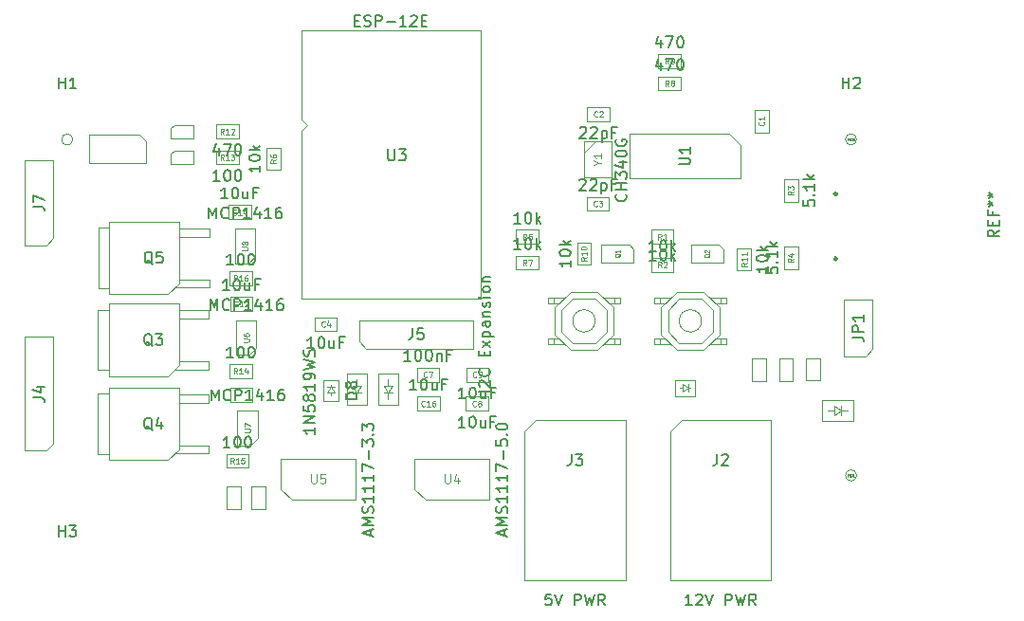
<source format=gbr>
%TF.GenerationSoftware,KiCad,Pcbnew,7.0.6-1.fc37*%
%TF.CreationDate,2023-08-13T21:26:52-07:00*%
%TF.ProjectId,iot_led_strip_pcb,696f745f-6c65-4645-9f73-747269705f70,rev?*%
%TF.SameCoordinates,Original*%
%TF.FileFunction,AssemblyDrawing,Top*%
%FSLAX46Y46*%
G04 Gerber Fmt 4.6, Leading zero omitted, Abs format (unit mm)*
G04 Created by KiCad (PCBNEW 7.0.6-1.fc37) date 2023-08-13 21:26:52*
%MOMM*%
%LPD*%
G01*
G04 APERTURE LIST*
%ADD10C,0.150000*%
%ADD11C,0.075000*%
%ADD12C,0.080000*%
%ADD13C,0.060000*%
%ADD14C,0.105000*%
%ADD15C,0.120000*%
%ADD16C,0.040000*%
%ADD17C,0.100000*%
%ADD18C,0.250012*%
G04 APERTURE END LIST*
D10*
X52661905Y-77054819D02*
X52661905Y-76054819D01*
X52661905Y-76054819D02*
X52995238Y-76769104D01*
X52995238Y-76769104D02*
X53328571Y-76054819D01*
X53328571Y-76054819D02*
X53328571Y-77054819D01*
X54376190Y-76959580D02*
X54328571Y-77007200D01*
X54328571Y-77007200D02*
X54185714Y-77054819D01*
X54185714Y-77054819D02*
X54090476Y-77054819D01*
X54090476Y-77054819D02*
X53947619Y-77007200D01*
X53947619Y-77007200D02*
X53852381Y-76911961D01*
X53852381Y-76911961D02*
X53804762Y-76816723D01*
X53804762Y-76816723D02*
X53757143Y-76626247D01*
X53757143Y-76626247D02*
X53757143Y-76483390D01*
X53757143Y-76483390D02*
X53804762Y-76292914D01*
X53804762Y-76292914D02*
X53852381Y-76197676D01*
X53852381Y-76197676D02*
X53947619Y-76102438D01*
X53947619Y-76102438D02*
X54090476Y-76054819D01*
X54090476Y-76054819D02*
X54185714Y-76054819D01*
X54185714Y-76054819D02*
X54328571Y-76102438D01*
X54328571Y-76102438D02*
X54376190Y-76150057D01*
X54804762Y-77054819D02*
X54804762Y-76054819D01*
X54804762Y-76054819D02*
X55185714Y-76054819D01*
X55185714Y-76054819D02*
X55280952Y-76102438D01*
X55280952Y-76102438D02*
X55328571Y-76150057D01*
X55328571Y-76150057D02*
X55376190Y-76245295D01*
X55376190Y-76245295D02*
X55376190Y-76388152D01*
X55376190Y-76388152D02*
X55328571Y-76483390D01*
X55328571Y-76483390D02*
X55280952Y-76531009D01*
X55280952Y-76531009D02*
X55185714Y-76578628D01*
X55185714Y-76578628D02*
X54804762Y-76578628D01*
X56328571Y-77054819D02*
X55757143Y-77054819D01*
X56042857Y-77054819D02*
X56042857Y-76054819D01*
X56042857Y-76054819D02*
X55947619Y-76197676D01*
X55947619Y-76197676D02*
X55852381Y-76292914D01*
X55852381Y-76292914D02*
X55757143Y-76340533D01*
X57185714Y-76388152D02*
X57185714Y-77054819D01*
X56947619Y-76007200D02*
X56709524Y-76721485D01*
X56709524Y-76721485D02*
X57328571Y-76721485D01*
X58233333Y-77054819D02*
X57661905Y-77054819D01*
X57947619Y-77054819D02*
X57947619Y-76054819D01*
X57947619Y-76054819D02*
X57852381Y-76197676D01*
X57852381Y-76197676D02*
X57757143Y-76292914D01*
X57757143Y-76292914D02*
X57661905Y-76340533D01*
X59090476Y-76054819D02*
X58900000Y-76054819D01*
X58900000Y-76054819D02*
X58804762Y-76102438D01*
X58804762Y-76102438D02*
X58757143Y-76150057D01*
X58757143Y-76150057D02*
X58661905Y-76292914D01*
X58661905Y-76292914D02*
X58614286Y-76483390D01*
X58614286Y-76483390D02*
X58614286Y-76864342D01*
X58614286Y-76864342D02*
X58661905Y-76959580D01*
X58661905Y-76959580D02*
X58709524Y-77007200D01*
X58709524Y-77007200D02*
X58804762Y-77054819D01*
X58804762Y-77054819D02*
X58995238Y-77054819D01*
X58995238Y-77054819D02*
X59090476Y-77007200D01*
X59090476Y-77007200D02*
X59138095Y-76959580D01*
X59138095Y-76959580D02*
X59185714Y-76864342D01*
X59185714Y-76864342D02*
X59185714Y-76626247D01*
X59185714Y-76626247D02*
X59138095Y-76531009D01*
X59138095Y-76531009D02*
X59090476Y-76483390D01*
X59090476Y-76483390D02*
X58995238Y-76435771D01*
X58995238Y-76435771D02*
X58804762Y-76435771D01*
X58804762Y-76435771D02*
X58709524Y-76483390D01*
X58709524Y-76483390D02*
X58661905Y-76531009D01*
X58661905Y-76531009D02*
X58614286Y-76626247D01*
D11*
X55627409Y-79880952D02*
X56032171Y-79880952D01*
X56032171Y-79880952D02*
X56079790Y-79857142D01*
X56079790Y-79857142D02*
X56103600Y-79833333D01*
X56103600Y-79833333D02*
X56127409Y-79785714D01*
X56127409Y-79785714D02*
X56127409Y-79690476D01*
X56127409Y-79690476D02*
X56103600Y-79642857D01*
X56103600Y-79642857D02*
X56079790Y-79619047D01*
X56079790Y-79619047D02*
X56032171Y-79595238D01*
X56032171Y-79595238D02*
X55627409Y-79595238D01*
X55841695Y-79285713D02*
X55817885Y-79333332D01*
X55817885Y-79333332D02*
X55794076Y-79357142D01*
X55794076Y-79357142D02*
X55746457Y-79380951D01*
X55746457Y-79380951D02*
X55722647Y-79380951D01*
X55722647Y-79380951D02*
X55675028Y-79357142D01*
X55675028Y-79357142D02*
X55651219Y-79333332D01*
X55651219Y-79333332D02*
X55627409Y-79285713D01*
X55627409Y-79285713D02*
X55627409Y-79190475D01*
X55627409Y-79190475D02*
X55651219Y-79142856D01*
X55651219Y-79142856D02*
X55675028Y-79119047D01*
X55675028Y-79119047D02*
X55722647Y-79095237D01*
X55722647Y-79095237D02*
X55746457Y-79095237D01*
X55746457Y-79095237D02*
X55794076Y-79119047D01*
X55794076Y-79119047D02*
X55817885Y-79142856D01*
X55817885Y-79142856D02*
X55841695Y-79190475D01*
X55841695Y-79190475D02*
X55841695Y-79285713D01*
X55841695Y-79285713D02*
X55865504Y-79333332D01*
X55865504Y-79333332D02*
X55889314Y-79357142D01*
X55889314Y-79357142D02*
X55936933Y-79380951D01*
X55936933Y-79380951D02*
X56032171Y-79380951D01*
X56032171Y-79380951D02*
X56079790Y-79357142D01*
X56079790Y-79357142D02*
X56103600Y-79333332D01*
X56103600Y-79333332D02*
X56127409Y-79285713D01*
X56127409Y-79285713D02*
X56127409Y-79190475D01*
X56127409Y-79190475D02*
X56103600Y-79142856D01*
X56103600Y-79142856D02*
X56079790Y-79119047D01*
X56079790Y-79119047D02*
X56032171Y-79095237D01*
X56032171Y-79095237D02*
X55936933Y-79095237D01*
X55936933Y-79095237D02*
X55889314Y-79119047D01*
X55889314Y-79119047D02*
X55865504Y-79142856D01*
X55865504Y-79142856D02*
X55841695Y-79190475D01*
D10*
X36954819Y-93023333D02*
X37669104Y-93023333D01*
X37669104Y-93023333D02*
X37811961Y-93070952D01*
X37811961Y-93070952D02*
X37907200Y-93166190D01*
X37907200Y-93166190D02*
X37954819Y-93309047D01*
X37954819Y-93309047D02*
X37954819Y-93404285D01*
X37288152Y-92118571D02*
X37954819Y-92118571D01*
X36907200Y-92356666D02*
X37621485Y-92594761D01*
X37621485Y-92594761D02*
X37621485Y-91975714D01*
X93038095Y-61138152D02*
X93038095Y-61804819D01*
X92800000Y-60757200D02*
X92561905Y-61471485D01*
X92561905Y-61471485D02*
X93180952Y-61471485D01*
X93466667Y-60804819D02*
X94133333Y-60804819D01*
X94133333Y-60804819D02*
X93704762Y-61804819D01*
X94704762Y-60804819D02*
X94800000Y-60804819D01*
X94800000Y-60804819D02*
X94895238Y-60852438D01*
X94895238Y-60852438D02*
X94942857Y-60900057D01*
X94942857Y-60900057D02*
X94990476Y-60995295D01*
X94990476Y-60995295D02*
X95038095Y-61185771D01*
X95038095Y-61185771D02*
X95038095Y-61423866D01*
X95038095Y-61423866D02*
X94990476Y-61614342D01*
X94990476Y-61614342D02*
X94942857Y-61709580D01*
X94942857Y-61709580D02*
X94895238Y-61757200D01*
X94895238Y-61757200D02*
X94800000Y-61804819D01*
X94800000Y-61804819D02*
X94704762Y-61804819D01*
X94704762Y-61804819D02*
X94609524Y-61757200D01*
X94609524Y-61757200D02*
X94561905Y-61709580D01*
X94561905Y-61709580D02*
X94514286Y-61614342D01*
X94514286Y-61614342D02*
X94466667Y-61423866D01*
X94466667Y-61423866D02*
X94466667Y-61185771D01*
X94466667Y-61185771D02*
X94514286Y-60995295D01*
X94514286Y-60995295D02*
X94561905Y-60900057D01*
X94561905Y-60900057D02*
X94609524Y-60852438D01*
X94609524Y-60852438D02*
X94704762Y-60804819D01*
D12*
X93716666Y-63227149D02*
X93550000Y-62989054D01*
X93430952Y-63227149D02*
X93430952Y-62727149D01*
X93430952Y-62727149D02*
X93621428Y-62727149D01*
X93621428Y-62727149D02*
X93669047Y-62750959D01*
X93669047Y-62750959D02*
X93692857Y-62774768D01*
X93692857Y-62774768D02*
X93716666Y-62822387D01*
X93716666Y-62822387D02*
X93716666Y-62893816D01*
X93716666Y-62893816D02*
X93692857Y-62941435D01*
X93692857Y-62941435D02*
X93669047Y-62965244D01*
X93669047Y-62965244D02*
X93621428Y-62989054D01*
X93621428Y-62989054D02*
X93430952Y-62989054D01*
X93954762Y-63227149D02*
X94050000Y-63227149D01*
X94050000Y-63227149D02*
X94097619Y-63203340D01*
X94097619Y-63203340D02*
X94121428Y-63179530D01*
X94121428Y-63179530D02*
X94169047Y-63108101D01*
X94169047Y-63108101D02*
X94192857Y-63012863D01*
X94192857Y-63012863D02*
X94192857Y-62822387D01*
X94192857Y-62822387D02*
X94169047Y-62774768D01*
X94169047Y-62774768D02*
X94145238Y-62750959D01*
X94145238Y-62750959D02*
X94097619Y-62727149D01*
X94097619Y-62727149D02*
X94002381Y-62727149D01*
X94002381Y-62727149D02*
X93954762Y-62750959D01*
X93954762Y-62750959D02*
X93930952Y-62774768D01*
X93930952Y-62774768D02*
X93907143Y-62822387D01*
X93907143Y-62822387D02*
X93907143Y-62941435D01*
X93907143Y-62941435D02*
X93930952Y-62989054D01*
X93930952Y-62989054D02*
X93954762Y-63012863D01*
X93954762Y-63012863D02*
X94002381Y-63036673D01*
X94002381Y-63036673D02*
X94097619Y-63036673D01*
X94097619Y-63036673D02*
X94145238Y-63012863D01*
X94145238Y-63012863D02*
X94169047Y-62989054D01*
X94169047Y-62989054D02*
X94192857Y-62941435D01*
D10*
X53538095Y-70738152D02*
X53538095Y-71404819D01*
X53300000Y-70357200D02*
X53061905Y-71071485D01*
X53061905Y-71071485D02*
X53680952Y-71071485D01*
X53966667Y-70404819D02*
X54633333Y-70404819D01*
X54633333Y-70404819D02*
X54204762Y-71404819D01*
X55204762Y-70404819D02*
X55300000Y-70404819D01*
X55300000Y-70404819D02*
X55395238Y-70452438D01*
X55395238Y-70452438D02*
X55442857Y-70500057D01*
X55442857Y-70500057D02*
X55490476Y-70595295D01*
X55490476Y-70595295D02*
X55538095Y-70785771D01*
X55538095Y-70785771D02*
X55538095Y-71023866D01*
X55538095Y-71023866D02*
X55490476Y-71214342D01*
X55490476Y-71214342D02*
X55442857Y-71309580D01*
X55442857Y-71309580D02*
X55395238Y-71357200D01*
X55395238Y-71357200D02*
X55300000Y-71404819D01*
X55300000Y-71404819D02*
X55204762Y-71404819D01*
X55204762Y-71404819D02*
X55109524Y-71357200D01*
X55109524Y-71357200D02*
X55061905Y-71309580D01*
X55061905Y-71309580D02*
X55014286Y-71214342D01*
X55014286Y-71214342D02*
X54966667Y-71023866D01*
X54966667Y-71023866D02*
X54966667Y-70785771D01*
X54966667Y-70785771D02*
X55014286Y-70595295D01*
X55014286Y-70595295D02*
X55061905Y-70500057D01*
X55061905Y-70500057D02*
X55109524Y-70452438D01*
X55109524Y-70452438D02*
X55204762Y-70404819D01*
D12*
X53978571Y-69527149D02*
X53811905Y-69289054D01*
X53692857Y-69527149D02*
X53692857Y-69027149D01*
X53692857Y-69027149D02*
X53883333Y-69027149D01*
X53883333Y-69027149D02*
X53930952Y-69050959D01*
X53930952Y-69050959D02*
X53954762Y-69074768D01*
X53954762Y-69074768D02*
X53978571Y-69122387D01*
X53978571Y-69122387D02*
X53978571Y-69193816D01*
X53978571Y-69193816D02*
X53954762Y-69241435D01*
X53954762Y-69241435D02*
X53930952Y-69265244D01*
X53930952Y-69265244D02*
X53883333Y-69289054D01*
X53883333Y-69289054D02*
X53692857Y-69289054D01*
X54454762Y-69527149D02*
X54169048Y-69527149D01*
X54311905Y-69527149D02*
X54311905Y-69027149D01*
X54311905Y-69027149D02*
X54264286Y-69098578D01*
X54264286Y-69098578D02*
X54216667Y-69146197D01*
X54216667Y-69146197D02*
X54169048Y-69170006D01*
X54645238Y-69074768D02*
X54669047Y-69050959D01*
X54669047Y-69050959D02*
X54716666Y-69027149D01*
X54716666Y-69027149D02*
X54835714Y-69027149D01*
X54835714Y-69027149D02*
X54883333Y-69050959D01*
X54883333Y-69050959D02*
X54907142Y-69074768D01*
X54907142Y-69074768D02*
X54930952Y-69122387D01*
X54930952Y-69122387D02*
X54930952Y-69170006D01*
X54930952Y-69170006D02*
X54907142Y-69241435D01*
X54907142Y-69241435D02*
X54621428Y-69527149D01*
X54621428Y-69527149D02*
X54930952Y-69527149D01*
D10*
X53633333Y-73704819D02*
X53061905Y-73704819D01*
X53347619Y-73704819D02*
X53347619Y-72704819D01*
X53347619Y-72704819D02*
X53252381Y-72847676D01*
X53252381Y-72847676D02*
X53157143Y-72942914D01*
X53157143Y-72942914D02*
X53061905Y-72990533D01*
X54252381Y-72704819D02*
X54347619Y-72704819D01*
X54347619Y-72704819D02*
X54442857Y-72752438D01*
X54442857Y-72752438D02*
X54490476Y-72800057D01*
X54490476Y-72800057D02*
X54538095Y-72895295D01*
X54538095Y-72895295D02*
X54585714Y-73085771D01*
X54585714Y-73085771D02*
X54585714Y-73323866D01*
X54585714Y-73323866D02*
X54538095Y-73514342D01*
X54538095Y-73514342D02*
X54490476Y-73609580D01*
X54490476Y-73609580D02*
X54442857Y-73657200D01*
X54442857Y-73657200D02*
X54347619Y-73704819D01*
X54347619Y-73704819D02*
X54252381Y-73704819D01*
X54252381Y-73704819D02*
X54157143Y-73657200D01*
X54157143Y-73657200D02*
X54109524Y-73609580D01*
X54109524Y-73609580D02*
X54061905Y-73514342D01*
X54061905Y-73514342D02*
X54014286Y-73323866D01*
X54014286Y-73323866D02*
X54014286Y-73085771D01*
X54014286Y-73085771D02*
X54061905Y-72895295D01*
X54061905Y-72895295D02*
X54109524Y-72800057D01*
X54109524Y-72800057D02*
X54157143Y-72752438D01*
X54157143Y-72752438D02*
X54252381Y-72704819D01*
X55204762Y-72704819D02*
X55300000Y-72704819D01*
X55300000Y-72704819D02*
X55395238Y-72752438D01*
X55395238Y-72752438D02*
X55442857Y-72800057D01*
X55442857Y-72800057D02*
X55490476Y-72895295D01*
X55490476Y-72895295D02*
X55538095Y-73085771D01*
X55538095Y-73085771D02*
X55538095Y-73323866D01*
X55538095Y-73323866D02*
X55490476Y-73514342D01*
X55490476Y-73514342D02*
X55442857Y-73609580D01*
X55442857Y-73609580D02*
X55395238Y-73657200D01*
X55395238Y-73657200D02*
X55300000Y-73704819D01*
X55300000Y-73704819D02*
X55204762Y-73704819D01*
X55204762Y-73704819D02*
X55109524Y-73657200D01*
X55109524Y-73657200D02*
X55061905Y-73609580D01*
X55061905Y-73609580D02*
X55014286Y-73514342D01*
X55014286Y-73514342D02*
X54966667Y-73323866D01*
X54966667Y-73323866D02*
X54966667Y-73085771D01*
X54966667Y-73085771D02*
X55014286Y-72895295D01*
X55014286Y-72895295D02*
X55061905Y-72800057D01*
X55061905Y-72800057D02*
X55109524Y-72752438D01*
X55109524Y-72752438D02*
X55204762Y-72704819D01*
D12*
X53978571Y-71827149D02*
X53811905Y-71589054D01*
X53692857Y-71827149D02*
X53692857Y-71327149D01*
X53692857Y-71327149D02*
X53883333Y-71327149D01*
X53883333Y-71327149D02*
X53930952Y-71350959D01*
X53930952Y-71350959D02*
X53954762Y-71374768D01*
X53954762Y-71374768D02*
X53978571Y-71422387D01*
X53978571Y-71422387D02*
X53978571Y-71493816D01*
X53978571Y-71493816D02*
X53954762Y-71541435D01*
X53954762Y-71541435D02*
X53930952Y-71565244D01*
X53930952Y-71565244D02*
X53883333Y-71589054D01*
X53883333Y-71589054D02*
X53692857Y-71589054D01*
X54454762Y-71827149D02*
X54169048Y-71827149D01*
X54311905Y-71827149D02*
X54311905Y-71327149D01*
X54311905Y-71327149D02*
X54264286Y-71398578D01*
X54264286Y-71398578D02*
X54216667Y-71446197D01*
X54216667Y-71446197D02*
X54169048Y-71470006D01*
X54621428Y-71327149D02*
X54930952Y-71327149D01*
X54930952Y-71327149D02*
X54764285Y-71517625D01*
X54764285Y-71517625D02*
X54835714Y-71517625D01*
X54835714Y-71517625D02*
X54883333Y-71541435D01*
X54883333Y-71541435D02*
X54907142Y-71565244D01*
X54907142Y-71565244D02*
X54930952Y-71612863D01*
X54930952Y-71612863D02*
X54930952Y-71731911D01*
X54930952Y-71731911D02*
X54907142Y-71779530D01*
X54907142Y-71779530D02*
X54883333Y-71803340D01*
X54883333Y-71803340D02*
X54835714Y-71827149D01*
X54835714Y-71827149D02*
X54692857Y-71827149D01*
X54692857Y-71827149D02*
X54645238Y-71803340D01*
X54645238Y-71803340D02*
X54621428Y-71779530D01*
D10*
X71191071Y-92374819D02*
X70619643Y-92374819D01*
X70905357Y-92374819D02*
X70905357Y-91374819D01*
X70905357Y-91374819D02*
X70810119Y-91517676D01*
X70810119Y-91517676D02*
X70714881Y-91612914D01*
X70714881Y-91612914D02*
X70619643Y-91660533D01*
X71810119Y-91374819D02*
X71905357Y-91374819D01*
X71905357Y-91374819D02*
X72000595Y-91422438D01*
X72000595Y-91422438D02*
X72048214Y-91470057D01*
X72048214Y-91470057D02*
X72095833Y-91565295D01*
X72095833Y-91565295D02*
X72143452Y-91755771D01*
X72143452Y-91755771D02*
X72143452Y-91993866D01*
X72143452Y-91993866D02*
X72095833Y-92184342D01*
X72095833Y-92184342D02*
X72048214Y-92279580D01*
X72048214Y-92279580D02*
X72000595Y-92327200D01*
X72000595Y-92327200D02*
X71905357Y-92374819D01*
X71905357Y-92374819D02*
X71810119Y-92374819D01*
X71810119Y-92374819D02*
X71714881Y-92327200D01*
X71714881Y-92327200D02*
X71667262Y-92279580D01*
X71667262Y-92279580D02*
X71619643Y-92184342D01*
X71619643Y-92184342D02*
X71572024Y-91993866D01*
X71572024Y-91993866D02*
X71572024Y-91755771D01*
X71572024Y-91755771D02*
X71619643Y-91565295D01*
X71619643Y-91565295D02*
X71667262Y-91470057D01*
X71667262Y-91470057D02*
X71714881Y-91422438D01*
X71714881Y-91422438D02*
X71810119Y-91374819D01*
X73000595Y-91708152D02*
X73000595Y-92374819D01*
X72572024Y-91708152D02*
X72572024Y-92231961D01*
X72572024Y-92231961D02*
X72619643Y-92327200D01*
X72619643Y-92327200D02*
X72714881Y-92374819D01*
X72714881Y-92374819D02*
X72857738Y-92374819D01*
X72857738Y-92374819D02*
X72952976Y-92327200D01*
X72952976Y-92327200D02*
X73000595Y-92279580D01*
X73810119Y-91851009D02*
X73476786Y-91851009D01*
X73476786Y-92374819D02*
X73476786Y-91374819D01*
X73476786Y-91374819D02*
X73952976Y-91374819D01*
D12*
X71941071Y-93779530D02*
X71917262Y-93803340D01*
X71917262Y-93803340D02*
X71845833Y-93827149D01*
X71845833Y-93827149D02*
X71798214Y-93827149D01*
X71798214Y-93827149D02*
X71726786Y-93803340D01*
X71726786Y-93803340D02*
X71679167Y-93755720D01*
X71679167Y-93755720D02*
X71655357Y-93708101D01*
X71655357Y-93708101D02*
X71631548Y-93612863D01*
X71631548Y-93612863D02*
X71631548Y-93541435D01*
X71631548Y-93541435D02*
X71655357Y-93446197D01*
X71655357Y-93446197D02*
X71679167Y-93398578D01*
X71679167Y-93398578D02*
X71726786Y-93350959D01*
X71726786Y-93350959D02*
X71798214Y-93327149D01*
X71798214Y-93327149D02*
X71845833Y-93327149D01*
X71845833Y-93327149D02*
X71917262Y-93350959D01*
X71917262Y-93350959D02*
X71941071Y-93374768D01*
X72417262Y-93827149D02*
X72131548Y-93827149D01*
X72274405Y-93827149D02*
X72274405Y-93327149D01*
X72274405Y-93327149D02*
X72226786Y-93398578D01*
X72226786Y-93398578D02*
X72179167Y-93446197D01*
X72179167Y-93446197D02*
X72131548Y-93470006D01*
X72845833Y-93327149D02*
X72750595Y-93327149D01*
X72750595Y-93327149D02*
X72702976Y-93350959D01*
X72702976Y-93350959D02*
X72679166Y-93374768D01*
X72679166Y-93374768D02*
X72631547Y-93446197D01*
X72631547Y-93446197D02*
X72607738Y-93541435D01*
X72607738Y-93541435D02*
X72607738Y-93731911D01*
X72607738Y-93731911D02*
X72631547Y-93779530D01*
X72631547Y-93779530D02*
X72655357Y-93803340D01*
X72655357Y-93803340D02*
X72702976Y-93827149D01*
X72702976Y-93827149D02*
X72798214Y-93827149D01*
X72798214Y-93827149D02*
X72845833Y-93803340D01*
X72845833Y-93803340D02*
X72869642Y-93779530D01*
X72869642Y-93779530D02*
X72893452Y-93731911D01*
X72893452Y-93731911D02*
X72893452Y-93612863D01*
X72893452Y-93612863D02*
X72869642Y-93565244D01*
X72869642Y-93565244D02*
X72845833Y-93541435D01*
X72845833Y-93541435D02*
X72798214Y-93517625D01*
X72798214Y-93517625D02*
X72702976Y-93517625D01*
X72702976Y-93517625D02*
X72655357Y-93541435D01*
X72655357Y-93541435D02*
X72631547Y-93565244D01*
X72631547Y-93565244D02*
X72607738Y-93612863D01*
D10*
X85757143Y-73616857D02*
X85804762Y-73569238D01*
X85804762Y-73569238D02*
X85900000Y-73521619D01*
X85900000Y-73521619D02*
X86138095Y-73521619D01*
X86138095Y-73521619D02*
X86233333Y-73569238D01*
X86233333Y-73569238D02*
X86280952Y-73616857D01*
X86280952Y-73616857D02*
X86328571Y-73712095D01*
X86328571Y-73712095D02*
X86328571Y-73807333D01*
X86328571Y-73807333D02*
X86280952Y-73950190D01*
X86280952Y-73950190D02*
X85709524Y-74521619D01*
X85709524Y-74521619D02*
X86328571Y-74521619D01*
X86709524Y-73616857D02*
X86757143Y-73569238D01*
X86757143Y-73569238D02*
X86852381Y-73521619D01*
X86852381Y-73521619D02*
X87090476Y-73521619D01*
X87090476Y-73521619D02*
X87185714Y-73569238D01*
X87185714Y-73569238D02*
X87233333Y-73616857D01*
X87233333Y-73616857D02*
X87280952Y-73712095D01*
X87280952Y-73712095D02*
X87280952Y-73807333D01*
X87280952Y-73807333D02*
X87233333Y-73950190D01*
X87233333Y-73950190D02*
X86661905Y-74521619D01*
X86661905Y-74521619D02*
X87280952Y-74521619D01*
X87709524Y-73854952D02*
X87709524Y-74854952D01*
X87709524Y-73902571D02*
X87804762Y-73854952D01*
X87804762Y-73854952D02*
X87995238Y-73854952D01*
X87995238Y-73854952D02*
X88090476Y-73902571D01*
X88090476Y-73902571D02*
X88138095Y-73950190D01*
X88138095Y-73950190D02*
X88185714Y-74045428D01*
X88185714Y-74045428D02*
X88185714Y-74331142D01*
X88185714Y-74331142D02*
X88138095Y-74426380D01*
X88138095Y-74426380D02*
X88090476Y-74474000D01*
X88090476Y-74474000D02*
X87995238Y-74521619D01*
X87995238Y-74521619D02*
X87804762Y-74521619D01*
X87804762Y-74521619D02*
X87709524Y-74474000D01*
X88947619Y-73997809D02*
X88614286Y-73997809D01*
X88614286Y-74521619D02*
X88614286Y-73521619D01*
X88614286Y-73521619D02*
X89090476Y-73521619D01*
D12*
X87316666Y-75926330D02*
X87292857Y-75950140D01*
X87292857Y-75950140D02*
X87221428Y-75973949D01*
X87221428Y-75973949D02*
X87173809Y-75973949D01*
X87173809Y-75973949D02*
X87102381Y-75950140D01*
X87102381Y-75950140D02*
X87054762Y-75902520D01*
X87054762Y-75902520D02*
X87030952Y-75854901D01*
X87030952Y-75854901D02*
X87007143Y-75759663D01*
X87007143Y-75759663D02*
X87007143Y-75688235D01*
X87007143Y-75688235D02*
X87030952Y-75592997D01*
X87030952Y-75592997D02*
X87054762Y-75545378D01*
X87054762Y-75545378D02*
X87102381Y-75497759D01*
X87102381Y-75497759D02*
X87173809Y-75473949D01*
X87173809Y-75473949D02*
X87221428Y-75473949D01*
X87221428Y-75473949D02*
X87292857Y-75497759D01*
X87292857Y-75497759D02*
X87316666Y-75521568D01*
X87483333Y-75473949D02*
X87792857Y-75473949D01*
X87792857Y-75473949D02*
X87626190Y-75664425D01*
X87626190Y-75664425D02*
X87697619Y-75664425D01*
X87697619Y-75664425D02*
X87745238Y-75688235D01*
X87745238Y-75688235D02*
X87769047Y-75712044D01*
X87769047Y-75712044D02*
X87792857Y-75759663D01*
X87792857Y-75759663D02*
X87792857Y-75878711D01*
X87792857Y-75878711D02*
X87769047Y-75926330D01*
X87769047Y-75926330D02*
X87745238Y-75950140D01*
X87745238Y-75950140D02*
X87697619Y-75973949D01*
X87697619Y-75973949D02*
X87554762Y-75973949D01*
X87554762Y-75973949D02*
X87507143Y-75950140D01*
X87507143Y-75950140D02*
X87483333Y-75926330D01*
X102179530Y-68445833D02*
X102203340Y-68469642D01*
X102203340Y-68469642D02*
X102227149Y-68541071D01*
X102227149Y-68541071D02*
X102227149Y-68588690D01*
X102227149Y-68588690D02*
X102203340Y-68660118D01*
X102203340Y-68660118D02*
X102155720Y-68707737D01*
X102155720Y-68707737D02*
X102108101Y-68731547D01*
X102108101Y-68731547D02*
X102012863Y-68755356D01*
X102012863Y-68755356D02*
X101941435Y-68755356D01*
X101941435Y-68755356D02*
X101846197Y-68731547D01*
X101846197Y-68731547D02*
X101798578Y-68707737D01*
X101798578Y-68707737D02*
X101750959Y-68660118D01*
X101750959Y-68660118D02*
X101727149Y-68588690D01*
X101727149Y-68588690D02*
X101727149Y-68541071D01*
X101727149Y-68541071D02*
X101750959Y-68469642D01*
X101750959Y-68469642D02*
X101774768Y-68445833D01*
X102227149Y-67969642D02*
X102227149Y-68255356D01*
X102227149Y-68112499D02*
X101727149Y-68112499D01*
X101727149Y-68112499D02*
X101798578Y-68160118D01*
X101798578Y-68160118D02*
X101846197Y-68207737D01*
X101846197Y-68207737D02*
X101870006Y-68255356D01*
D10*
X93038095Y-63138152D02*
X93038095Y-63804819D01*
X92800000Y-62757200D02*
X92561905Y-63471485D01*
X92561905Y-63471485D02*
X93180952Y-63471485D01*
X93466667Y-62804819D02*
X94133333Y-62804819D01*
X94133333Y-62804819D02*
X93704762Y-63804819D01*
X94704762Y-62804819D02*
X94800000Y-62804819D01*
X94800000Y-62804819D02*
X94895238Y-62852438D01*
X94895238Y-62852438D02*
X94942857Y-62900057D01*
X94942857Y-62900057D02*
X94990476Y-62995295D01*
X94990476Y-62995295D02*
X95038095Y-63185771D01*
X95038095Y-63185771D02*
X95038095Y-63423866D01*
X95038095Y-63423866D02*
X94990476Y-63614342D01*
X94990476Y-63614342D02*
X94942857Y-63709580D01*
X94942857Y-63709580D02*
X94895238Y-63757200D01*
X94895238Y-63757200D02*
X94800000Y-63804819D01*
X94800000Y-63804819D02*
X94704762Y-63804819D01*
X94704762Y-63804819D02*
X94609524Y-63757200D01*
X94609524Y-63757200D02*
X94561905Y-63709580D01*
X94561905Y-63709580D02*
X94514286Y-63614342D01*
X94514286Y-63614342D02*
X94466667Y-63423866D01*
X94466667Y-63423866D02*
X94466667Y-63185771D01*
X94466667Y-63185771D02*
X94514286Y-62995295D01*
X94514286Y-62995295D02*
X94561905Y-62900057D01*
X94561905Y-62900057D02*
X94609524Y-62852438D01*
X94609524Y-62852438D02*
X94704762Y-62804819D01*
D12*
X93716666Y-65227149D02*
X93550000Y-64989054D01*
X93430952Y-65227149D02*
X93430952Y-64727149D01*
X93430952Y-64727149D02*
X93621428Y-64727149D01*
X93621428Y-64727149D02*
X93669047Y-64750959D01*
X93669047Y-64750959D02*
X93692857Y-64774768D01*
X93692857Y-64774768D02*
X93716666Y-64822387D01*
X93716666Y-64822387D02*
X93716666Y-64893816D01*
X93716666Y-64893816D02*
X93692857Y-64941435D01*
X93692857Y-64941435D02*
X93669047Y-64965244D01*
X93669047Y-64965244D02*
X93621428Y-64989054D01*
X93621428Y-64989054D02*
X93430952Y-64989054D01*
X94002381Y-64941435D02*
X93954762Y-64917625D01*
X93954762Y-64917625D02*
X93930952Y-64893816D01*
X93930952Y-64893816D02*
X93907143Y-64846197D01*
X93907143Y-64846197D02*
X93907143Y-64822387D01*
X93907143Y-64822387D02*
X93930952Y-64774768D01*
X93930952Y-64774768D02*
X93954762Y-64750959D01*
X93954762Y-64750959D02*
X94002381Y-64727149D01*
X94002381Y-64727149D02*
X94097619Y-64727149D01*
X94097619Y-64727149D02*
X94145238Y-64750959D01*
X94145238Y-64750959D02*
X94169047Y-64774768D01*
X94169047Y-64774768D02*
X94192857Y-64822387D01*
X94192857Y-64822387D02*
X94192857Y-64846197D01*
X94192857Y-64846197D02*
X94169047Y-64893816D01*
X94169047Y-64893816D02*
X94145238Y-64917625D01*
X94145238Y-64917625D02*
X94097619Y-64941435D01*
X94097619Y-64941435D02*
X94002381Y-64941435D01*
X94002381Y-64941435D02*
X93954762Y-64965244D01*
X93954762Y-64965244D02*
X93930952Y-64989054D01*
X93930952Y-64989054D02*
X93907143Y-65036673D01*
X93907143Y-65036673D02*
X93907143Y-65131911D01*
X93907143Y-65131911D02*
X93930952Y-65179530D01*
X93930952Y-65179530D02*
X93954762Y-65203340D01*
X93954762Y-65203340D02*
X94002381Y-65227149D01*
X94002381Y-65227149D02*
X94097619Y-65227149D01*
X94097619Y-65227149D02*
X94145238Y-65203340D01*
X94145238Y-65203340D02*
X94169047Y-65179530D01*
X94169047Y-65179530D02*
X94192857Y-65131911D01*
X94192857Y-65131911D02*
X94192857Y-65036673D01*
X94192857Y-65036673D02*
X94169047Y-64989054D01*
X94169047Y-64989054D02*
X94145238Y-64965244D01*
X94145238Y-64965244D02*
X94097619Y-64941435D01*
D10*
X54328571Y-75274819D02*
X53757143Y-75274819D01*
X54042857Y-75274819D02*
X54042857Y-74274819D01*
X54042857Y-74274819D02*
X53947619Y-74417676D01*
X53947619Y-74417676D02*
X53852381Y-74512914D01*
X53852381Y-74512914D02*
X53757143Y-74560533D01*
X54947619Y-74274819D02*
X55042857Y-74274819D01*
X55042857Y-74274819D02*
X55138095Y-74322438D01*
X55138095Y-74322438D02*
X55185714Y-74370057D01*
X55185714Y-74370057D02*
X55233333Y-74465295D01*
X55233333Y-74465295D02*
X55280952Y-74655771D01*
X55280952Y-74655771D02*
X55280952Y-74893866D01*
X55280952Y-74893866D02*
X55233333Y-75084342D01*
X55233333Y-75084342D02*
X55185714Y-75179580D01*
X55185714Y-75179580D02*
X55138095Y-75227200D01*
X55138095Y-75227200D02*
X55042857Y-75274819D01*
X55042857Y-75274819D02*
X54947619Y-75274819D01*
X54947619Y-75274819D02*
X54852381Y-75227200D01*
X54852381Y-75227200D02*
X54804762Y-75179580D01*
X54804762Y-75179580D02*
X54757143Y-75084342D01*
X54757143Y-75084342D02*
X54709524Y-74893866D01*
X54709524Y-74893866D02*
X54709524Y-74655771D01*
X54709524Y-74655771D02*
X54757143Y-74465295D01*
X54757143Y-74465295D02*
X54804762Y-74370057D01*
X54804762Y-74370057D02*
X54852381Y-74322438D01*
X54852381Y-74322438D02*
X54947619Y-74274819D01*
X56138095Y-74608152D02*
X56138095Y-75274819D01*
X55709524Y-74608152D02*
X55709524Y-75131961D01*
X55709524Y-75131961D02*
X55757143Y-75227200D01*
X55757143Y-75227200D02*
X55852381Y-75274819D01*
X55852381Y-75274819D02*
X55995238Y-75274819D01*
X55995238Y-75274819D02*
X56090476Y-75227200D01*
X56090476Y-75227200D02*
X56138095Y-75179580D01*
X56947619Y-74751009D02*
X56614286Y-74751009D01*
X56614286Y-75274819D02*
X56614286Y-74274819D01*
X56614286Y-74274819D02*
X57090476Y-74274819D01*
D12*
X55078571Y-76679530D02*
X55054762Y-76703340D01*
X55054762Y-76703340D02*
X54983333Y-76727149D01*
X54983333Y-76727149D02*
X54935714Y-76727149D01*
X54935714Y-76727149D02*
X54864286Y-76703340D01*
X54864286Y-76703340D02*
X54816667Y-76655720D01*
X54816667Y-76655720D02*
X54792857Y-76608101D01*
X54792857Y-76608101D02*
X54769048Y-76512863D01*
X54769048Y-76512863D02*
X54769048Y-76441435D01*
X54769048Y-76441435D02*
X54792857Y-76346197D01*
X54792857Y-76346197D02*
X54816667Y-76298578D01*
X54816667Y-76298578D02*
X54864286Y-76250959D01*
X54864286Y-76250959D02*
X54935714Y-76227149D01*
X54935714Y-76227149D02*
X54983333Y-76227149D01*
X54983333Y-76227149D02*
X55054762Y-76250959D01*
X55054762Y-76250959D02*
X55078571Y-76274768D01*
X55554762Y-76727149D02*
X55269048Y-76727149D01*
X55411905Y-76727149D02*
X55411905Y-76227149D01*
X55411905Y-76227149D02*
X55364286Y-76298578D01*
X55364286Y-76298578D02*
X55316667Y-76346197D01*
X55316667Y-76346197D02*
X55269048Y-76370006D01*
X55983333Y-76393816D02*
X55983333Y-76727149D01*
X55864285Y-76203340D02*
X55745238Y-76560482D01*
X55745238Y-76560482D02*
X56054761Y-76560482D01*
D10*
X80504761Y-79804819D02*
X79933333Y-79804819D01*
X80219047Y-79804819D02*
X80219047Y-78804819D01*
X80219047Y-78804819D02*
X80123809Y-78947676D01*
X80123809Y-78947676D02*
X80028571Y-79042914D01*
X80028571Y-79042914D02*
X79933333Y-79090533D01*
X81123809Y-78804819D02*
X81219047Y-78804819D01*
X81219047Y-78804819D02*
X81314285Y-78852438D01*
X81314285Y-78852438D02*
X81361904Y-78900057D01*
X81361904Y-78900057D02*
X81409523Y-78995295D01*
X81409523Y-78995295D02*
X81457142Y-79185771D01*
X81457142Y-79185771D02*
X81457142Y-79423866D01*
X81457142Y-79423866D02*
X81409523Y-79614342D01*
X81409523Y-79614342D02*
X81361904Y-79709580D01*
X81361904Y-79709580D02*
X81314285Y-79757200D01*
X81314285Y-79757200D02*
X81219047Y-79804819D01*
X81219047Y-79804819D02*
X81123809Y-79804819D01*
X81123809Y-79804819D02*
X81028571Y-79757200D01*
X81028571Y-79757200D02*
X80980952Y-79709580D01*
X80980952Y-79709580D02*
X80933333Y-79614342D01*
X80933333Y-79614342D02*
X80885714Y-79423866D01*
X80885714Y-79423866D02*
X80885714Y-79185771D01*
X80885714Y-79185771D02*
X80933333Y-78995295D01*
X80933333Y-78995295D02*
X80980952Y-78900057D01*
X80980952Y-78900057D02*
X81028571Y-78852438D01*
X81028571Y-78852438D02*
X81123809Y-78804819D01*
X81885714Y-79804819D02*
X81885714Y-78804819D01*
X81980952Y-79423866D02*
X82266666Y-79804819D01*
X82266666Y-79138152D02*
X81885714Y-79519104D01*
D12*
X81016666Y-81227149D02*
X80850000Y-80989054D01*
X80730952Y-81227149D02*
X80730952Y-80727149D01*
X80730952Y-80727149D02*
X80921428Y-80727149D01*
X80921428Y-80727149D02*
X80969047Y-80750959D01*
X80969047Y-80750959D02*
X80992857Y-80774768D01*
X80992857Y-80774768D02*
X81016666Y-80822387D01*
X81016666Y-80822387D02*
X81016666Y-80893816D01*
X81016666Y-80893816D02*
X80992857Y-80941435D01*
X80992857Y-80941435D02*
X80969047Y-80965244D01*
X80969047Y-80965244D02*
X80921428Y-80989054D01*
X80921428Y-80989054D02*
X80730952Y-80989054D01*
X81183333Y-80727149D02*
X81516666Y-80727149D01*
X81516666Y-80727149D02*
X81302381Y-81227149D01*
D10*
X52861905Y-93304819D02*
X52861905Y-92304819D01*
X52861905Y-92304819D02*
X53195238Y-93019104D01*
X53195238Y-93019104D02*
X53528571Y-92304819D01*
X53528571Y-92304819D02*
X53528571Y-93304819D01*
X54576190Y-93209580D02*
X54528571Y-93257200D01*
X54528571Y-93257200D02*
X54385714Y-93304819D01*
X54385714Y-93304819D02*
X54290476Y-93304819D01*
X54290476Y-93304819D02*
X54147619Y-93257200D01*
X54147619Y-93257200D02*
X54052381Y-93161961D01*
X54052381Y-93161961D02*
X54004762Y-93066723D01*
X54004762Y-93066723D02*
X53957143Y-92876247D01*
X53957143Y-92876247D02*
X53957143Y-92733390D01*
X53957143Y-92733390D02*
X54004762Y-92542914D01*
X54004762Y-92542914D02*
X54052381Y-92447676D01*
X54052381Y-92447676D02*
X54147619Y-92352438D01*
X54147619Y-92352438D02*
X54290476Y-92304819D01*
X54290476Y-92304819D02*
X54385714Y-92304819D01*
X54385714Y-92304819D02*
X54528571Y-92352438D01*
X54528571Y-92352438D02*
X54576190Y-92400057D01*
X55004762Y-93304819D02*
X55004762Y-92304819D01*
X55004762Y-92304819D02*
X55385714Y-92304819D01*
X55385714Y-92304819D02*
X55480952Y-92352438D01*
X55480952Y-92352438D02*
X55528571Y-92400057D01*
X55528571Y-92400057D02*
X55576190Y-92495295D01*
X55576190Y-92495295D02*
X55576190Y-92638152D01*
X55576190Y-92638152D02*
X55528571Y-92733390D01*
X55528571Y-92733390D02*
X55480952Y-92781009D01*
X55480952Y-92781009D02*
X55385714Y-92828628D01*
X55385714Y-92828628D02*
X55004762Y-92828628D01*
X56528571Y-93304819D02*
X55957143Y-93304819D01*
X56242857Y-93304819D02*
X56242857Y-92304819D01*
X56242857Y-92304819D02*
X56147619Y-92447676D01*
X56147619Y-92447676D02*
X56052381Y-92542914D01*
X56052381Y-92542914D02*
X55957143Y-92590533D01*
X57385714Y-92638152D02*
X57385714Y-93304819D01*
X57147619Y-92257200D02*
X56909524Y-92971485D01*
X56909524Y-92971485D02*
X57528571Y-92971485D01*
X58433333Y-93304819D02*
X57861905Y-93304819D01*
X58147619Y-93304819D02*
X58147619Y-92304819D01*
X58147619Y-92304819D02*
X58052381Y-92447676D01*
X58052381Y-92447676D02*
X57957143Y-92542914D01*
X57957143Y-92542914D02*
X57861905Y-92590533D01*
X59290476Y-92304819D02*
X59100000Y-92304819D01*
X59100000Y-92304819D02*
X59004762Y-92352438D01*
X59004762Y-92352438D02*
X58957143Y-92400057D01*
X58957143Y-92400057D02*
X58861905Y-92542914D01*
X58861905Y-92542914D02*
X58814286Y-92733390D01*
X58814286Y-92733390D02*
X58814286Y-93114342D01*
X58814286Y-93114342D02*
X58861905Y-93209580D01*
X58861905Y-93209580D02*
X58909524Y-93257200D01*
X58909524Y-93257200D02*
X59004762Y-93304819D01*
X59004762Y-93304819D02*
X59195238Y-93304819D01*
X59195238Y-93304819D02*
X59290476Y-93257200D01*
X59290476Y-93257200D02*
X59338095Y-93209580D01*
X59338095Y-93209580D02*
X59385714Y-93114342D01*
X59385714Y-93114342D02*
X59385714Y-92876247D01*
X59385714Y-92876247D02*
X59338095Y-92781009D01*
X59338095Y-92781009D02*
X59290476Y-92733390D01*
X59290476Y-92733390D02*
X59195238Y-92685771D01*
X59195238Y-92685771D02*
X59004762Y-92685771D01*
X59004762Y-92685771D02*
X58909524Y-92733390D01*
X58909524Y-92733390D02*
X58861905Y-92781009D01*
X58861905Y-92781009D02*
X58814286Y-92876247D01*
D11*
X55827409Y-96130952D02*
X56232171Y-96130952D01*
X56232171Y-96130952D02*
X56279790Y-96107142D01*
X56279790Y-96107142D02*
X56303600Y-96083333D01*
X56303600Y-96083333D02*
X56327409Y-96035714D01*
X56327409Y-96035714D02*
X56327409Y-95940476D01*
X56327409Y-95940476D02*
X56303600Y-95892857D01*
X56303600Y-95892857D02*
X56279790Y-95869047D01*
X56279790Y-95869047D02*
X56232171Y-95845238D01*
X56232171Y-95845238D02*
X55827409Y-95845238D01*
X55827409Y-95654761D02*
X55827409Y-95321428D01*
X55827409Y-95321428D02*
X56327409Y-95535713D01*
D10*
X54833333Y-81204819D02*
X54261905Y-81204819D01*
X54547619Y-81204819D02*
X54547619Y-80204819D01*
X54547619Y-80204819D02*
X54452381Y-80347676D01*
X54452381Y-80347676D02*
X54357143Y-80442914D01*
X54357143Y-80442914D02*
X54261905Y-80490533D01*
X55452381Y-80204819D02*
X55547619Y-80204819D01*
X55547619Y-80204819D02*
X55642857Y-80252438D01*
X55642857Y-80252438D02*
X55690476Y-80300057D01*
X55690476Y-80300057D02*
X55738095Y-80395295D01*
X55738095Y-80395295D02*
X55785714Y-80585771D01*
X55785714Y-80585771D02*
X55785714Y-80823866D01*
X55785714Y-80823866D02*
X55738095Y-81014342D01*
X55738095Y-81014342D02*
X55690476Y-81109580D01*
X55690476Y-81109580D02*
X55642857Y-81157200D01*
X55642857Y-81157200D02*
X55547619Y-81204819D01*
X55547619Y-81204819D02*
X55452381Y-81204819D01*
X55452381Y-81204819D02*
X55357143Y-81157200D01*
X55357143Y-81157200D02*
X55309524Y-81109580D01*
X55309524Y-81109580D02*
X55261905Y-81014342D01*
X55261905Y-81014342D02*
X55214286Y-80823866D01*
X55214286Y-80823866D02*
X55214286Y-80585771D01*
X55214286Y-80585771D02*
X55261905Y-80395295D01*
X55261905Y-80395295D02*
X55309524Y-80300057D01*
X55309524Y-80300057D02*
X55357143Y-80252438D01*
X55357143Y-80252438D02*
X55452381Y-80204819D01*
X56404762Y-80204819D02*
X56500000Y-80204819D01*
X56500000Y-80204819D02*
X56595238Y-80252438D01*
X56595238Y-80252438D02*
X56642857Y-80300057D01*
X56642857Y-80300057D02*
X56690476Y-80395295D01*
X56690476Y-80395295D02*
X56738095Y-80585771D01*
X56738095Y-80585771D02*
X56738095Y-80823866D01*
X56738095Y-80823866D02*
X56690476Y-81014342D01*
X56690476Y-81014342D02*
X56642857Y-81109580D01*
X56642857Y-81109580D02*
X56595238Y-81157200D01*
X56595238Y-81157200D02*
X56500000Y-81204819D01*
X56500000Y-81204819D02*
X56404762Y-81204819D01*
X56404762Y-81204819D02*
X56309524Y-81157200D01*
X56309524Y-81157200D02*
X56261905Y-81109580D01*
X56261905Y-81109580D02*
X56214286Y-81014342D01*
X56214286Y-81014342D02*
X56166667Y-80823866D01*
X56166667Y-80823866D02*
X56166667Y-80585771D01*
X56166667Y-80585771D02*
X56214286Y-80395295D01*
X56214286Y-80395295D02*
X56261905Y-80300057D01*
X56261905Y-80300057D02*
X56309524Y-80252438D01*
X56309524Y-80252438D02*
X56404762Y-80204819D01*
D12*
X55178571Y-82627149D02*
X55011905Y-82389054D01*
X54892857Y-82627149D02*
X54892857Y-82127149D01*
X54892857Y-82127149D02*
X55083333Y-82127149D01*
X55083333Y-82127149D02*
X55130952Y-82150959D01*
X55130952Y-82150959D02*
X55154762Y-82174768D01*
X55154762Y-82174768D02*
X55178571Y-82222387D01*
X55178571Y-82222387D02*
X55178571Y-82293816D01*
X55178571Y-82293816D02*
X55154762Y-82341435D01*
X55154762Y-82341435D02*
X55130952Y-82365244D01*
X55130952Y-82365244D02*
X55083333Y-82389054D01*
X55083333Y-82389054D02*
X54892857Y-82389054D01*
X55654762Y-82627149D02*
X55369048Y-82627149D01*
X55511905Y-82627149D02*
X55511905Y-82127149D01*
X55511905Y-82127149D02*
X55464286Y-82198578D01*
X55464286Y-82198578D02*
X55416667Y-82246197D01*
X55416667Y-82246197D02*
X55369048Y-82270006D01*
X56083333Y-82127149D02*
X55988095Y-82127149D01*
X55988095Y-82127149D02*
X55940476Y-82150959D01*
X55940476Y-82150959D02*
X55916666Y-82174768D01*
X55916666Y-82174768D02*
X55869047Y-82246197D01*
X55869047Y-82246197D02*
X55845238Y-82341435D01*
X55845238Y-82341435D02*
X55845238Y-82531911D01*
X55845238Y-82531911D02*
X55869047Y-82579530D01*
X55869047Y-82579530D02*
X55892857Y-82603340D01*
X55892857Y-82603340D02*
X55940476Y-82627149D01*
X55940476Y-82627149D02*
X56035714Y-82627149D01*
X56035714Y-82627149D02*
X56083333Y-82603340D01*
X56083333Y-82603340D02*
X56107142Y-82579530D01*
X56107142Y-82579530D02*
X56130952Y-82531911D01*
X56130952Y-82531911D02*
X56130952Y-82412863D01*
X56130952Y-82412863D02*
X56107142Y-82365244D01*
X56107142Y-82365244D02*
X56083333Y-82341435D01*
X56083333Y-82341435D02*
X56035714Y-82317625D01*
X56035714Y-82317625D02*
X55940476Y-82317625D01*
X55940476Y-82317625D02*
X55892857Y-82341435D01*
X55892857Y-82341435D02*
X55869047Y-82365244D01*
X55869047Y-82365244D02*
X55845238Y-82412863D01*
D13*
X89370022Y-80238095D02*
X89350975Y-80276190D01*
X89350975Y-80276190D02*
X89312880Y-80314285D01*
X89312880Y-80314285D02*
X89255737Y-80371428D01*
X89255737Y-80371428D02*
X89236689Y-80409523D01*
X89236689Y-80409523D02*
X89236689Y-80447619D01*
X89331927Y-80428571D02*
X89312880Y-80466666D01*
X89312880Y-80466666D02*
X89274784Y-80504761D01*
X89274784Y-80504761D02*
X89198594Y-80523809D01*
X89198594Y-80523809D02*
X89065260Y-80523809D01*
X89065260Y-80523809D02*
X88989070Y-80504761D01*
X88989070Y-80504761D02*
X88950975Y-80466666D01*
X88950975Y-80466666D02*
X88931927Y-80428571D01*
X88931927Y-80428571D02*
X88931927Y-80352380D01*
X88931927Y-80352380D02*
X88950975Y-80314285D01*
X88950975Y-80314285D02*
X88989070Y-80276190D01*
X88989070Y-80276190D02*
X89065260Y-80257142D01*
X89065260Y-80257142D02*
X89198594Y-80257142D01*
X89198594Y-80257142D02*
X89274784Y-80276190D01*
X89274784Y-80276190D02*
X89312880Y-80314285D01*
X89312880Y-80314285D02*
X89331927Y-80352380D01*
X89331927Y-80352380D02*
X89331927Y-80428571D01*
X89331927Y-79876190D02*
X89331927Y-80104761D01*
X89331927Y-79990475D02*
X88931927Y-79990475D01*
X88931927Y-79990475D02*
X88989070Y-80028571D01*
X88989070Y-80028571D02*
X89027165Y-80066666D01*
X89027165Y-80066666D02*
X89046213Y-80104761D01*
D10*
X47629761Y-81125057D02*
X47534523Y-81077438D01*
X47534523Y-81077438D02*
X47439285Y-80982200D01*
X47439285Y-80982200D02*
X47296428Y-80839342D01*
X47296428Y-80839342D02*
X47201190Y-80791723D01*
X47201190Y-80791723D02*
X47105952Y-80791723D01*
X47153571Y-81029819D02*
X47058333Y-80982200D01*
X47058333Y-80982200D02*
X46963095Y-80886961D01*
X46963095Y-80886961D02*
X46915476Y-80696485D01*
X46915476Y-80696485D02*
X46915476Y-80363152D01*
X46915476Y-80363152D02*
X46963095Y-80172676D01*
X46963095Y-80172676D02*
X47058333Y-80077438D01*
X47058333Y-80077438D02*
X47153571Y-80029819D01*
X47153571Y-80029819D02*
X47344047Y-80029819D01*
X47344047Y-80029819D02*
X47439285Y-80077438D01*
X47439285Y-80077438D02*
X47534523Y-80172676D01*
X47534523Y-80172676D02*
X47582142Y-80363152D01*
X47582142Y-80363152D02*
X47582142Y-80696485D01*
X47582142Y-80696485D02*
X47534523Y-80886961D01*
X47534523Y-80886961D02*
X47439285Y-80982200D01*
X47439285Y-80982200D02*
X47344047Y-81029819D01*
X47344047Y-81029819D02*
X47153571Y-81029819D01*
X48486904Y-80029819D02*
X48010714Y-80029819D01*
X48010714Y-80029819D02*
X47963095Y-80506009D01*
X47963095Y-80506009D02*
X48010714Y-80458390D01*
X48010714Y-80458390D02*
X48105952Y-80410771D01*
X48105952Y-80410771D02*
X48344047Y-80410771D01*
X48344047Y-80410771D02*
X48439285Y-80458390D01*
X48439285Y-80458390D02*
X48486904Y-80506009D01*
X48486904Y-80506009D02*
X48534523Y-80601247D01*
X48534523Y-80601247D02*
X48534523Y-80839342D01*
X48534523Y-80839342D02*
X48486904Y-80934580D01*
X48486904Y-80934580D02*
X48439285Y-80982200D01*
X48439285Y-80982200D02*
X48344047Y-81029819D01*
X48344047Y-81029819D02*
X48105952Y-81029819D01*
X48105952Y-81029819D02*
X48010714Y-80982200D01*
X48010714Y-80982200D02*
X47963095Y-80934580D01*
X77764819Y-92519047D02*
X76764819Y-92519047D01*
X76860057Y-92090476D02*
X76812438Y-92042857D01*
X76812438Y-92042857D02*
X76764819Y-91947619D01*
X76764819Y-91947619D02*
X76764819Y-91709524D01*
X76764819Y-91709524D02*
X76812438Y-91614286D01*
X76812438Y-91614286D02*
X76860057Y-91566667D01*
X76860057Y-91566667D02*
X76955295Y-91519048D01*
X76955295Y-91519048D02*
X77050533Y-91519048D01*
X77050533Y-91519048D02*
X77193390Y-91566667D01*
X77193390Y-91566667D02*
X77764819Y-92138095D01*
X77764819Y-92138095D02*
X77764819Y-91519048D01*
X77669580Y-90519048D02*
X77717200Y-90566667D01*
X77717200Y-90566667D02*
X77764819Y-90709524D01*
X77764819Y-90709524D02*
X77764819Y-90804762D01*
X77764819Y-90804762D02*
X77717200Y-90947619D01*
X77717200Y-90947619D02*
X77621961Y-91042857D01*
X77621961Y-91042857D02*
X77526723Y-91090476D01*
X77526723Y-91090476D02*
X77336247Y-91138095D01*
X77336247Y-91138095D02*
X77193390Y-91138095D01*
X77193390Y-91138095D02*
X77002914Y-91090476D01*
X77002914Y-91090476D02*
X76907676Y-91042857D01*
X76907676Y-91042857D02*
X76812438Y-90947619D01*
X76812438Y-90947619D02*
X76764819Y-90804762D01*
X76764819Y-90804762D02*
X76764819Y-90709524D01*
X76764819Y-90709524D02*
X76812438Y-90566667D01*
X76812438Y-90566667D02*
X76860057Y-90519048D01*
X77241009Y-89328571D02*
X77241009Y-88995238D01*
X77764819Y-88852381D02*
X77764819Y-89328571D01*
X77764819Y-89328571D02*
X76764819Y-89328571D01*
X76764819Y-89328571D02*
X76764819Y-88852381D01*
X77764819Y-88519047D02*
X77098152Y-87995238D01*
X77098152Y-88519047D02*
X77764819Y-87995238D01*
X77098152Y-87614285D02*
X78098152Y-87614285D01*
X77145771Y-87614285D02*
X77098152Y-87519047D01*
X77098152Y-87519047D02*
X77098152Y-87328571D01*
X77098152Y-87328571D02*
X77145771Y-87233333D01*
X77145771Y-87233333D02*
X77193390Y-87185714D01*
X77193390Y-87185714D02*
X77288628Y-87138095D01*
X77288628Y-87138095D02*
X77574342Y-87138095D01*
X77574342Y-87138095D02*
X77669580Y-87185714D01*
X77669580Y-87185714D02*
X77717200Y-87233333D01*
X77717200Y-87233333D02*
X77764819Y-87328571D01*
X77764819Y-87328571D02*
X77764819Y-87519047D01*
X77764819Y-87519047D02*
X77717200Y-87614285D01*
X77764819Y-86280952D02*
X77241009Y-86280952D01*
X77241009Y-86280952D02*
X77145771Y-86328571D01*
X77145771Y-86328571D02*
X77098152Y-86423809D01*
X77098152Y-86423809D02*
X77098152Y-86614285D01*
X77098152Y-86614285D02*
X77145771Y-86709523D01*
X77717200Y-86280952D02*
X77764819Y-86376190D01*
X77764819Y-86376190D02*
X77764819Y-86614285D01*
X77764819Y-86614285D02*
X77717200Y-86709523D01*
X77717200Y-86709523D02*
X77621961Y-86757142D01*
X77621961Y-86757142D02*
X77526723Y-86757142D01*
X77526723Y-86757142D02*
X77431485Y-86709523D01*
X77431485Y-86709523D02*
X77383866Y-86614285D01*
X77383866Y-86614285D02*
X77383866Y-86376190D01*
X77383866Y-86376190D02*
X77336247Y-86280952D01*
X77098152Y-85804761D02*
X77764819Y-85804761D01*
X77193390Y-85804761D02*
X77145771Y-85757142D01*
X77145771Y-85757142D02*
X77098152Y-85661904D01*
X77098152Y-85661904D02*
X77098152Y-85519047D01*
X77098152Y-85519047D02*
X77145771Y-85423809D01*
X77145771Y-85423809D02*
X77241009Y-85376190D01*
X77241009Y-85376190D02*
X77764819Y-85376190D01*
X77717200Y-84947618D02*
X77764819Y-84852380D01*
X77764819Y-84852380D02*
X77764819Y-84661904D01*
X77764819Y-84661904D02*
X77717200Y-84566666D01*
X77717200Y-84566666D02*
X77621961Y-84519047D01*
X77621961Y-84519047D02*
X77574342Y-84519047D01*
X77574342Y-84519047D02*
X77479104Y-84566666D01*
X77479104Y-84566666D02*
X77431485Y-84661904D01*
X77431485Y-84661904D02*
X77431485Y-84804761D01*
X77431485Y-84804761D02*
X77383866Y-84899999D01*
X77383866Y-84899999D02*
X77288628Y-84947618D01*
X77288628Y-84947618D02*
X77241009Y-84947618D01*
X77241009Y-84947618D02*
X77145771Y-84899999D01*
X77145771Y-84899999D02*
X77098152Y-84804761D01*
X77098152Y-84804761D02*
X77098152Y-84661904D01*
X77098152Y-84661904D02*
X77145771Y-84566666D01*
X77764819Y-84090475D02*
X77098152Y-84090475D01*
X76764819Y-84090475D02*
X76812438Y-84138094D01*
X76812438Y-84138094D02*
X76860057Y-84090475D01*
X76860057Y-84090475D02*
X76812438Y-84042856D01*
X76812438Y-84042856D02*
X76764819Y-84090475D01*
X76764819Y-84090475D02*
X76860057Y-84090475D01*
X77764819Y-83471428D02*
X77717200Y-83566666D01*
X77717200Y-83566666D02*
X77669580Y-83614285D01*
X77669580Y-83614285D02*
X77574342Y-83661904D01*
X77574342Y-83661904D02*
X77288628Y-83661904D01*
X77288628Y-83661904D02*
X77193390Y-83614285D01*
X77193390Y-83614285D02*
X77145771Y-83566666D01*
X77145771Y-83566666D02*
X77098152Y-83471428D01*
X77098152Y-83471428D02*
X77098152Y-83328571D01*
X77098152Y-83328571D02*
X77145771Y-83233333D01*
X77145771Y-83233333D02*
X77193390Y-83185714D01*
X77193390Y-83185714D02*
X77288628Y-83138095D01*
X77288628Y-83138095D02*
X77574342Y-83138095D01*
X77574342Y-83138095D02*
X77669580Y-83185714D01*
X77669580Y-83185714D02*
X77717200Y-83233333D01*
X77717200Y-83233333D02*
X77764819Y-83328571D01*
X77764819Y-83328571D02*
X77764819Y-83471428D01*
X77098152Y-82709523D02*
X77764819Y-82709523D01*
X77193390Y-82709523D02*
X77145771Y-82661904D01*
X77145771Y-82661904D02*
X77098152Y-82566666D01*
X77098152Y-82566666D02*
X77098152Y-82423809D01*
X77098152Y-82423809D02*
X77145771Y-82328571D01*
X77145771Y-82328571D02*
X77241009Y-82280952D01*
X77241009Y-82280952D02*
X77764819Y-82280952D01*
X70836666Y-86854819D02*
X70836666Y-87569104D01*
X70836666Y-87569104D02*
X70789047Y-87711961D01*
X70789047Y-87711961D02*
X70693809Y-87807200D01*
X70693809Y-87807200D02*
X70550952Y-87854819D01*
X70550952Y-87854819D02*
X70455714Y-87854819D01*
X71789047Y-86854819D02*
X71312857Y-86854819D01*
X71312857Y-86854819D02*
X71265238Y-87331009D01*
X71265238Y-87331009D02*
X71312857Y-87283390D01*
X71312857Y-87283390D02*
X71408095Y-87235771D01*
X71408095Y-87235771D02*
X71646190Y-87235771D01*
X71646190Y-87235771D02*
X71741428Y-87283390D01*
X71741428Y-87283390D02*
X71789047Y-87331009D01*
X71789047Y-87331009D02*
X71836666Y-87426247D01*
X71836666Y-87426247D02*
X71836666Y-87664342D01*
X71836666Y-87664342D02*
X71789047Y-87759580D01*
X71789047Y-87759580D02*
X71741428Y-87807200D01*
X71741428Y-87807200D02*
X71646190Y-87854819D01*
X71646190Y-87854819D02*
X71408095Y-87854819D01*
X71408095Y-87854819D02*
X71312857Y-87807200D01*
X71312857Y-87807200D02*
X71265238Y-87759580D01*
X83207142Y-110604819D02*
X82730952Y-110604819D01*
X82730952Y-110604819D02*
X82683333Y-111081009D01*
X82683333Y-111081009D02*
X82730952Y-111033390D01*
X82730952Y-111033390D02*
X82826190Y-110985771D01*
X82826190Y-110985771D02*
X83064285Y-110985771D01*
X83064285Y-110985771D02*
X83159523Y-111033390D01*
X83159523Y-111033390D02*
X83207142Y-111081009D01*
X83207142Y-111081009D02*
X83254761Y-111176247D01*
X83254761Y-111176247D02*
X83254761Y-111414342D01*
X83254761Y-111414342D02*
X83207142Y-111509580D01*
X83207142Y-111509580D02*
X83159523Y-111557200D01*
X83159523Y-111557200D02*
X83064285Y-111604819D01*
X83064285Y-111604819D02*
X82826190Y-111604819D01*
X82826190Y-111604819D02*
X82730952Y-111557200D01*
X82730952Y-111557200D02*
X82683333Y-111509580D01*
X83540476Y-110604819D02*
X83873809Y-111604819D01*
X83873809Y-111604819D02*
X84207142Y-110604819D01*
X85302381Y-111604819D02*
X85302381Y-110604819D01*
X85302381Y-110604819D02*
X85683333Y-110604819D01*
X85683333Y-110604819D02*
X85778571Y-110652438D01*
X85778571Y-110652438D02*
X85826190Y-110700057D01*
X85826190Y-110700057D02*
X85873809Y-110795295D01*
X85873809Y-110795295D02*
X85873809Y-110938152D01*
X85873809Y-110938152D02*
X85826190Y-111033390D01*
X85826190Y-111033390D02*
X85778571Y-111081009D01*
X85778571Y-111081009D02*
X85683333Y-111128628D01*
X85683333Y-111128628D02*
X85302381Y-111128628D01*
X86207143Y-110604819D02*
X86445238Y-111604819D01*
X86445238Y-111604819D02*
X86635714Y-110890533D01*
X86635714Y-110890533D02*
X86826190Y-111604819D01*
X86826190Y-111604819D02*
X87064286Y-110604819D01*
X88016666Y-111604819D02*
X87683333Y-111128628D01*
X87445238Y-111604819D02*
X87445238Y-110604819D01*
X87445238Y-110604819D02*
X87826190Y-110604819D01*
X87826190Y-110604819D02*
X87921428Y-110652438D01*
X87921428Y-110652438D02*
X87969047Y-110700057D01*
X87969047Y-110700057D02*
X88016666Y-110795295D01*
X88016666Y-110795295D02*
X88016666Y-110938152D01*
X88016666Y-110938152D02*
X87969047Y-111033390D01*
X87969047Y-111033390D02*
X87921428Y-111081009D01*
X87921428Y-111081009D02*
X87826190Y-111128628D01*
X87826190Y-111128628D02*
X87445238Y-111128628D01*
X85016666Y-98104819D02*
X85016666Y-98819104D01*
X85016666Y-98819104D02*
X84969047Y-98961961D01*
X84969047Y-98961961D02*
X84873809Y-99057200D01*
X84873809Y-99057200D02*
X84730952Y-99104819D01*
X84730952Y-99104819D02*
X84635714Y-99104819D01*
X85397619Y-98104819D02*
X86016666Y-98104819D01*
X86016666Y-98104819D02*
X85683333Y-98485771D01*
X85683333Y-98485771D02*
X85826190Y-98485771D01*
X85826190Y-98485771D02*
X85921428Y-98533390D01*
X85921428Y-98533390D02*
X85969047Y-98581009D01*
X85969047Y-98581009D02*
X86016666Y-98676247D01*
X86016666Y-98676247D02*
X86016666Y-98914342D01*
X86016666Y-98914342D02*
X85969047Y-99009580D01*
X85969047Y-99009580D02*
X85921428Y-99057200D01*
X85921428Y-99057200D02*
X85826190Y-99104819D01*
X85826190Y-99104819D02*
X85540476Y-99104819D01*
X85540476Y-99104819D02*
X85445238Y-99057200D01*
X85445238Y-99057200D02*
X85397619Y-99009580D01*
X54833333Y-89504819D02*
X54261905Y-89504819D01*
X54547619Y-89504819D02*
X54547619Y-88504819D01*
X54547619Y-88504819D02*
X54452381Y-88647676D01*
X54452381Y-88647676D02*
X54357143Y-88742914D01*
X54357143Y-88742914D02*
X54261905Y-88790533D01*
X55452381Y-88504819D02*
X55547619Y-88504819D01*
X55547619Y-88504819D02*
X55642857Y-88552438D01*
X55642857Y-88552438D02*
X55690476Y-88600057D01*
X55690476Y-88600057D02*
X55738095Y-88695295D01*
X55738095Y-88695295D02*
X55785714Y-88885771D01*
X55785714Y-88885771D02*
X55785714Y-89123866D01*
X55785714Y-89123866D02*
X55738095Y-89314342D01*
X55738095Y-89314342D02*
X55690476Y-89409580D01*
X55690476Y-89409580D02*
X55642857Y-89457200D01*
X55642857Y-89457200D02*
X55547619Y-89504819D01*
X55547619Y-89504819D02*
X55452381Y-89504819D01*
X55452381Y-89504819D02*
X55357143Y-89457200D01*
X55357143Y-89457200D02*
X55309524Y-89409580D01*
X55309524Y-89409580D02*
X55261905Y-89314342D01*
X55261905Y-89314342D02*
X55214286Y-89123866D01*
X55214286Y-89123866D02*
X55214286Y-88885771D01*
X55214286Y-88885771D02*
X55261905Y-88695295D01*
X55261905Y-88695295D02*
X55309524Y-88600057D01*
X55309524Y-88600057D02*
X55357143Y-88552438D01*
X55357143Y-88552438D02*
X55452381Y-88504819D01*
X56404762Y-88504819D02*
X56500000Y-88504819D01*
X56500000Y-88504819D02*
X56595238Y-88552438D01*
X56595238Y-88552438D02*
X56642857Y-88600057D01*
X56642857Y-88600057D02*
X56690476Y-88695295D01*
X56690476Y-88695295D02*
X56738095Y-88885771D01*
X56738095Y-88885771D02*
X56738095Y-89123866D01*
X56738095Y-89123866D02*
X56690476Y-89314342D01*
X56690476Y-89314342D02*
X56642857Y-89409580D01*
X56642857Y-89409580D02*
X56595238Y-89457200D01*
X56595238Y-89457200D02*
X56500000Y-89504819D01*
X56500000Y-89504819D02*
X56404762Y-89504819D01*
X56404762Y-89504819D02*
X56309524Y-89457200D01*
X56309524Y-89457200D02*
X56261905Y-89409580D01*
X56261905Y-89409580D02*
X56214286Y-89314342D01*
X56214286Y-89314342D02*
X56166667Y-89123866D01*
X56166667Y-89123866D02*
X56166667Y-88885771D01*
X56166667Y-88885771D02*
X56214286Y-88695295D01*
X56214286Y-88695295D02*
X56261905Y-88600057D01*
X56261905Y-88600057D02*
X56309524Y-88552438D01*
X56309524Y-88552438D02*
X56404762Y-88504819D01*
D12*
X55178571Y-90927149D02*
X55011905Y-90689054D01*
X54892857Y-90927149D02*
X54892857Y-90427149D01*
X54892857Y-90427149D02*
X55083333Y-90427149D01*
X55083333Y-90427149D02*
X55130952Y-90450959D01*
X55130952Y-90450959D02*
X55154762Y-90474768D01*
X55154762Y-90474768D02*
X55178571Y-90522387D01*
X55178571Y-90522387D02*
X55178571Y-90593816D01*
X55178571Y-90593816D02*
X55154762Y-90641435D01*
X55154762Y-90641435D02*
X55130952Y-90665244D01*
X55130952Y-90665244D02*
X55083333Y-90689054D01*
X55083333Y-90689054D02*
X54892857Y-90689054D01*
X55654762Y-90927149D02*
X55369048Y-90927149D01*
X55511905Y-90927149D02*
X55511905Y-90427149D01*
X55511905Y-90427149D02*
X55464286Y-90498578D01*
X55464286Y-90498578D02*
X55416667Y-90546197D01*
X55416667Y-90546197D02*
X55369048Y-90570006D01*
X56083333Y-90593816D02*
X56083333Y-90927149D01*
X55964285Y-90403340D02*
X55845238Y-90760482D01*
X55845238Y-90760482D02*
X56154761Y-90760482D01*
D10*
X65658214Y-59375509D02*
X65991547Y-59375509D01*
X66134404Y-59899319D02*
X65658214Y-59899319D01*
X65658214Y-59899319D02*
X65658214Y-58899319D01*
X65658214Y-58899319D02*
X66134404Y-58899319D01*
X66515357Y-59851700D02*
X66658214Y-59899319D01*
X66658214Y-59899319D02*
X66896309Y-59899319D01*
X66896309Y-59899319D02*
X66991547Y-59851700D01*
X66991547Y-59851700D02*
X67039166Y-59804080D01*
X67039166Y-59804080D02*
X67086785Y-59708842D01*
X67086785Y-59708842D02*
X67086785Y-59613604D01*
X67086785Y-59613604D02*
X67039166Y-59518366D01*
X67039166Y-59518366D02*
X66991547Y-59470747D01*
X66991547Y-59470747D02*
X66896309Y-59423128D01*
X66896309Y-59423128D02*
X66705833Y-59375509D01*
X66705833Y-59375509D02*
X66610595Y-59327890D01*
X66610595Y-59327890D02*
X66562976Y-59280271D01*
X66562976Y-59280271D02*
X66515357Y-59185033D01*
X66515357Y-59185033D02*
X66515357Y-59089795D01*
X66515357Y-59089795D02*
X66562976Y-58994557D01*
X66562976Y-58994557D02*
X66610595Y-58946938D01*
X66610595Y-58946938D02*
X66705833Y-58899319D01*
X66705833Y-58899319D02*
X66943928Y-58899319D01*
X66943928Y-58899319D02*
X67086785Y-58946938D01*
X67515357Y-59899319D02*
X67515357Y-58899319D01*
X67515357Y-58899319D02*
X67896309Y-58899319D01*
X67896309Y-58899319D02*
X67991547Y-58946938D01*
X67991547Y-58946938D02*
X68039166Y-58994557D01*
X68039166Y-58994557D02*
X68086785Y-59089795D01*
X68086785Y-59089795D02*
X68086785Y-59232652D01*
X68086785Y-59232652D02*
X68039166Y-59327890D01*
X68039166Y-59327890D02*
X67991547Y-59375509D01*
X67991547Y-59375509D02*
X67896309Y-59423128D01*
X67896309Y-59423128D02*
X67515357Y-59423128D01*
X68515357Y-59518366D02*
X69277262Y-59518366D01*
X70277261Y-59899319D02*
X69705833Y-59899319D01*
X69991547Y-59899319D02*
X69991547Y-58899319D01*
X69991547Y-58899319D02*
X69896309Y-59042176D01*
X69896309Y-59042176D02*
X69801071Y-59137414D01*
X69801071Y-59137414D02*
X69705833Y-59185033D01*
X70658214Y-58994557D02*
X70705833Y-58946938D01*
X70705833Y-58946938D02*
X70801071Y-58899319D01*
X70801071Y-58899319D02*
X71039166Y-58899319D01*
X71039166Y-58899319D02*
X71134404Y-58946938D01*
X71134404Y-58946938D02*
X71182023Y-58994557D01*
X71182023Y-58994557D02*
X71229642Y-59089795D01*
X71229642Y-59089795D02*
X71229642Y-59185033D01*
X71229642Y-59185033D02*
X71182023Y-59327890D01*
X71182023Y-59327890D02*
X70610595Y-59899319D01*
X70610595Y-59899319D02*
X71229642Y-59899319D01*
X71658214Y-59375509D02*
X71991547Y-59375509D01*
X72134404Y-59899319D02*
X71658214Y-59899319D01*
X71658214Y-59899319D02*
X71658214Y-58899319D01*
X71658214Y-58899319D02*
X72134404Y-58899319D01*
X68660595Y-70879319D02*
X68660595Y-71688842D01*
X68660595Y-71688842D02*
X68708214Y-71784080D01*
X68708214Y-71784080D02*
X68755833Y-71831700D01*
X68755833Y-71831700D02*
X68851071Y-71879319D01*
X68851071Y-71879319D02*
X69041547Y-71879319D01*
X69041547Y-71879319D02*
X69136785Y-71831700D01*
X69136785Y-71831700D02*
X69184404Y-71784080D01*
X69184404Y-71784080D02*
X69232023Y-71688842D01*
X69232023Y-71688842D02*
X69232023Y-70879319D01*
X69612976Y-70879319D02*
X70232023Y-70879319D01*
X70232023Y-70879319D02*
X69898690Y-71260271D01*
X69898690Y-71260271D02*
X70041547Y-71260271D01*
X70041547Y-71260271D02*
X70136785Y-71307890D01*
X70136785Y-71307890D02*
X70184404Y-71355509D01*
X70184404Y-71355509D02*
X70232023Y-71450747D01*
X70232023Y-71450747D02*
X70232023Y-71688842D01*
X70232023Y-71688842D02*
X70184404Y-71784080D01*
X70184404Y-71784080D02*
X70136785Y-71831700D01*
X70136785Y-71831700D02*
X70041547Y-71879319D01*
X70041547Y-71879319D02*
X69755833Y-71879319D01*
X69755833Y-71879319D02*
X69660595Y-71831700D01*
X69660595Y-71831700D02*
X69612976Y-71784080D01*
D14*
X87385040Y-72080133D02*
X87718373Y-72080133D01*
X87018373Y-72313466D02*
X87385040Y-72080133D01*
X87385040Y-72080133D02*
X87018373Y-71846799D01*
X87718373Y-71246799D02*
X87718373Y-71646799D01*
X87718373Y-71446799D02*
X87018373Y-71446799D01*
X87018373Y-71446799D02*
X87118373Y-71513466D01*
X87118373Y-71513466D02*
X87185040Y-71580133D01*
X87185040Y-71580133D02*
X87218373Y-71646799D01*
D10*
X105749700Y-75436069D02*
X105749700Y-75912259D01*
X105749700Y-75912259D02*
X106225890Y-75959878D01*
X106225890Y-75959878D02*
X106178271Y-75912259D01*
X106178271Y-75912259D02*
X106130652Y-75817021D01*
X106130652Y-75817021D02*
X106130652Y-75578926D01*
X106130652Y-75578926D02*
X106178271Y-75483688D01*
X106178271Y-75483688D02*
X106225890Y-75436069D01*
X106225890Y-75436069D02*
X106321128Y-75388450D01*
X106321128Y-75388450D02*
X106559223Y-75388450D01*
X106559223Y-75388450D02*
X106654461Y-75436069D01*
X106654461Y-75436069D02*
X106702081Y-75483688D01*
X106702081Y-75483688D02*
X106749700Y-75578926D01*
X106749700Y-75578926D02*
X106749700Y-75817021D01*
X106749700Y-75817021D02*
X106702081Y-75912259D01*
X106702081Y-75912259D02*
X106654461Y-75959878D01*
X106654461Y-74959878D02*
X106702081Y-74912259D01*
X106702081Y-74912259D02*
X106749700Y-74959878D01*
X106749700Y-74959878D02*
X106702081Y-75007497D01*
X106702081Y-75007497D02*
X106654461Y-74959878D01*
X106654461Y-74959878D02*
X106749700Y-74959878D01*
X106749700Y-73959879D02*
X106749700Y-74531307D01*
X106749700Y-74245593D02*
X105749700Y-74245593D01*
X105749700Y-74245593D02*
X105892557Y-74340831D01*
X105892557Y-74340831D02*
X105987795Y-74436069D01*
X105987795Y-74436069D02*
X106035414Y-74531307D01*
X106749700Y-73531307D02*
X105749700Y-73531307D01*
X106368747Y-73436069D02*
X106749700Y-73150355D01*
X106083033Y-73150355D02*
X106463985Y-73531307D01*
D12*
X104872030Y-74638450D02*
X104633935Y-74805116D01*
X104872030Y-74924164D02*
X104372030Y-74924164D01*
X104372030Y-74924164D02*
X104372030Y-74733688D01*
X104372030Y-74733688D02*
X104395840Y-74686069D01*
X104395840Y-74686069D02*
X104419649Y-74662259D01*
X104419649Y-74662259D02*
X104467268Y-74638450D01*
X104467268Y-74638450D02*
X104538697Y-74638450D01*
X104538697Y-74638450D02*
X104586316Y-74662259D01*
X104586316Y-74662259D02*
X104610125Y-74686069D01*
X104610125Y-74686069D02*
X104633935Y-74733688D01*
X104633935Y-74733688D02*
X104633935Y-74924164D01*
X104372030Y-74471783D02*
X104372030Y-74162259D01*
X104372030Y-74162259D02*
X104562506Y-74328926D01*
X104562506Y-74328926D02*
X104562506Y-74257497D01*
X104562506Y-74257497D02*
X104586316Y-74209878D01*
X104586316Y-74209878D02*
X104610125Y-74186069D01*
X104610125Y-74186069D02*
X104657744Y-74162259D01*
X104657744Y-74162259D02*
X104776792Y-74162259D01*
X104776792Y-74162259D02*
X104824411Y-74186069D01*
X104824411Y-74186069D02*
X104848221Y-74209878D01*
X104848221Y-74209878D02*
X104872030Y-74257497D01*
X104872030Y-74257497D02*
X104872030Y-74400354D01*
X104872030Y-74400354D02*
X104848221Y-74447973D01*
X104848221Y-74447973D02*
X104824411Y-74471783D01*
D10*
X89859580Y-74889657D02*
X89907200Y-74937276D01*
X89907200Y-74937276D02*
X89954819Y-75080133D01*
X89954819Y-75080133D02*
X89954819Y-75175371D01*
X89954819Y-75175371D02*
X89907200Y-75318228D01*
X89907200Y-75318228D02*
X89811961Y-75413466D01*
X89811961Y-75413466D02*
X89716723Y-75461085D01*
X89716723Y-75461085D02*
X89526247Y-75508704D01*
X89526247Y-75508704D02*
X89383390Y-75508704D01*
X89383390Y-75508704D02*
X89192914Y-75461085D01*
X89192914Y-75461085D02*
X89097676Y-75413466D01*
X89097676Y-75413466D02*
X89002438Y-75318228D01*
X89002438Y-75318228D02*
X88954819Y-75175371D01*
X88954819Y-75175371D02*
X88954819Y-75080133D01*
X88954819Y-75080133D02*
X89002438Y-74937276D01*
X89002438Y-74937276D02*
X89050057Y-74889657D01*
X89954819Y-74461085D02*
X88954819Y-74461085D01*
X89431009Y-74461085D02*
X89431009Y-73889657D01*
X89954819Y-73889657D02*
X88954819Y-73889657D01*
X88954819Y-73508704D02*
X88954819Y-72889657D01*
X88954819Y-72889657D02*
X89335771Y-73222990D01*
X89335771Y-73222990D02*
X89335771Y-73080133D01*
X89335771Y-73080133D02*
X89383390Y-72984895D01*
X89383390Y-72984895D02*
X89431009Y-72937276D01*
X89431009Y-72937276D02*
X89526247Y-72889657D01*
X89526247Y-72889657D02*
X89764342Y-72889657D01*
X89764342Y-72889657D02*
X89859580Y-72937276D01*
X89859580Y-72937276D02*
X89907200Y-72984895D01*
X89907200Y-72984895D02*
X89954819Y-73080133D01*
X89954819Y-73080133D02*
X89954819Y-73365847D01*
X89954819Y-73365847D02*
X89907200Y-73461085D01*
X89907200Y-73461085D02*
X89859580Y-73508704D01*
X89288152Y-72032514D02*
X89954819Y-72032514D01*
X88907200Y-72270609D02*
X89621485Y-72508704D01*
X89621485Y-72508704D02*
X89621485Y-71889657D01*
X88954819Y-71318228D02*
X88954819Y-71222990D01*
X88954819Y-71222990D02*
X89002438Y-71127752D01*
X89002438Y-71127752D02*
X89050057Y-71080133D01*
X89050057Y-71080133D02*
X89145295Y-71032514D01*
X89145295Y-71032514D02*
X89335771Y-70984895D01*
X89335771Y-70984895D02*
X89573866Y-70984895D01*
X89573866Y-70984895D02*
X89764342Y-71032514D01*
X89764342Y-71032514D02*
X89859580Y-71080133D01*
X89859580Y-71080133D02*
X89907200Y-71127752D01*
X89907200Y-71127752D02*
X89954819Y-71222990D01*
X89954819Y-71222990D02*
X89954819Y-71318228D01*
X89954819Y-71318228D02*
X89907200Y-71413466D01*
X89907200Y-71413466D02*
X89859580Y-71461085D01*
X89859580Y-71461085D02*
X89764342Y-71508704D01*
X89764342Y-71508704D02*
X89573866Y-71556323D01*
X89573866Y-71556323D02*
X89335771Y-71556323D01*
X89335771Y-71556323D02*
X89145295Y-71508704D01*
X89145295Y-71508704D02*
X89050057Y-71461085D01*
X89050057Y-71461085D02*
X89002438Y-71413466D01*
X89002438Y-71413466D02*
X88954819Y-71318228D01*
X89002438Y-70032514D02*
X88954819Y-70127752D01*
X88954819Y-70127752D02*
X88954819Y-70270609D01*
X88954819Y-70270609D02*
X89002438Y-70413466D01*
X89002438Y-70413466D02*
X89097676Y-70508704D01*
X89097676Y-70508704D02*
X89192914Y-70556323D01*
X89192914Y-70556323D02*
X89383390Y-70603942D01*
X89383390Y-70603942D02*
X89526247Y-70603942D01*
X89526247Y-70603942D02*
X89716723Y-70556323D01*
X89716723Y-70556323D02*
X89811961Y-70508704D01*
X89811961Y-70508704D02*
X89907200Y-70413466D01*
X89907200Y-70413466D02*
X89954819Y-70270609D01*
X89954819Y-70270609D02*
X89954819Y-70175371D01*
X89954819Y-70175371D02*
X89907200Y-70032514D01*
X89907200Y-70032514D02*
X89859580Y-69984895D01*
X89859580Y-69984895D02*
X89526247Y-69984895D01*
X89526247Y-69984895D02*
X89526247Y-70175371D01*
X94640566Y-72221666D02*
X95433900Y-72221666D01*
X95433900Y-72221666D02*
X95527233Y-72175000D01*
X95527233Y-72175000D02*
X95573900Y-72128333D01*
X95573900Y-72128333D02*
X95620566Y-72035000D01*
X95620566Y-72035000D02*
X95620566Y-71848333D01*
X95620566Y-71848333D02*
X95573900Y-71755000D01*
X95573900Y-71755000D02*
X95527233Y-71708333D01*
X95527233Y-71708333D02*
X95433900Y-71661666D01*
X95433900Y-71661666D02*
X94640566Y-71661666D01*
X95620566Y-70681666D02*
X95620566Y-71241666D01*
X95620566Y-70961666D02*
X94640566Y-70961666D01*
X94640566Y-70961666D02*
X94780566Y-71054999D01*
X94780566Y-71054999D02*
X94873900Y-71148333D01*
X94873900Y-71148333D02*
X94920566Y-71241666D01*
X70677380Y-89774819D02*
X70105952Y-89774819D01*
X70391666Y-89774819D02*
X70391666Y-88774819D01*
X70391666Y-88774819D02*
X70296428Y-88917676D01*
X70296428Y-88917676D02*
X70201190Y-89012914D01*
X70201190Y-89012914D02*
X70105952Y-89060533D01*
X71296428Y-88774819D02*
X71391666Y-88774819D01*
X71391666Y-88774819D02*
X71486904Y-88822438D01*
X71486904Y-88822438D02*
X71534523Y-88870057D01*
X71534523Y-88870057D02*
X71582142Y-88965295D01*
X71582142Y-88965295D02*
X71629761Y-89155771D01*
X71629761Y-89155771D02*
X71629761Y-89393866D01*
X71629761Y-89393866D02*
X71582142Y-89584342D01*
X71582142Y-89584342D02*
X71534523Y-89679580D01*
X71534523Y-89679580D02*
X71486904Y-89727200D01*
X71486904Y-89727200D02*
X71391666Y-89774819D01*
X71391666Y-89774819D02*
X71296428Y-89774819D01*
X71296428Y-89774819D02*
X71201190Y-89727200D01*
X71201190Y-89727200D02*
X71153571Y-89679580D01*
X71153571Y-89679580D02*
X71105952Y-89584342D01*
X71105952Y-89584342D02*
X71058333Y-89393866D01*
X71058333Y-89393866D02*
X71058333Y-89155771D01*
X71058333Y-89155771D02*
X71105952Y-88965295D01*
X71105952Y-88965295D02*
X71153571Y-88870057D01*
X71153571Y-88870057D02*
X71201190Y-88822438D01*
X71201190Y-88822438D02*
X71296428Y-88774819D01*
X72248809Y-88774819D02*
X72344047Y-88774819D01*
X72344047Y-88774819D02*
X72439285Y-88822438D01*
X72439285Y-88822438D02*
X72486904Y-88870057D01*
X72486904Y-88870057D02*
X72534523Y-88965295D01*
X72534523Y-88965295D02*
X72582142Y-89155771D01*
X72582142Y-89155771D02*
X72582142Y-89393866D01*
X72582142Y-89393866D02*
X72534523Y-89584342D01*
X72534523Y-89584342D02*
X72486904Y-89679580D01*
X72486904Y-89679580D02*
X72439285Y-89727200D01*
X72439285Y-89727200D02*
X72344047Y-89774819D01*
X72344047Y-89774819D02*
X72248809Y-89774819D01*
X72248809Y-89774819D02*
X72153571Y-89727200D01*
X72153571Y-89727200D02*
X72105952Y-89679580D01*
X72105952Y-89679580D02*
X72058333Y-89584342D01*
X72058333Y-89584342D02*
X72010714Y-89393866D01*
X72010714Y-89393866D02*
X72010714Y-89155771D01*
X72010714Y-89155771D02*
X72058333Y-88965295D01*
X72058333Y-88965295D02*
X72105952Y-88870057D01*
X72105952Y-88870057D02*
X72153571Y-88822438D01*
X72153571Y-88822438D02*
X72248809Y-88774819D01*
X73010714Y-89108152D02*
X73010714Y-89774819D01*
X73010714Y-89203390D02*
X73058333Y-89155771D01*
X73058333Y-89155771D02*
X73153571Y-89108152D01*
X73153571Y-89108152D02*
X73296428Y-89108152D01*
X73296428Y-89108152D02*
X73391666Y-89155771D01*
X73391666Y-89155771D02*
X73439285Y-89251009D01*
X73439285Y-89251009D02*
X73439285Y-89774819D01*
X74248809Y-89251009D02*
X73915476Y-89251009D01*
X73915476Y-89774819D02*
X73915476Y-88774819D01*
X73915476Y-88774819D02*
X74391666Y-88774819D01*
D12*
X72141666Y-91179530D02*
X72117857Y-91203340D01*
X72117857Y-91203340D02*
X72046428Y-91227149D01*
X72046428Y-91227149D02*
X71998809Y-91227149D01*
X71998809Y-91227149D02*
X71927381Y-91203340D01*
X71927381Y-91203340D02*
X71879762Y-91155720D01*
X71879762Y-91155720D02*
X71855952Y-91108101D01*
X71855952Y-91108101D02*
X71832143Y-91012863D01*
X71832143Y-91012863D02*
X71832143Y-90941435D01*
X71832143Y-90941435D02*
X71855952Y-90846197D01*
X71855952Y-90846197D02*
X71879762Y-90798578D01*
X71879762Y-90798578D02*
X71927381Y-90750959D01*
X71927381Y-90750959D02*
X71998809Y-90727149D01*
X71998809Y-90727149D02*
X72046428Y-90727149D01*
X72046428Y-90727149D02*
X72117857Y-90750959D01*
X72117857Y-90750959D02*
X72141666Y-90774768D01*
X72308333Y-90727149D02*
X72641666Y-90727149D01*
X72641666Y-90727149D02*
X72427381Y-91227149D01*
D10*
X52761905Y-85254819D02*
X52761905Y-84254819D01*
X52761905Y-84254819D02*
X53095238Y-84969104D01*
X53095238Y-84969104D02*
X53428571Y-84254819D01*
X53428571Y-84254819D02*
X53428571Y-85254819D01*
X54476190Y-85159580D02*
X54428571Y-85207200D01*
X54428571Y-85207200D02*
X54285714Y-85254819D01*
X54285714Y-85254819D02*
X54190476Y-85254819D01*
X54190476Y-85254819D02*
X54047619Y-85207200D01*
X54047619Y-85207200D02*
X53952381Y-85111961D01*
X53952381Y-85111961D02*
X53904762Y-85016723D01*
X53904762Y-85016723D02*
X53857143Y-84826247D01*
X53857143Y-84826247D02*
X53857143Y-84683390D01*
X53857143Y-84683390D02*
X53904762Y-84492914D01*
X53904762Y-84492914D02*
X53952381Y-84397676D01*
X53952381Y-84397676D02*
X54047619Y-84302438D01*
X54047619Y-84302438D02*
X54190476Y-84254819D01*
X54190476Y-84254819D02*
X54285714Y-84254819D01*
X54285714Y-84254819D02*
X54428571Y-84302438D01*
X54428571Y-84302438D02*
X54476190Y-84350057D01*
X54904762Y-85254819D02*
X54904762Y-84254819D01*
X54904762Y-84254819D02*
X55285714Y-84254819D01*
X55285714Y-84254819D02*
X55380952Y-84302438D01*
X55380952Y-84302438D02*
X55428571Y-84350057D01*
X55428571Y-84350057D02*
X55476190Y-84445295D01*
X55476190Y-84445295D02*
X55476190Y-84588152D01*
X55476190Y-84588152D02*
X55428571Y-84683390D01*
X55428571Y-84683390D02*
X55380952Y-84731009D01*
X55380952Y-84731009D02*
X55285714Y-84778628D01*
X55285714Y-84778628D02*
X54904762Y-84778628D01*
X56428571Y-85254819D02*
X55857143Y-85254819D01*
X56142857Y-85254819D02*
X56142857Y-84254819D01*
X56142857Y-84254819D02*
X56047619Y-84397676D01*
X56047619Y-84397676D02*
X55952381Y-84492914D01*
X55952381Y-84492914D02*
X55857143Y-84540533D01*
X57285714Y-84588152D02*
X57285714Y-85254819D01*
X57047619Y-84207200D02*
X56809524Y-84921485D01*
X56809524Y-84921485D02*
X57428571Y-84921485D01*
X58333333Y-85254819D02*
X57761905Y-85254819D01*
X58047619Y-85254819D02*
X58047619Y-84254819D01*
X58047619Y-84254819D02*
X57952381Y-84397676D01*
X57952381Y-84397676D02*
X57857143Y-84492914D01*
X57857143Y-84492914D02*
X57761905Y-84540533D01*
X59190476Y-84254819D02*
X59000000Y-84254819D01*
X59000000Y-84254819D02*
X58904762Y-84302438D01*
X58904762Y-84302438D02*
X58857143Y-84350057D01*
X58857143Y-84350057D02*
X58761905Y-84492914D01*
X58761905Y-84492914D02*
X58714286Y-84683390D01*
X58714286Y-84683390D02*
X58714286Y-85064342D01*
X58714286Y-85064342D02*
X58761905Y-85159580D01*
X58761905Y-85159580D02*
X58809524Y-85207200D01*
X58809524Y-85207200D02*
X58904762Y-85254819D01*
X58904762Y-85254819D02*
X59095238Y-85254819D01*
X59095238Y-85254819D02*
X59190476Y-85207200D01*
X59190476Y-85207200D02*
X59238095Y-85159580D01*
X59238095Y-85159580D02*
X59285714Y-85064342D01*
X59285714Y-85064342D02*
X59285714Y-84826247D01*
X59285714Y-84826247D02*
X59238095Y-84731009D01*
X59238095Y-84731009D02*
X59190476Y-84683390D01*
X59190476Y-84683390D02*
X59095238Y-84635771D01*
X59095238Y-84635771D02*
X58904762Y-84635771D01*
X58904762Y-84635771D02*
X58809524Y-84683390D01*
X58809524Y-84683390D02*
X58761905Y-84731009D01*
X58761905Y-84731009D02*
X58714286Y-84826247D01*
D11*
X55727409Y-88080952D02*
X56132171Y-88080952D01*
X56132171Y-88080952D02*
X56179790Y-88057142D01*
X56179790Y-88057142D02*
X56203600Y-88033333D01*
X56203600Y-88033333D02*
X56227409Y-87985714D01*
X56227409Y-87985714D02*
X56227409Y-87890476D01*
X56227409Y-87890476D02*
X56203600Y-87842857D01*
X56203600Y-87842857D02*
X56179790Y-87819047D01*
X56179790Y-87819047D02*
X56132171Y-87795238D01*
X56132171Y-87795238D02*
X55727409Y-87795238D01*
X55727409Y-87342856D02*
X55727409Y-87438094D01*
X55727409Y-87438094D02*
X55751219Y-87485713D01*
X55751219Y-87485713D02*
X55775028Y-87509523D01*
X55775028Y-87509523D02*
X55846457Y-87557142D01*
X55846457Y-87557142D02*
X55941695Y-87580951D01*
X55941695Y-87580951D02*
X56132171Y-87580951D01*
X56132171Y-87580951D02*
X56179790Y-87557142D01*
X56179790Y-87557142D02*
X56203600Y-87533332D01*
X56203600Y-87533332D02*
X56227409Y-87485713D01*
X56227409Y-87485713D02*
X56227409Y-87390475D01*
X56227409Y-87390475D02*
X56203600Y-87342856D01*
X56203600Y-87342856D02*
X56179790Y-87319047D01*
X56179790Y-87319047D02*
X56132171Y-87295237D01*
X56132171Y-87295237D02*
X56013123Y-87295237D01*
X56013123Y-87295237D02*
X55965504Y-87319047D01*
X55965504Y-87319047D02*
X55941695Y-87342856D01*
X55941695Y-87342856D02*
X55917885Y-87390475D01*
X55917885Y-87390475D02*
X55917885Y-87485713D01*
X55917885Y-87485713D02*
X55941695Y-87533332D01*
X55941695Y-87533332D02*
X55965504Y-87557142D01*
X55965504Y-87557142D02*
X56013123Y-87580951D01*
D10*
X62028571Y-88634819D02*
X61457143Y-88634819D01*
X61742857Y-88634819D02*
X61742857Y-87634819D01*
X61742857Y-87634819D02*
X61647619Y-87777676D01*
X61647619Y-87777676D02*
X61552381Y-87872914D01*
X61552381Y-87872914D02*
X61457143Y-87920533D01*
X62647619Y-87634819D02*
X62742857Y-87634819D01*
X62742857Y-87634819D02*
X62838095Y-87682438D01*
X62838095Y-87682438D02*
X62885714Y-87730057D01*
X62885714Y-87730057D02*
X62933333Y-87825295D01*
X62933333Y-87825295D02*
X62980952Y-88015771D01*
X62980952Y-88015771D02*
X62980952Y-88253866D01*
X62980952Y-88253866D02*
X62933333Y-88444342D01*
X62933333Y-88444342D02*
X62885714Y-88539580D01*
X62885714Y-88539580D02*
X62838095Y-88587200D01*
X62838095Y-88587200D02*
X62742857Y-88634819D01*
X62742857Y-88634819D02*
X62647619Y-88634819D01*
X62647619Y-88634819D02*
X62552381Y-88587200D01*
X62552381Y-88587200D02*
X62504762Y-88539580D01*
X62504762Y-88539580D02*
X62457143Y-88444342D01*
X62457143Y-88444342D02*
X62409524Y-88253866D01*
X62409524Y-88253866D02*
X62409524Y-88015771D01*
X62409524Y-88015771D02*
X62457143Y-87825295D01*
X62457143Y-87825295D02*
X62504762Y-87730057D01*
X62504762Y-87730057D02*
X62552381Y-87682438D01*
X62552381Y-87682438D02*
X62647619Y-87634819D01*
X63838095Y-87968152D02*
X63838095Y-88634819D01*
X63409524Y-87968152D02*
X63409524Y-88491961D01*
X63409524Y-88491961D02*
X63457143Y-88587200D01*
X63457143Y-88587200D02*
X63552381Y-88634819D01*
X63552381Y-88634819D02*
X63695238Y-88634819D01*
X63695238Y-88634819D02*
X63790476Y-88587200D01*
X63790476Y-88587200D02*
X63838095Y-88539580D01*
X64647619Y-88111009D02*
X64314286Y-88111009D01*
X64314286Y-88634819D02*
X64314286Y-87634819D01*
X64314286Y-87634819D02*
X64790476Y-87634819D01*
D12*
X63016666Y-86679530D02*
X62992857Y-86703340D01*
X62992857Y-86703340D02*
X62921428Y-86727149D01*
X62921428Y-86727149D02*
X62873809Y-86727149D01*
X62873809Y-86727149D02*
X62802381Y-86703340D01*
X62802381Y-86703340D02*
X62754762Y-86655720D01*
X62754762Y-86655720D02*
X62730952Y-86608101D01*
X62730952Y-86608101D02*
X62707143Y-86512863D01*
X62707143Y-86512863D02*
X62707143Y-86441435D01*
X62707143Y-86441435D02*
X62730952Y-86346197D01*
X62730952Y-86346197D02*
X62754762Y-86298578D01*
X62754762Y-86298578D02*
X62802381Y-86250959D01*
X62802381Y-86250959D02*
X62873809Y-86227149D01*
X62873809Y-86227149D02*
X62921428Y-86227149D01*
X62921428Y-86227149D02*
X62992857Y-86250959D01*
X62992857Y-86250959D02*
X63016666Y-86274768D01*
X63445238Y-86393816D02*
X63445238Y-86727149D01*
X63326190Y-86203340D02*
X63207143Y-86560482D01*
X63207143Y-86560482D02*
X63516666Y-86560482D01*
D10*
X102554819Y-81295238D02*
X102554819Y-81866666D01*
X102554819Y-81580952D02*
X101554819Y-81580952D01*
X101554819Y-81580952D02*
X101697676Y-81676190D01*
X101697676Y-81676190D02*
X101792914Y-81771428D01*
X101792914Y-81771428D02*
X101840533Y-81866666D01*
X101554819Y-80676190D02*
X101554819Y-80580952D01*
X101554819Y-80580952D02*
X101602438Y-80485714D01*
X101602438Y-80485714D02*
X101650057Y-80438095D01*
X101650057Y-80438095D02*
X101745295Y-80390476D01*
X101745295Y-80390476D02*
X101935771Y-80342857D01*
X101935771Y-80342857D02*
X102173866Y-80342857D01*
X102173866Y-80342857D02*
X102364342Y-80390476D01*
X102364342Y-80390476D02*
X102459580Y-80438095D01*
X102459580Y-80438095D02*
X102507200Y-80485714D01*
X102507200Y-80485714D02*
X102554819Y-80580952D01*
X102554819Y-80580952D02*
X102554819Y-80676190D01*
X102554819Y-80676190D02*
X102507200Y-80771428D01*
X102507200Y-80771428D02*
X102459580Y-80819047D01*
X102459580Y-80819047D02*
X102364342Y-80866666D01*
X102364342Y-80866666D02*
X102173866Y-80914285D01*
X102173866Y-80914285D02*
X101935771Y-80914285D01*
X101935771Y-80914285D02*
X101745295Y-80866666D01*
X101745295Y-80866666D02*
X101650057Y-80819047D01*
X101650057Y-80819047D02*
X101602438Y-80771428D01*
X101602438Y-80771428D02*
X101554819Y-80676190D01*
X102554819Y-79914285D02*
X101554819Y-79914285D01*
X102173866Y-79819047D02*
X102554819Y-79533333D01*
X101888152Y-79533333D02*
X102269104Y-79914285D01*
D12*
X100677149Y-81021428D02*
X100439054Y-81188094D01*
X100677149Y-81307142D02*
X100177149Y-81307142D01*
X100177149Y-81307142D02*
X100177149Y-81116666D01*
X100177149Y-81116666D02*
X100200959Y-81069047D01*
X100200959Y-81069047D02*
X100224768Y-81045237D01*
X100224768Y-81045237D02*
X100272387Y-81021428D01*
X100272387Y-81021428D02*
X100343816Y-81021428D01*
X100343816Y-81021428D02*
X100391435Y-81045237D01*
X100391435Y-81045237D02*
X100415244Y-81069047D01*
X100415244Y-81069047D02*
X100439054Y-81116666D01*
X100439054Y-81116666D02*
X100439054Y-81307142D01*
X100677149Y-80545237D02*
X100677149Y-80830951D01*
X100677149Y-80688094D02*
X100177149Y-80688094D01*
X100177149Y-80688094D02*
X100248578Y-80735713D01*
X100248578Y-80735713D02*
X100296197Y-80783332D01*
X100296197Y-80783332D02*
X100320006Y-80830951D01*
X100677149Y-80069047D02*
X100677149Y-80354761D01*
X100677149Y-80211904D02*
X100177149Y-80211904D01*
X100177149Y-80211904D02*
X100248578Y-80259523D01*
X100248578Y-80259523D02*
X100296197Y-80307142D01*
X100296197Y-80307142D02*
X100320006Y-80354761D01*
D10*
X36954819Y-75993333D02*
X37669104Y-75993333D01*
X37669104Y-75993333D02*
X37811961Y-76040952D01*
X37811961Y-76040952D02*
X37907200Y-76136190D01*
X37907200Y-76136190D02*
X37954819Y-76279047D01*
X37954819Y-76279047D02*
X37954819Y-76374285D01*
X36954819Y-75612380D02*
X36954819Y-74945714D01*
X36954819Y-74945714D02*
X37954819Y-75374285D01*
X79019104Y-105349999D02*
X79019104Y-104873809D01*
X79304819Y-105445237D02*
X78304819Y-105111904D01*
X78304819Y-105111904D02*
X79304819Y-104778571D01*
X79304819Y-104445237D02*
X78304819Y-104445237D01*
X78304819Y-104445237D02*
X79019104Y-104111904D01*
X79019104Y-104111904D02*
X78304819Y-103778571D01*
X78304819Y-103778571D02*
X79304819Y-103778571D01*
X79257200Y-103349999D02*
X79304819Y-103207142D01*
X79304819Y-103207142D02*
X79304819Y-102969047D01*
X79304819Y-102969047D02*
X79257200Y-102873809D01*
X79257200Y-102873809D02*
X79209580Y-102826190D01*
X79209580Y-102826190D02*
X79114342Y-102778571D01*
X79114342Y-102778571D02*
X79019104Y-102778571D01*
X79019104Y-102778571D02*
X78923866Y-102826190D01*
X78923866Y-102826190D02*
X78876247Y-102873809D01*
X78876247Y-102873809D02*
X78828628Y-102969047D01*
X78828628Y-102969047D02*
X78781009Y-103159523D01*
X78781009Y-103159523D02*
X78733390Y-103254761D01*
X78733390Y-103254761D02*
X78685771Y-103302380D01*
X78685771Y-103302380D02*
X78590533Y-103349999D01*
X78590533Y-103349999D02*
X78495295Y-103349999D01*
X78495295Y-103349999D02*
X78400057Y-103302380D01*
X78400057Y-103302380D02*
X78352438Y-103254761D01*
X78352438Y-103254761D02*
X78304819Y-103159523D01*
X78304819Y-103159523D02*
X78304819Y-102921428D01*
X78304819Y-102921428D02*
X78352438Y-102778571D01*
X79304819Y-101826190D02*
X79304819Y-102397618D01*
X79304819Y-102111904D02*
X78304819Y-102111904D01*
X78304819Y-102111904D02*
X78447676Y-102207142D01*
X78447676Y-102207142D02*
X78542914Y-102302380D01*
X78542914Y-102302380D02*
X78590533Y-102397618D01*
X79304819Y-100873809D02*
X79304819Y-101445237D01*
X79304819Y-101159523D02*
X78304819Y-101159523D01*
X78304819Y-101159523D02*
X78447676Y-101254761D01*
X78447676Y-101254761D02*
X78542914Y-101349999D01*
X78542914Y-101349999D02*
X78590533Y-101445237D01*
X79304819Y-99921428D02*
X79304819Y-100492856D01*
X79304819Y-100207142D02*
X78304819Y-100207142D01*
X78304819Y-100207142D02*
X78447676Y-100302380D01*
X78447676Y-100302380D02*
X78542914Y-100397618D01*
X78542914Y-100397618D02*
X78590533Y-100492856D01*
X78304819Y-99588094D02*
X78304819Y-98921428D01*
X78304819Y-98921428D02*
X79304819Y-99349999D01*
X78923866Y-98540475D02*
X78923866Y-97778571D01*
X78304819Y-96826190D02*
X78304819Y-97302380D01*
X78304819Y-97302380D02*
X78781009Y-97349999D01*
X78781009Y-97349999D02*
X78733390Y-97302380D01*
X78733390Y-97302380D02*
X78685771Y-97207142D01*
X78685771Y-97207142D02*
X78685771Y-96969047D01*
X78685771Y-96969047D02*
X78733390Y-96873809D01*
X78733390Y-96873809D02*
X78781009Y-96826190D01*
X78781009Y-96826190D02*
X78876247Y-96778571D01*
X78876247Y-96778571D02*
X79114342Y-96778571D01*
X79114342Y-96778571D02*
X79209580Y-96826190D01*
X79209580Y-96826190D02*
X79257200Y-96873809D01*
X79257200Y-96873809D02*
X79304819Y-96969047D01*
X79304819Y-96969047D02*
X79304819Y-97207142D01*
X79304819Y-97207142D02*
X79257200Y-97302380D01*
X79257200Y-97302380D02*
X79209580Y-97349999D01*
X79209580Y-96349999D02*
X79257200Y-96302380D01*
X79257200Y-96302380D02*
X79304819Y-96349999D01*
X79304819Y-96349999D02*
X79257200Y-96397618D01*
X79257200Y-96397618D02*
X79209580Y-96349999D01*
X79209580Y-96349999D02*
X79304819Y-96349999D01*
X78304819Y-95683333D02*
X78304819Y-95588095D01*
X78304819Y-95588095D02*
X78352438Y-95492857D01*
X78352438Y-95492857D02*
X78400057Y-95445238D01*
X78400057Y-95445238D02*
X78495295Y-95397619D01*
X78495295Y-95397619D02*
X78685771Y-95350000D01*
X78685771Y-95350000D02*
X78923866Y-95350000D01*
X78923866Y-95350000D02*
X79114342Y-95397619D01*
X79114342Y-95397619D02*
X79209580Y-95445238D01*
X79209580Y-95445238D02*
X79257200Y-95492857D01*
X79257200Y-95492857D02*
X79304819Y-95588095D01*
X79304819Y-95588095D02*
X79304819Y-95683333D01*
X79304819Y-95683333D02*
X79257200Y-95778571D01*
X79257200Y-95778571D02*
X79209580Y-95826190D01*
X79209580Y-95826190D02*
X79114342Y-95873809D01*
X79114342Y-95873809D02*
X78923866Y-95921428D01*
X78923866Y-95921428D02*
X78685771Y-95921428D01*
X78685771Y-95921428D02*
X78495295Y-95873809D01*
X78495295Y-95873809D02*
X78400057Y-95826190D01*
X78400057Y-95826190D02*
X78352438Y-95778571D01*
X78352438Y-95778571D02*
X78304819Y-95683333D01*
D15*
X73740476Y-99913855D02*
X73740476Y-100561474D01*
X73740476Y-100561474D02*
X73778571Y-100637664D01*
X73778571Y-100637664D02*
X73816666Y-100675760D01*
X73816666Y-100675760D02*
X73892857Y-100713855D01*
X73892857Y-100713855D02*
X74045238Y-100713855D01*
X74045238Y-100713855D02*
X74121428Y-100675760D01*
X74121428Y-100675760D02*
X74159523Y-100637664D01*
X74159523Y-100637664D02*
X74197619Y-100561474D01*
X74197619Y-100561474D02*
X74197619Y-99913855D01*
X74921428Y-100180521D02*
X74921428Y-100713855D01*
X74730952Y-99875760D02*
X74540475Y-100447188D01*
X74540475Y-100447188D02*
X75035714Y-100447188D01*
D10*
X92554761Y-80004819D02*
X91983333Y-80004819D01*
X92269047Y-80004819D02*
X92269047Y-79004819D01*
X92269047Y-79004819D02*
X92173809Y-79147676D01*
X92173809Y-79147676D02*
X92078571Y-79242914D01*
X92078571Y-79242914D02*
X91983333Y-79290533D01*
X93173809Y-79004819D02*
X93269047Y-79004819D01*
X93269047Y-79004819D02*
X93364285Y-79052438D01*
X93364285Y-79052438D02*
X93411904Y-79100057D01*
X93411904Y-79100057D02*
X93459523Y-79195295D01*
X93459523Y-79195295D02*
X93507142Y-79385771D01*
X93507142Y-79385771D02*
X93507142Y-79623866D01*
X93507142Y-79623866D02*
X93459523Y-79814342D01*
X93459523Y-79814342D02*
X93411904Y-79909580D01*
X93411904Y-79909580D02*
X93364285Y-79957200D01*
X93364285Y-79957200D02*
X93269047Y-80004819D01*
X93269047Y-80004819D02*
X93173809Y-80004819D01*
X93173809Y-80004819D02*
X93078571Y-79957200D01*
X93078571Y-79957200D02*
X93030952Y-79909580D01*
X93030952Y-79909580D02*
X92983333Y-79814342D01*
X92983333Y-79814342D02*
X92935714Y-79623866D01*
X92935714Y-79623866D02*
X92935714Y-79385771D01*
X92935714Y-79385771D02*
X92983333Y-79195295D01*
X92983333Y-79195295D02*
X93030952Y-79100057D01*
X93030952Y-79100057D02*
X93078571Y-79052438D01*
X93078571Y-79052438D02*
X93173809Y-79004819D01*
X93935714Y-80004819D02*
X93935714Y-79004819D01*
X94030952Y-79623866D02*
X94316666Y-80004819D01*
X94316666Y-79338152D02*
X93935714Y-79719104D01*
D12*
X93066666Y-81427149D02*
X92900000Y-81189054D01*
X92780952Y-81427149D02*
X92780952Y-80927149D01*
X92780952Y-80927149D02*
X92971428Y-80927149D01*
X92971428Y-80927149D02*
X93019047Y-80950959D01*
X93019047Y-80950959D02*
X93042857Y-80974768D01*
X93042857Y-80974768D02*
X93066666Y-81022387D01*
X93066666Y-81022387D02*
X93066666Y-81093816D01*
X93066666Y-81093816D02*
X93042857Y-81141435D01*
X93042857Y-81141435D02*
X93019047Y-81165244D01*
X93019047Y-81165244D02*
X92971428Y-81189054D01*
X92971428Y-81189054D02*
X92780952Y-81189054D01*
X93257143Y-80974768D02*
X93280952Y-80950959D01*
X93280952Y-80950959D02*
X93328571Y-80927149D01*
X93328571Y-80927149D02*
X93447619Y-80927149D01*
X93447619Y-80927149D02*
X93495238Y-80950959D01*
X93495238Y-80950959D02*
X93519047Y-80974768D01*
X93519047Y-80974768D02*
X93542857Y-81022387D01*
X93542857Y-81022387D02*
X93542857Y-81070006D01*
X93542857Y-81070006D02*
X93519047Y-81141435D01*
X93519047Y-81141435D02*
X93233333Y-81427149D01*
X93233333Y-81427149D02*
X93542857Y-81427149D01*
D10*
X62117319Y-95721726D02*
X62117319Y-96293154D01*
X62117319Y-96007440D02*
X61117319Y-96007440D01*
X61117319Y-96007440D02*
X61260176Y-96102678D01*
X61260176Y-96102678D02*
X61355414Y-96197916D01*
X61355414Y-96197916D02*
X61403033Y-96293154D01*
X62117319Y-95293154D02*
X61117319Y-95293154D01*
X61117319Y-95293154D02*
X62117319Y-94721726D01*
X62117319Y-94721726D02*
X61117319Y-94721726D01*
X61117319Y-93769345D02*
X61117319Y-94245535D01*
X61117319Y-94245535D02*
X61593509Y-94293154D01*
X61593509Y-94293154D02*
X61545890Y-94245535D01*
X61545890Y-94245535D02*
X61498271Y-94150297D01*
X61498271Y-94150297D02*
X61498271Y-93912202D01*
X61498271Y-93912202D02*
X61545890Y-93816964D01*
X61545890Y-93816964D02*
X61593509Y-93769345D01*
X61593509Y-93769345D02*
X61688747Y-93721726D01*
X61688747Y-93721726D02*
X61926842Y-93721726D01*
X61926842Y-93721726D02*
X62022080Y-93769345D01*
X62022080Y-93769345D02*
X62069700Y-93816964D01*
X62069700Y-93816964D02*
X62117319Y-93912202D01*
X62117319Y-93912202D02*
X62117319Y-94150297D01*
X62117319Y-94150297D02*
X62069700Y-94245535D01*
X62069700Y-94245535D02*
X62022080Y-94293154D01*
X61545890Y-93150297D02*
X61498271Y-93245535D01*
X61498271Y-93245535D02*
X61450652Y-93293154D01*
X61450652Y-93293154D02*
X61355414Y-93340773D01*
X61355414Y-93340773D02*
X61307795Y-93340773D01*
X61307795Y-93340773D02*
X61212557Y-93293154D01*
X61212557Y-93293154D02*
X61164938Y-93245535D01*
X61164938Y-93245535D02*
X61117319Y-93150297D01*
X61117319Y-93150297D02*
X61117319Y-92959821D01*
X61117319Y-92959821D02*
X61164938Y-92864583D01*
X61164938Y-92864583D02*
X61212557Y-92816964D01*
X61212557Y-92816964D02*
X61307795Y-92769345D01*
X61307795Y-92769345D02*
X61355414Y-92769345D01*
X61355414Y-92769345D02*
X61450652Y-92816964D01*
X61450652Y-92816964D02*
X61498271Y-92864583D01*
X61498271Y-92864583D02*
X61545890Y-92959821D01*
X61545890Y-92959821D02*
X61545890Y-93150297D01*
X61545890Y-93150297D02*
X61593509Y-93245535D01*
X61593509Y-93245535D02*
X61641128Y-93293154D01*
X61641128Y-93293154D02*
X61736366Y-93340773D01*
X61736366Y-93340773D02*
X61926842Y-93340773D01*
X61926842Y-93340773D02*
X62022080Y-93293154D01*
X62022080Y-93293154D02*
X62069700Y-93245535D01*
X62069700Y-93245535D02*
X62117319Y-93150297D01*
X62117319Y-93150297D02*
X62117319Y-92959821D01*
X62117319Y-92959821D02*
X62069700Y-92864583D01*
X62069700Y-92864583D02*
X62022080Y-92816964D01*
X62022080Y-92816964D02*
X61926842Y-92769345D01*
X61926842Y-92769345D02*
X61736366Y-92769345D01*
X61736366Y-92769345D02*
X61641128Y-92816964D01*
X61641128Y-92816964D02*
X61593509Y-92864583D01*
X61593509Y-92864583D02*
X61545890Y-92959821D01*
X62117319Y-91816964D02*
X62117319Y-92388392D01*
X62117319Y-92102678D02*
X61117319Y-92102678D01*
X61117319Y-92102678D02*
X61260176Y-92197916D01*
X61260176Y-92197916D02*
X61355414Y-92293154D01*
X61355414Y-92293154D02*
X61403033Y-92388392D01*
X62117319Y-91340773D02*
X62117319Y-91150297D01*
X62117319Y-91150297D02*
X62069700Y-91055059D01*
X62069700Y-91055059D02*
X62022080Y-91007440D01*
X62022080Y-91007440D02*
X61879223Y-90912202D01*
X61879223Y-90912202D02*
X61688747Y-90864583D01*
X61688747Y-90864583D02*
X61307795Y-90864583D01*
X61307795Y-90864583D02*
X61212557Y-90912202D01*
X61212557Y-90912202D02*
X61164938Y-90959821D01*
X61164938Y-90959821D02*
X61117319Y-91055059D01*
X61117319Y-91055059D02*
X61117319Y-91245535D01*
X61117319Y-91245535D02*
X61164938Y-91340773D01*
X61164938Y-91340773D02*
X61212557Y-91388392D01*
X61212557Y-91388392D02*
X61307795Y-91436011D01*
X61307795Y-91436011D02*
X61545890Y-91436011D01*
X61545890Y-91436011D02*
X61641128Y-91388392D01*
X61641128Y-91388392D02*
X61688747Y-91340773D01*
X61688747Y-91340773D02*
X61736366Y-91245535D01*
X61736366Y-91245535D02*
X61736366Y-91055059D01*
X61736366Y-91055059D02*
X61688747Y-90959821D01*
X61688747Y-90959821D02*
X61641128Y-90912202D01*
X61641128Y-90912202D02*
X61545890Y-90864583D01*
X61117319Y-90531249D02*
X62117319Y-90293154D01*
X62117319Y-90293154D02*
X61403033Y-90102678D01*
X61403033Y-90102678D02*
X62117319Y-89912202D01*
X62117319Y-89912202D02*
X61117319Y-89674107D01*
X62069700Y-89340773D02*
X62117319Y-89197916D01*
X62117319Y-89197916D02*
X62117319Y-88959821D01*
X62117319Y-88959821D02*
X62069700Y-88864583D01*
X62069700Y-88864583D02*
X62022080Y-88816964D01*
X62022080Y-88816964D02*
X61926842Y-88769345D01*
X61926842Y-88769345D02*
X61831604Y-88769345D01*
X61831604Y-88769345D02*
X61736366Y-88816964D01*
X61736366Y-88816964D02*
X61688747Y-88864583D01*
X61688747Y-88864583D02*
X61641128Y-88959821D01*
X61641128Y-88959821D02*
X61593509Y-89150297D01*
X61593509Y-89150297D02*
X61545890Y-89245535D01*
X61545890Y-89245535D02*
X61498271Y-89293154D01*
X61498271Y-89293154D02*
X61403033Y-89340773D01*
X61403033Y-89340773D02*
X61307795Y-89340773D01*
X61307795Y-89340773D02*
X61212557Y-89293154D01*
X61212557Y-89293154D02*
X61164938Y-89245535D01*
X61164938Y-89245535D02*
X61117319Y-89150297D01*
X61117319Y-89150297D02*
X61117319Y-88912202D01*
X61117319Y-88912202D02*
X61164938Y-88769345D01*
X65867319Y-93169344D02*
X64867319Y-93169344D01*
X64867319Y-93169344D02*
X64867319Y-92931249D01*
X64867319Y-92931249D02*
X64914938Y-92788392D01*
X64914938Y-92788392D02*
X65010176Y-92693154D01*
X65010176Y-92693154D02*
X65105414Y-92645535D01*
X65105414Y-92645535D02*
X65295890Y-92597916D01*
X65295890Y-92597916D02*
X65438747Y-92597916D01*
X65438747Y-92597916D02*
X65629223Y-92645535D01*
X65629223Y-92645535D02*
X65724461Y-92693154D01*
X65724461Y-92693154D02*
X65819700Y-92788392D01*
X65819700Y-92788392D02*
X65867319Y-92931249D01*
X65867319Y-92931249D02*
X65867319Y-93169344D01*
X65295890Y-92026487D02*
X65248271Y-92121725D01*
X65248271Y-92121725D02*
X65200652Y-92169344D01*
X65200652Y-92169344D02*
X65105414Y-92216963D01*
X65105414Y-92216963D02*
X65057795Y-92216963D01*
X65057795Y-92216963D02*
X64962557Y-92169344D01*
X64962557Y-92169344D02*
X64914938Y-92121725D01*
X64914938Y-92121725D02*
X64867319Y-92026487D01*
X64867319Y-92026487D02*
X64867319Y-91836011D01*
X64867319Y-91836011D02*
X64914938Y-91740773D01*
X64914938Y-91740773D02*
X64962557Y-91693154D01*
X64962557Y-91693154D02*
X65057795Y-91645535D01*
X65057795Y-91645535D02*
X65105414Y-91645535D01*
X65105414Y-91645535D02*
X65200652Y-91693154D01*
X65200652Y-91693154D02*
X65248271Y-91740773D01*
X65248271Y-91740773D02*
X65295890Y-91836011D01*
X65295890Y-91836011D02*
X65295890Y-92026487D01*
X65295890Y-92026487D02*
X65343509Y-92121725D01*
X65343509Y-92121725D02*
X65391128Y-92169344D01*
X65391128Y-92169344D02*
X65486366Y-92216963D01*
X65486366Y-92216963D02*
X65676842Y-92216963D01*
X65676842Y-92216963D02*
X65772080Y-92169344D01*
X65772080Y-92169344D02*
X65819700Y-92121725D01*
X65819700Y-92121725D02*
X65867319Y-92026487D01*
X65867319Y-92026487D02*
X65867319Y-91836011D01*
X65867319Y-91836011D02*
X65819700Y-91740773D01*
X65819700Y-91740773D02*
X65772080Y-91693154D01*
X65772080Y-91693154D02*
X65676842Y-91645535D01*
X65676842Y-91645535D02*
X65486366Y-91645535D01*
X65486366Y-91645535D02*
X65391128Y-91693154D01*
X65391128Y-91693154D02*
X65343509Y-91740773D01*
X65343509Y-91740773D02*
X65295890Y-91836011D01*
X54491071Y-83474819D02*
X53919643Y-83474819D01*
X54205357Y-83474819D02*
X54205357Y-82474819D01*
X54205357Y-82474819D02*
X54110119Y-82617676D01*
X54110119Y-82617676D02*
X54014881Y-82712914D01*
X54014881Y-82712914D02*
X53919643Y-82760533D01*
X55110119Y-82474819D02*
X55205357Y-82474819D01*
X55205357Y-82474819D02*
X55300595Y-82522438D01*
X55300595Y-82522438D02*
X55348214Y-82570057D01*
X55348214Y-82570057D02*
X55395833Y-82665295D01*
X55395833Y-82665295D02*
X55443452Y-82855771D01*
X55443452Y-82855771D02*
X55443452Y-83093866D01*
X55443452Y-83093866D02*
X55395833Y-83284342D01*
X55395833Y-83284342D02*
X55348214Y-83379580D01*
X55348214Y-83379580D02*
X55300595Y-83427200D01*
X55300595Y-83427200D02*
X55205357Y-83474819D01*
X55205357Y-83474819D02*
X55110119Y-83474819D01*
X55110119Y-83474819D02*
X55014881Y-83427200D01*
X55014881Y-83427200D02*
X54967262Y-83379580D01*
X54967262Y-83379580D02*
X54919643Y-83284342D01*
X54919643Y-83284342D02*
X54872024Y-83093866D01*
X54872024Y-83093866D02*
X54872024Y-82855771D01*
X54872024Y-82855771D02*
X54919643Y-82665295D01*
X54919643Y-82665295D02*
X54967262Y-82570057D01*
X54967262Y-82570057D02*
X55014881Y-82522438D01*
X55014881Y-82522438D02*
X55110119Y-82474819D01*
X56300595Y-82808152D02*
X56300595Y-83474819D01*
X55872024Y-82808152D02*
X55872024Y-83331961D01*
X55872024Y-83331961D02*
X55919643Y-83427200D01*
X55919643Y-83427200D02*
X56014881Y-83474819D01*
X56014881Y-83474819D02*
X56157738Y-83474819D01*
X56157738Y-83474819D02*
X56252976Y-83427200D01*
X56252976Y-83427200D02*
X56300595Y-83379580D01*
X57110119Y-82951009D02*
X56776786Y-82951009D01*
X56776786Y-83474819D02*
X56776786Y-82474819D01*
X56776786Y-82474819D02*
X57252976Y-82474819D01*
D12*
X55241071Y-84879530D02*
X55217262Y-84903340D01*
X55217262Y-84903340D02*
X55145833Y-84927149D01*
X55145833Y-84927149D02*
X55098214Y-84927149D01*
X55098214Y-84927149D02*
X55026786Y-84903340D01*
X55026786Y-84903340D02*
X54979167Y-84855720D01*
X54979167Y-84855720D02*
X54955357Y-84808101D01*
X54955357Y-84808101D02*
X54931548Y-84712863D01*
X54931548Y-84712863D02*
X54931548Y-84641435D01*
X54931548Y-84641435D02*
X54955357Y-84546197D01*
X54955357Y-84546197D02*
X54979167Y-84498578D01*
X54979167Y-84498578D02*
X55026786Y-84450959D01*
X55026786Y-84450959D02*
X55098214Y-84427149D01*
X55098214Y-84427149D02*
X55145833Y-84427149D01*
X55145833Y-84427149D02*
X55217262Y-84450959D01*
X55217262Y-84450959D02*
X55241071Y-84474768D01*
X55717262Y-84927149D02*
X55431548Y-84927149D01*
X55574405Y-84927149D02*
X55574405Y-84427149D01*
X55574405Y-84427149D02*
X55526786Y-84498578D01*
X55526786Y-84498578D02*
X55479167Y-84546197D01*
X55479167Y-84546197D02*
X55431548Y-84570006D01*
X55907738Y-84474768D02*
X55931547Y-84450959D01*
X55931547Y-84450959D02*
X55979166Y-84427149D01*
X55979166Y-84427149D02*
X56098214Y-84427149D01*
X56098214Y-84427149D02*
X56145833Y-84450959D01*
X56145833Y-84450959D02*
X56169642Y-84474768D01*
X56169642Y-84474768D02*
X56193452Y-84522387D01*
X56193452Y-84522387D02*
X56193452Y-84570006D01*
X56193452Y-84570006D02*
X56169642Y-84641435D01*
X56169642Y-84641435D02*
X55883928Y-84927149D01*
X55883928Y-84927149D02*
X56193452Y-84927149D01*
D10*
X47604761Y-95950057D02*
X47509523Y-95902438D01*
X47509523Y-95902438D02*
X47414285Y-95807200D01*
X47414285Y-95807200D02*
X47271428Y-95664342D01*
X47271428Y-95664342D02*
X47176190Y-95616723D01*
X47176190Y-95616723D02*
X47080952Y-95616723D01*
X47128571Y-95854819D02*
X47033333Y-95807200D01*
X47033333Y-95807200D02*
X46938095Y-95711961D01*
X46938095Y-95711961D02*
X46890476Y-95521485D01*
X46890476Y-95521485D02*
X46890476Y-95188152D01*
X46890476Y-95188152D02*
X46938095Y-94997676D01*
X46938095Y-94997676D02*
X47033333Y-94902438D01*
X47033333Y-94902438D02*
X47128571Y-94854819D01*
X47128571Y-94854819D02*
X47319047Y-94854819D01*
X47319047Y-94854819D02*
X47414285Y-94902438D01*
X47414285Y-94902438D02*
X47509523Y-94997676D01*
X47509523Y-94997676D02*
X47557142Y-95188152D01*
X47557142Y-95188152D02*
X47557142Y-95521485D01*
X47557142Y-95521485D02*
X47509523Y-95711961D01*
X47509523Y-95711961D02*
X47414285Y-95807200D01*
X47414285Y-95807200D02*
X47319047Y-95854819D01*
X47319047Y-95854819D02*
X47128571Y-95854819D01*
X48414285Y-95188152D02*
X48414285Y-95854819D01*
X48176190Y-94807200D02*
X47938095Y-95521485D01*
X47938095Y-95521485D02*
X48557142Y-95521485D01*
X85794643Y-68976857D02*
X85842262Y-68929238D01*
X85842262Y-68929238D02*
X85937500Y-68881619D01*
X85937500Y-68881619D02*
X86175595Y-68881619D01*
X86175595Y-68881619D02*
X86270833Y-68929238D01*
X86270833Y-68929238D02*
X86318452Y-68976857D01*
X86318452Y-68976857D02*
X86366071Y-69072095D01*
X86366071Y-69072095D02*
X86366071Y-69167333D01*
X86366071Y-69167333D02*
X86318452Y-69310190D01*
X86318452Y-69310190D02*
X85747024Y-69881619D01*
X85747024Y-69881619D02*
X86366071Y-69881619D01*
X86747024Y-68976857D02*
X86794643Y-68929238D01*
X86794643Y-68929238D02*
X86889881Y-68881619D01*
X86889881Y-68881619D02*
X87127976Y-68881619D01*
X87127976Y-68881619D02*
X87223214Y-68929238D01*
X87223214Y-68929238D02*
X87270833Y-68976857D01*
X87270833Y-68976857D02*
X87318452Y-69072095D01*
X87318452Y-69072095D02*
X87318452Y-69167333D01*
X87318452Y-69167333D02*
X87270833Y-69310190D01*
X87270833Y-69310190D02*
X86699405Y-69881619D01*
X86699405Y-69881619D02*
X87318452Y-69881619D01*
X87747024Y-69214952D02*
X87747024Y-70214952D01*
X87747024Y-69262571D02*
X87842262Y-69214952D01*
X87842262Y-69214952D02*
X88032738Y-69214952D01*
X88032738Y-69214952D02*
X88127976Y-69262571D01*
X88127976Y-69262571D02*
X88175595Y-69310190D01*
X88175595Y-69310190D02*
X88223214Y-69405428D01*
X88223214Y-69405428D02*
X88223214Y-69691142D01*
X88223214Y-69691142D02*
X88175595Y-69786380D01*
X88175595Y-69786380D02*
X88127976Y-69834000D01*
X88127976Y-69834000D02*
X88032738Y-69881619D01*
X88032738Y-69881619D02*
X87842262Y-69881619D01*
X87842262Y-69881619D02*
X87747024Y-69834000D01*
X88985119Y-69357809D02*
X88651786Y-69357809D01*
X88651786Y-69881619D02*
X88651786Y-68881619D01*
X88651786Y-68881619D02*
X89127976Y-68881619D01*
D12*
X87354166Y-67926330D02*
X87330357Y-67950140D01*
X87330357Y-67950140D02*
X87258928Y-67973949D01*
X87258928Y-67973949D02*
X87211309Y-67973949D01*
X87211309Y-67973949D02*
X87139881Y-67950140D01*
X87139881Y-67950140D02*
X87092262Y-67902520D01*
X87092262Y-67902520D02*
X87068452Y-67854901D01*
X87068452Y-67854901D02*
X87044643Y-67759663D01*
X87044643Y-67759663D02*
X87044643Y-67688235D01*
X87044643Y-67688235D02*
X87068452Y-67592997D01*
X87068452Y-67592997D02*
X87092262Y-67545378D01*
X87092262Y-67545378D02*
X87139881Y-67497759D01*
X87139881Y-67497759D02*
X87211309Y-67473949D01*
X87211309Y-67473949D02*
X87258928Y-67473949D01*
X87258928Y-67473949D02*
X87330357Y-67497759D01*
X87330357Y-67497759D02*
X87354166Y-67521568D01*
X87544643Y-67521568D02*
X87568452Y-67497759D01*
X87568452Y-67497759D02*
X87616071Y-67473949D01*
X87616071Y-67473949D02*
X87735119Y-67473949D01*
X87735119Y-67473949D02*
X87782738Y-67497759D01*
X87782738Y-67497759D02*
X87806547Y-67521568D01*
X87806547Y-67521568D02*
X87830357Y-67569187D01*
X87830357Y-67569187D02*
X87830357Y-67616806D01*
X87830357Y-67616806D02*
X87806547Y-67688235D01*
X87806547Y-67688235D02*
X87520833Y-67973949D01*
X87520833Y-67973949D02*
X87830357Y-67973949D01*
D10*
X39238095Y-65454819D02*
X39238095Y-64454819D01*
X39238095Y-64931009D02*
X39809523Y-64931009D01*
X39809523Y-65454819D02*
X39809523Y-64454819D01*
X40809523Y-65454819D02*
X40238095Y-65454819D01*
X40523809Y-65454819D02*
X40523809Y-64454819D01*
X40523809Y-64454819D02*
X40428571Y-64597676D01*
X40428571Y-64597676D02*
X40333333Y-64692914D01*
X40333333Y-64692914D02*
X40238095Y-64740533D01*
X84954819Y-80795238D02*
X84954819Y-81366666D01*
X84954819Y-81080952D02*
X83954819Y-81080952D01*
X83954819Y-81080952D02*
X84097676Y-81176190D01*
X84097676Y-81176190D02*
X84192914Y-81271428D01*
X84192914Y-81271428D02*
X84240533Y-81366666D01*
X83954819Y-80176190D02*
X83954819Y-80080952D01*
X83954819Y-80080952D02*
X84002438Y-79985714D01*
X84002438Y-79985714D02*
X84050057Y-79938095D01*
X84050057Y-79938095D02*
X84145295Y-79890476D01*
X84145295Y-79890476D02*
X84335771Y-79842857D01*
X84335771Y-79842857D02*
X84573866Y-79842857D01*
X84573866Y-79842857D02*
X84764342Y-79890476D01*
X84764342Y-79890476D02*
X84859580Y-79938095D01*
X84859580Y-79938095D02*
X84907200Y-79985714D01*
X84907200Y-79985714D02*
X84954819Y-80080952D01*
X84954819Y-80080952D02*
X84954819Y-80176190D01*
X84954819Y-80176190D02*
X84907200Y-80271428D01*
X84907200Y-80271428D02*
X84859580Y-80319047D01*
X84859580Y-80319047D02*
X84764342Y-80366666D01*
X84764342Y-80366666D02*
X84573866Y-80414285D01*
X84573866Y-80414285D02*
X84335771Y-80414285D01*
X84335771Y-80414285D02*
X84145295Y-80366666D01*
X84145295Y-80366666D02*
X84050057Y-80319047D01*
X84050057Y-80319047D02*
X84002438Y-80271428D01*
X84002438Y-80271428D02*
X83954819Y-80176190D01*
X84954819Y-79414285D02*
X83954819Y-79414285D01*
X84573866Y-79319047D02*
X84954819Y-79033333D01*
X84288152Y-79033333D02*
X84669104Y-79414285D01*
D12*
X86377149Y-80521428D02*
X86139054Y-80688094D01*
X86377149Y-80807142D02*
X85877149Y-80807142D01*
X85877149Y-80807142D02*
X85877149Y-80616666D01*
X85877149Y-80616666D02*
X85900959Y-80569047D01*
X85900959Y-80569047D02*
X85924768Y-80545237D01*
X85924768Y-80545237D02*
X85972387Y-80521428D01*
X85972387Y-80521428D02*
X86043816Y-80521428D01*
X86043816Y-80521428D02*
X86091435Y-80545237D01*
X86091435Y-80545237D02*
X86115244Y-80569047D01*
X86115244Y-80569047D02*
X86139054Y-80616666D01*
X86139054Y-80616666D02*
X86139054Y-80807142D01*
X86377149Y-80045237D02*
X86377149Y-80330951D01*
X86377149Y-80188094D02*
X85877149Y-80188094D01*
X85877149Y-80188094D02*
X85948578Y-80235713D01*
X85948578Y-80235713D02*
X85996197Y-80283332D01*
X85996197Y-80283332D02*
X86020006Y-80330951D01*
X85877149Y-79735714D02*
X85877149Y-79688095D01*
X85877149Y-79688095D02*
X85900959Y-79640476D01*
X85900959Y-79640476D02*
X85924768Y-79616666D01*
X85924768Y-79616666D02*
X85972387Y-79592857D01*
X85972387Y-79592857D02*
X86067625Y-79569047D01*
X86067625Y-79569047D02*
X86186673Y-79569047D01*
X86186673Y-79569047D02*
X86281911Y-79592857D01*
X86281911Y-79592857D02*
X86329530Y-79616666D01*
X86329530Y-79616666D02*
X86353340Y-79640476D01*
X86353340Y-79640476D02*
X86377149Y-79688095D01*
X86377149Y-79688095D02*
X86377149Y-79735714D01*
X86377149Y-79735714D02*
X86353340Y-79783333D01*
X86353340Y-79783333D02*
X86329530Y-79807142D01*
X86329530Y-79807142D02*
X86281911Y-79830952D01*
X86281911Y-79830952D02*
X86186673Y-79854761D01*
X86186673Y-79854761D02*
X86067625Y-79854761D01*
X86067625Y-79854761D02*
X85972387Y-79830952D01*
X85972387Y-79830952D02*
X85924768Y-79807142D01*
X85924768Y-79807142D02*
X85900959Y-79783333D01*
X85900959Y-79783333D02*
X85877149Y-79735714D01*
D16*
X109785714Y-69985681D02*
X109719048Y-69985681D01*
X109719048Y-70090443D02*
X109719048Y-69890443D01*
X109719048Y-69890443D02*
X109814286Y-69890443D01*
X109890477Y-70090443D02*
X109890477Y-69890443D01*
X109985715Y-70090443D02*
X109985715Y-69890443D01*
X109985715Y-69890443D02*
X110033334Y-69890443D01*
X110033334Y-69890443D02*
X110061905Y-69899967D01*
X110061905Y-69899967D02*
X110080953Y-69919015D01*
X110080953Y-69919015D02*
X110090476Y-69938062D01*
X110090476Y-69938062D02*
X110100000Y-69976158D01*
X110100000Y-69976158D02*
X110100000Y-70004729D01*
X110100000Y-70004729D02*
X110090476Y-70042824D01*
X110090476Y-70042824D02*
X110080953Y-70061872D01*
X110080953Y-70061872D02*
X110061905Y-70080920D01*
X110061905Y-70080920D02*
X110033334Y-70090443D01*
X110033334Y-70090443D02*
X109985715Y-70090443D01*
X110166667Y-69890443D02*
X110290476Y-69890443D01*
X110290476Y-69890443D02*
X110223810Y-69966634D01*
X110223810Y-69966634D02*
X110252381Y-69966634D01*
X110252381Y-69966634D02*
X110271429Y-69976158D01*
X110271429Y-69976158D02*
X110280953Y-69985681D01*
X110280953Y-69985681D02*
X110290476Y-70004729D01*
X110290476Y-70004729D02*
X110290476Y-70052348D01*
X110290476Y-70052348D02*
X110280953Y-70071396D01*
X110280953Y-70071396D02*
X110271429Y-70080920D01*
X110271429Y-70080920D02*
X110252381Y-70090443D01*
X110252381Y-70090443D02*
X110195238Y-70090443D01*
X110195238Y-70090443D02*
X110176191Y-70080920D01*
X110176191Y-70080920D02*
X110166667Y-70071396D01*
D10*
X75516071Y-95734819D02*
X74944643Y-95734819D01*
X75230357Y-95734819D02*
X75230357Y-94734819D01*
X75230357Y-94734819D02*
X75135119Y-94877676D01*
X75135119Y-94877676D02*
X75039881Y-94972914D01*
X75039881Y-94972914D02*
X74944643Y-95020533D01*
X76135119Y-94734819D02*
X76230357Y-94734819D01*
X76230357Y-94734819D02*
X76325595Y-94782438D01*
X76325595Y-94782438D02*
X76373214Y-94830057D01*
X76373214Y-94830057D02*
X76420833Y-94925295D01*
X76420833Y-94925295D02*
X76468452Y-95115771D01*
X76468452Y-95115771D02*
X76468452Y-95353866D01*
X76468452Y-95353866D02*
X76420833Y-95544342D01*
X76420833Y-95544342D02*
X76373214Y-95639580D01*
X76373214Y-95639580D02*
X76325595Y-95687200D01*
X76325595Y-95687200D02*
X76230357Y-95734819D01*
X76230357Y-95734819D02*
X76135119Y-95734819D01*
X76135119Y-95734819D02*
X76039881Y-95687200D01*
X76039881Y-95687200D02*
X75992262Y-95639580D01*
X75992262Y-95639580D02*
X75944643Y-95544342D01*
X75944643Y-95544342D02*
X75897024Y-95353866D01*
X75897024Y-95353866D02*
X75897024Y-95115771D01*
X75897024Y-95115771D02*
X75944643Y-94925295D01*
X75944643Y-94925295D02*
X75992262Y-94830057D01*
X75992262Y-94830057D02*
X76039881Y-94782438D01*
X76039881Y-94782438D02*
X76135119Y-94734819D01*
X77325595Y-95068152D02*
X77325595Y-95734819D01*
X76897024Y-95068152D02*
X76897024Y-95591961D01*
X76897024Y-95591961D02*
X76944643Y-95687200D01*
X76944643Y-95687200D02*
X77039881Y-95734819D01*
X77039881Y-95734819D02*
X77182738Y-95734819D01*
X77182738Y-95734819D02*
X77277976Y-95687200D01*
X77277976Y-95687200D02*
X77325595Y-95639580D01*
X78135119Y-95211009D02*
X77801786Y-95211009D01*
X77801786Y-95734819D02*
X77801786Y-94734819D01*
X77801786Y-94734819D02*
X78277976Y-94734819D01*
D12*
X76504166Y-93779530D02*
X76480357Y-93803340D01*
X76480357Y-93803340D02*
X76408928Y-93827149D01*
X76408928Y-93827149D02*
X76361309Y-93827149D01*
X76361309Y-93827149D02*
X76289881Y-93803340D01*
X76289881Y-93803340D02*
X76242262Y-93755720D01*
X76242262Y-93755720D02*
X76218452Y-93708101D01*
X76218452Y-93708101D02*
X76194643Y-93612863D01*
X76194643Y-93612863D02*
X76194643Y-93541435D01*
X76194643Y-93541435D02*
X76218452Y-93446197D01*
X76218452Y-93446197D02*
X76242262Y-93398578D01*
X76242262Y-93398578D02*
X76289881Y-93350959D01*
X76289881Y-93350959D02*
X76361309Y-93327149D01*
X76361309Y-93327149D02*
X76408928Y-93327149D01*
X76408928Y-93327149D02*
X76480357Y-93350959D01*
X76480357Y-93350959D02*
X76504166Y-93374768D01*
X76789881Y-93541435D02*
X76742262Y-93517625D01*
X76742262Y-93517625D02*
X76718452Y-93493816D01*
X76718452Y-93493816D02*
X76694643Y-93446197D01*
X76694643Y-93446197D02*
X76694643Y-93422387D01*
X76694643Y-93422387D02*
X76718452Y-93374768D01*
X76718452Y-93374768D02*
X76742262Y-93350959D01*
X76742262Y-93350959D02*
X76789881Y-93327149D01*
X76789881Y-93327149D02*
X76885119Y-93327149D01*
X76885119Y-93327149D02*
X76932738Y-93350959D01*
X76932738Y-93350959D02*
X76956547Y-93374768D01*
X76956547Y-93374768D02*
X76980357Y-93422387D01*
X76980357Y-93422387D02*
X76980357Y-93446197D01*
X76980357Y-93446197D02*
X76956547Y-93493816D01*
X76956547Y-93493816D02*
X76932738Y-93517625D01*
X76932738Y-93517625D02*
X76885119Y-93541435D01*
X76885119Y-93541435D02*
X76789881Y-93541435D01*
X76789881Y-93541435D02*
X76742262Y-93565244D01*
X76742262Y-93565244D02*
X76718452Y-93589054D01*
X76718452Y-93589054D02*
X76694643Y-93636673D01*
X76694643Y-93636673D02*
X76694643Y-93731911D01*
X76694643Y-93731911D02*
X76718452Y-93779530D01*
X76718452Y-93779530D02*
X76742262Y-93803340D01*
X76742262Y-93803340D02*
X76789881Y-93827149D01*
X76789881Y-93827149D02*
X76885119Y-93827149D01*
X76885119Y-93827149D02*
X76932738Y-93803340D01*
X76932738Y-93803340D02*
X76956547Y-93779530D01*
X76956547Y-93779530D02*
X76980357Y-93731911D01*
X76980357Y-93731911D02*
X76980357Y-93636673D01*
X76980357Y-93636673D02*
X76956547Y-93589054D01*
X76956547Y-93589054D02*
X76932738Y-93565244D01*
X76932738Y-93565244D02*
X76885119Y-93541435D01*
D10*
X47604761Y-88450057D02*
X47509523Y-88402438D01*
X47509523Y-88402438D02*
X47414285Y-88307200D01*
X47414285Y-88307200D02*
X47271428Y-88164342D01*
X47271428Y-88164342D02*
X47176190Y-88116723D01*
X47176190Y-88116723D02*
X47080952Y-88116723D01*
X47128571Y-88354819D02*
X47033333Y-88307200D01*
X47033333Y-88307200D02*
X46938095Y-88211961D01*
X46938095Y-88211961D02*
X46890476Y-88021485D01*
X46890476Y-88021485D02*
X46890476Y-87688152D01*
X46890476Y-87688152D02*
X46938095Y-87497676D01*
X46938095Y-87497676D02*
X47033333Y-87402438D01*
X47033333Y-87402438D02*
X47128571Y-87354819D01*
X47128571Y-87354819D02*
X47319047Y-87354819D01*
X47319047Y-87354819D02*
X47414285Y-87402438D01*
X47414285Y-87402438D02*
X47509523Y-87497676D01*
X47509523Y-87497676D02*
X47557142Y-87688152D01*
X47557142Y-87688152D02*
X47557142Y-88021485D01*
X47557142Y-88021485D02*
X47509523Y-88211961D01*
X47509523Y-88211961D02*
X47414285Y-88307200D01*
X47414285Y-88307200D02*
X47319047Y-88354819D01*
X47319047Y-88354819D02*
X47128571Y-88354819D01*
X47890476Y-87354819D02*
X48509523Y-87354819D01*
X48509523Y-87354819D02*
X48176190Y-87735771D01*
X48176190Y-87735771D02*
X48319047Y-87735771D01*
X48319047Y-87735771D02*
X48414285Y-87783390D01*
X48414285Y-87783390D02*
X48461904Y-87831009D01*
X48461904Y-87831009D02*
X48509523Y-87926247D01*
X48509523Y-87926247D02*
X48509523Y-88164342D01*
X48509523Y-88164342D02*
X48461904Y-88259580D01*
X48461904Y-88259580D02*
X48414285Y-88307200D01*
X48414285Y-88307200D02*
X48319047Y-88354819D01*
X48319047Y-88354819D02*
X48033333Y-88354819D01*
X48033333Y-88354819D02*
X47938095Y-88307200D01*
X47938095Y-88307200D02*
X47890476Y-88259580D01*
D13*
X97370022Y-80238095D02*
X97350975Y-80276190D01*
X97350975Y-80276190D02*
X97312880Y-80314285D01*
X97312880Y-80314285D02*
X97255737Y-80371428D01*
X97255737Y-80371428D02*
X97236689Y-80409523D01*
X97236689Y-80409523D02*
X97236689Y-80447619D01*
X97331927Y-80428571D02*
X97312880Y-80466666D01*
X97312880Y-80466666D02*
X97274784Y-80504761D01*
X97274784Y-80504761D02*
X97198594Y-80523809D01*
X97198594Y-80523809D02*
X97065260Y-80523809D01*
X97065260Y-80523809D02*
X96989070Y-80504761D01*
X96989070Y-80504761D02*
X96950975Y-80466666D01*
X96950975Y-80466666D02*
X96931927Y-80428571D01*
X96931927Y-80428571D02*
X96931927Y-80352380D01*
X96931927Y-80352380D02*
X96950975Y-80314285D01*
X96950975Y-80314285D02*
X96989070Y-80276190D01*
X96989070Y-80276190D02*
X97065260Y-80257142D01*
X97065260Y-80257142D02*
X97198594Y-80257142D01*
X97198594Y-80257142D02*
X97274784Y-80276190D01*
X97274784Y-80276190D02*
X97312880Y-80314285D01*
X97312880Y-80314285D02*
X97331927Y-80352380D01*
X97331927Y-80352380D02*
X97331927Y-80428571D01*
X96970022Y-80104761D02*
X96950975Y-80085713D01*
X96950975Y-80085713D02*
X96931927Y-80047618D01*
X96931927Y-80047618D02*
X96931927Y-79952380D01*
X96931927Y-79952380D02*
X96950975Y-79914285D01*
X96950975Y-79914285D02*
X96970022Y-79895237D01*
X96970022Y-79895237D02*
X97008118Y-79876190D01*
X97008118Y-79876190D02*
X97046213Y-79876190D01*
X97046213Y-79876190D02*
X97103356Y-79895237D01*
X97103356Y-79895237D02*
X97331927Y-80123809D01*
X97331927Y-80123809D02*
X97331927Y-79876190D01*
D10*
X39238095Y-105454819D02*
X39238095Y-104454819D01*
X39238095Y-104931009D02*
X39809523Y-104931009D01*
X39809523Y-105454819D02*
X39809523Y-104454819D01*
X40190476Y-104454819D02*
X40809523Y-104454819D01*
X40809523Y-104454819D02*
X40476190Y-104835771D01*
X40476190Y-104835771D02*
X40619047Y-104835771D01*
X40619047Y-104835771D02*
X40714285Y-104883390D01*
X40714285Y-104883390D02*
X40761904Y-104931009D01*
X40761904Y-104931009D02*
X40809523Y-105026247D01*
X40809523Y-105026247D02*
X40809523Y-105264342D01*
X40809523Y-105264342D02*
X40761904Y-105359580D01*
X40761904Y-105359580D02*
X40714285Y-105407200D01*
X40714285Y-105407200D02*
X40619047Y-105454819D01*
X40619047Y-105454819D02*
X40333333Y-105454819D01*
X40333333Y-105454819D02*
X40238095Y-105407200D01*
X40238095Y-105407200D02*
X40190476Y-105359580D01*
X92554761Y-80804819D02*
X91983333Y-80804819D01*
X92269047Y-80804819D02*
X92269047Y-79804819D01*
X92269047Y-79804819D02*
X92173809Y-79947676D01*
X92173809Y-79947676D02*
X92078571Y-80042914D01*
X92078571Y-80042914D02*
X91983333Y-80090533D01*
X93173809Y-79804819D02*
X93269047Y-79804819D01*
X93269047Y-79804819D02*
X93364285Y-79852438D01*
X93364285Y-79852438D02*
X93411904Y-79900057D01*
X93411904Y-79900057D02*
X93459523Y-79995295D01*
X93459523Y-79995295D02*
X93507142Y-80185771D01*
X93507142Y-80185771D02*
X93507142Y-80423866D01*
X93507142Y-80423866D02*
X93459523Y-80614342D01*
X93459523Y-80614342D02*
X93411904Y-80709580D01*
X93411904Y-80709580D02*
X93364285Y-80757200D01*
X93364285Y-80757200D02*
X93269047Y-80804819D01*
X93269047Y-80804819D02*
X93173809Y-80804819D01*
X93173809Y-80804819D02*
X93078571Y-80757200D01*
X93078571Y-80757200D02*
X93030952Y-80709580D01*
X93030952Y-80709580D02*
X92983333Y-80614342D01*
X92983333Y-80614342D02*
X92935714Y-80423866D01*
X92935714Y-80423866D02*
X92935714Y-80185771D01*
X92935714Y-80185771D02*
X92983333Y-79995295D01*
X92983333Y-79995295D02*
X93030952Y-79900057D01*
X93030952Y-79900057D02*
X93078571Y-79852438D01*
X93078571Y-79852438D02*
X93173809Y-79804819D01*
X93935714Y-80804819D02*
X93935714Y-79804819D01*
X94030952Y-80423866D02*
X94316666Y-80804819D01*
X94316666Y-80138152D02*
X93935714Y-80519104D01*
D12*
X93066666Y-78927149D02*
X92900000Y-78689054D01*
X92780952Y-78927149D02*
X92780952Y-78427149D01*
X92780952Y-78427149D02*
X92971428Y-78427149D01*
X92971428Y-78427149D02*
X93019047Y-78450959D01*
X93019047Y-78450959D02*
X93042857Y-78474768D01*
X93042857Y-78474768D02*
X93066666Y-78522387D01*
X93066666Y-78522387D02*
X93066666Y-78593816D01*
X93066666Y-78593816D02*
X93042857Y-78641435D01*
X93042857Y-78641435D02*
X93019047Y-78665244D01*
X93019047Y-78665244D02*
X92971428Y-78689054D01*
X92971428Y-78689054D02*
X92780952Y-78689054D01*
X93542857Y-78927149D02*
X93257143Y-78927149D01*
X93400000Y-78927149D02*
X93400000Y-78427149D01*
X93400000Y-78427149D02*
X93352381Y-78498578D01*
X93352381Y-78498578D02*
X93304762Y-78546197D01*
X93304762Y-78546197D02*
X93257143Y-78570006D01*
D10*
X109238095Y-65454819D02*
X109238095Y-64454819D01*
X109238095Y-64931009D02*
X109809523Y-64931009D01*
X109809523Y-65454819D02*
X109809523Y-64454819D01*
X110238095Y-64550057D02*
X110285714Y-64502438D01*
X110285714Y-64502438D02*
X110380952Y-64454819D01*
X110380952Y-64454819D02*
X110619047Y-64454819D01*
X110619047Y-64454819D02*
X110714285Y-64502438D01*
X110714285Y-64502438D02*
X110761904Y-64550057D01*
X110761904Y-64550057D02*
X110809523Y-64645295D01*
X110809523Y-64645295D02*
X110809523Y-64740533D01*
X110809523Y-64740533D02*
X110761904Y-64883390D01*
X110761904Y-64883390D02*
X110190476Y-65454819D01*
X110190476Y-65454819D02*
X110809523Y-65454819D01*
X75553571Y-93134819D02*
X74982143Y-93134819D01*
X75267857Y-93134819D02*
X75267857Y-92134819D01*
X75267857Y-92134819D02*
X75172619Y-92277676D01*
X75172619Y-92277676D02*
X75077381Y-92372914D01*
X75077381Y-92372914D02*
X74982143Y-92420533D01*
X76172619Y-92134819D02*
X76267857Y-92134819D01*
X76267857Y-92134819D02*
X76363095Y-92182438D01*
X76363095Y-92182438D02*
X76410714Y-92230057D01*
X76410714Y-92230057D02*
X76458333Y-92325295D01*
X76458333Y-92325295D02*
X76505952Y-92515771D01*
X76505952Y-92515771D02*
X76505952Y-92753866D01*
X76505952Y-92753866D02*
X76458333Y-92944342D01*
X76458333Y-92944342D02*
X76410714Y-93039580D01*
X76410714Y-93039580D02*
X76363095Y-93087200D01*
X76363095Y-93087200D02*
X76267857Y-93134819D01*
X76267857Y-93134819D02*
X76172619Y-93134819D01*
X76172619Y-93134819D02*
X76077381Y-93087200D01*
X76077381Y-93087200D02*
X76029762Y-93039580D01*
X76029762Y-93039580D02*
X75982143Y-92944342D01*
X75982143Y-92944342D02*
X75934524Y-92753866D01*
X75934524Y-92753866D02*
X75934524Y-92515771D01*
X75934524Y-92515771D02*
X75982143Y-92325295D01*
X75982143Y-92325295D02*
X76029762Y-92230057D01*
X76029762Y-92230057D02*
X76077381Y-92182438D01*
X76077381Y-92182438D02*
X76172619Y-92134819D01*
X77363095Y-92468152D02*
X77363095Y-93134819D01*
X76934524Y-92468152D02*
X76934524Y-92991961D01*
X76934524Y-92991961D02*
X76982143Y-93087200D01*
X76982143Y-93087200D02*
X77077381Y-93134819D01*
X77077381Y-93134819D02*
X77220238Y-93134819D01*
X77220238Y-93134819D02*
X77315476Y-93087200D01*
X77315476Y-93087200D02*
X77363095Y-93039580D01*
X78172619Y-92611009D02*
X77839286Y-92611009D01*
X77839286Y-93134819D02*
X77839286Y-92134819D01*
X77839286Y-92134819D02*
X78315476Y-92134819D01*
D12*
X76541666Y-91179530D02*
X76517857Y-91203340D01*
X76517857Y-91203340D02*
X76446428Y-91227149D01*
X76446428Y-91227149D02*
X76398809Y-91227149D01*
X76398809Y-91227149D02*
X76327381Y-91203340D01*
X76327381Y-91203340D02*
X76279762Y-91155720D01*
X76279762Y-91155720D02*
X76255952Y-91108101D01*
X76255952Y-91108101D02*
X76232143Y-91012863D01*
X76232143Y-91012863D02*
X76232143Y-90941435D01*
X76232143Y-90941435D02*
X76255952Y-90846197D01*
X76255952Y-90846197D02*
X76279762Y-90798578D01*
X76279762Y-90798578D02*
X76327381Y-90750959D01*
X76327381Y-90750959D02*
X76398809Y-90727149D01*
X76398809Y-90727149D02*
X76446428Y-90727149D01*
X76446428Y-90727149D02*
X76517857Y-90750959D01*
X76517857Y-90750959D02*
X76541666Y-90774768D01*
X76779762Y-91227149D02*
X76875000Y-91227149D01*
X76875000Y-91227149D02*
X76922619Y-91203340D01*
X76922619Y-91203340D02*
X76946428Y-91179530D01*
X76946428Y-91179530D02*
X76994047Y-91108101D01*
X76994047Y-91108101D02*
X77017857Y-91012863D01*
X77017857Y-91012863D02*
X77017857Y-90822387D01*
X77017857Y-90822387D02*
X76994047Y-90774768D01*
X76994047Y-90774768D02*
X76970238Y-90750959D01*
X76970238Y-90750959D02*
X76922619Y-90727149D01*
X76922619Y-90727149D02*
X76827381Y-90727149D01*
X76827381Y-90727149D02*
X76779762Y-90750959D01*
X76779762Y-90750959D02*
X76755952Y-90774768D01*
X76755952Y-90774768D02*
X76732143Y-90822387D01*
X76732143Y-90822387D02*
X76732143Y-90941435D01*
X76732143Y-90941435D02*
X76755952Y-90989054D01*
X76755952Y-90989054D02*
X76779762Y-91012863D01*
X76779762Y-91012863D02*
X76827381Y-91036673D01*
X76827381Y-91036673D02*
X76922619Y-91036673D01*
X76922619Y-91036673D02*
X76970238Y-91012863D01*
X76970238Y-91012863D02*
X76994047Y-90989054D01*
X76994047Y-90989054D02*
X77017857Y-90941435D01*
D10*
X80504761Y-77504819D02*
X79933333Y-77504819D01*
X80219047Y-77504819D02*
X80219047Y-76504819D01*
X80219047Y-76504819D02*
X80123809Y-76647676D01*
X80123809Y-76647676D02*
X80028571Y-76742914D01*
X80028571Y-76742914D02*
X79933333Y-76790533D01*
X81123809Y-76504819D02*
X81219047Y-76504819D01*
X81219047Y-76504819D02*
X81314285Y-76552438D01*
X81314285Y-76552438D02*
X81361904Y-76600057D01*
X81361904Y-76600057D02*
X81409523Y-76695295D01*
X81409523Y-76695295D02*
X81457142Y-76885771D01*
X81457142Y-76885771D02*
X81457142Y-77123866D01*
X81457142Y-77123866D02*
X81409523Y-77314342D01*
X81409523Y-77314342D02*
X81361904Y-77409580D01*
X81361904Y-77409580D02*
X81314285Y-77457200D01*
X81314285Y-77457200D02*
X81219047Y-77504819D01*
X81219047Y-77504819D02*
X81123809Y-77504819D01*
X81123809Y-77504819D02*
X81028571Y-77457200D01*
X81028571Y-77457200D02*
X80980952Y-77409580D01*
X80980952Y-77409580D02*
X80933333Y-77314342D01*
X80933333Y-77314342D02*
X80885714Y-77123866D01*
X80885714Y-77123866D02*
X80885714Y-76885771D01*
X80885714Y-76885771D02*
X80933333Y-76695295D01*
X80933333Y-76695295D02*
X80980952Y-76600057D01*
X80980952Y-76600057D02*
X81028571Y-76552438D01*
X81028571Y-76552438D02*
X81123809Y-76504819D01*
X81885714Y-77504819D02*
X81885714Y-76504819D01*
X81980952Y-77123866D02*
X82266666Y-77504819D01*
X82266666Y-76838152D02*
X81885714Y-77219104D01*
D12*
X81016666Y-78927149D02*
X80850000Y-78689054D01*
X80730952Y-78927149D02*
X80730952Y-78427149D01*
X80730952Y-78427149D02*
X80921428Y-78427149D01*
X80921428Y-78427149D02*
X80969047Y-78450959D01*
X80969047Y-78450959D02*
X80992857Y-78474768D01*
X80992857Y-78474768D02*
X81016666Y-78522387D01*
X81016666Y-78522387D02*
X81016666Y-78593816D01*
X81016666Y-78593816D02*
X80992857Y-78641435D01*
X80992857Y-78641435D02*
X80969047Y-78665244D01*
X80969047Y-78665244D02*
X80921428Y-78689054D01*
X80921428Y-78689054D02*
X80730952Y-78689054D01*
X81469047Y-78427149D02*
X81230952Y-78427149D01*
X81230952Y-78427149D02*
X81207143Y-78665244D01*
X81207143Y-78665244D02*
X81230952Y-78641435D01*
X81230952Y-78641435D02*
X81278571Y-78617625D01*
X81278571Y-78617625D02*
X81397619Y-78617625D01*
X81397619Y-78617625D02*
X81445238Y-78641435D01*
X81445238Y-78641435D02*
X81469047Y-78665244D01*
X81469047Y-78665244D02*
X81492857Y-78712863D01*
X81492857Y-78712863D02*
X81492857Y-78831911D01*
X81492857Y-78831911D02*
X81469047Y-78879530D01*
X81469047Y-78879530D02*
X81445238Y-78903340D01*
X81445238Y-78903340D02*
X81397619Y-78927149D01*
X81397619Y-78927149D02*
X81278571Y-78927149D01*
X81278571Y-78927149D02*
X81230952Y-78903340D01*
X81230952Y-78903340D02*
X81207143Y-78879530D01*
D10*
X110099700Y-87658450D02*
X110813985Y-87658450D01*
X110813985Y-87658450D02*
X110956842Y-87706069D01*
X110956842Y-87706069D02*
X111052081Y-87801307D01*
X111052081Y-87801307D02*
X111099700Y-87944164D01*
X111099700Y-87944164D02*
X111099700Y-88039402D01*
X111099700Y-87182259D02*
X110099700Y-87182259D01*
X110099700Y-87182259D02*
X110099700Y-86801307D01*
X110099700Y-86801307D02*
X110147319Y-86706069D01*
X110147319Y-86706069D02*
X110194938Y-86658450D01*
X110194938Y-86658450D02*
X110290176Y-86610831D01*
X110290176Y-86610831D02*
X110433033Y-86610831D01*
X110433033Y-86610831D02*
X110528271Y-86658450D01*
X110528271Y-86658450D02*
X110575890Y-86706069D01*
X110575890Y-86706069D02*
X110623509Y-86801307D01*
X110623509Y-86801307D02*
X110623509Y-87182259D01*
X111099700Y-85658450D02*
X111099700Y-86229878D01*
X111099700Y-85944164D02*
X110099700Y-85944164D01*
X110099700Y-85944164D02*
X110242557Y-86039402D01*
X110242557Y-86039402D02*
X110337795Y-86134640D01*
X110337795Y-86134640D02*
X110385414Y-86229878D01*
D16*
X109785714Y-99985681D02*
X109719048Y-99985681D01*
X109719048Y-100090443D02*
X109719048Y-99890443D01*
X109719048Y-99890443D02*
X109814286Y-99890443D01*
X109890477Y-100090443D02*
X109890477Y-99890443D01*
X109985715Y-100090443D02*
X109985715Y-99890443D01*
X109985715Y-99890443D02*
X110033334Y-99890443D01*
X110033334Y-99890443D02*
X110061905Y-99899967D01*
X110061905Y-99899967D02*
X110080953Y-99919015D01*
X110080953Y-99919015D02*
X110090476Y-99938062D01*
X110090476Y-99938062D02*
X110100000Y-99976158D01*
X110100000Y-99976158D02*
X110100000Y-100004729D01*
X110100000Y-100004729D02*
X110090476Y-100042824D01*
X110090476Y-100042824D02*
X110080953Y-100061872D01*
X110080953Y-100061872D02*
X110061905Y-100080920D01*
X110061905Y-100080920D02*
X110033334Y-100090443D01*
X110033334Y-100090443D02*
X109985715Y-100090443D01*
X110290476Y-100090443D02*
X110176191Y-100090443D01*
X110233334Y-100090443D02*
X110233334Y-99890443D01*
X110233334Y-99890443D02*
X110214286Y-99919015D01*
X110214286Y-99919015D02*
X110195238Y-99938062D01*
X110195238Y-99938062D02*
X110176191Y-99947586D01*
D10*
X123204819Y-78083333D02*
X122728628Y-78416666D01*
X123204819Y-78654761D02*
X122204819Y-78654761D01*
X122204819Y-78654761D02*
X122204819Y-78273809D01*
X122204819Y-78273809D02*
X122252438Y-78178571D01*
X122252438Y-78178571D02*
X122300057Y-78130952D01*
X122300057Y-78130952D02*
X122395295Y-78083333D01*
X122395295Y-78083333D02*
X122538152Y-78083333D01*
X122538152Y-78083333D02*
X122633390Y-78130952D01*
X122633390Y-78130952D02*
X122681009Y-78178571D01*
X122681009Y-78178571D02*
X122728628Y-78273809D01*
X122728628Y-78273809D02*
X122728628Y-78654761D01*
X122681009Y-77654761D02*
X122681009Y-77321428D01*
X123204819Y-77178571D02*
X123204819Y-77654761D01*
X123204819Y-77654761D02*
X122204819Y-77654761D01*
X122204819Y-77654761D02*
X122204819Y-77178571D01*
X122681009Y-76416666D02*
X122681009Y-76749999D01*
X123204819Y-76749999D02*
X122204819Y-76749999D01*
X122204819Y-76749999D02*
X122204819Y-76273809D01*
X122204819Y-75749999D02*
X122442914Y-75749999D01*
X122347676Y-75988094D02*
X122442914Y-75749999D01*
X122442914Y-75749999D02*
X122347676Y-75511904D01*
X122633390Y-75892856D02*
X122442914Y-75749999D01*
X122442914Y-75749999D02*
X122633390Y-75607142D01*
X122204819Y-74988094D02*
X122442914Y-74988094D01*
X122347676Y-75226189D02*
X122442914Y-74988094D01*
X122442914Y-74988094D02*
X122347676Y-74749999D01*
X122633390Y-75130951D02*
X122442914Y-74988094D01*
X122442914Y-74988094D02*
X122633390Y-74845237D01*
X102449700Y-81436069D02*
X102449700Y-81912259D01*
X102449700Y-81912259D02*
X102925890Y-81959878D01*
X102925890Y-81959878D02*
X102878271Y-81912259D01*
X102878271Y-81912259D02*
X102830652Y-81817021D01*
X102830652Y-81817021D02*
X102830652Y-81578926D01*
X102830652Y-81578926D02*
X102878271Y-81483688D01*
X102878271Y-81483688D02*
X102925890Y-81436069D01*
X102925890Y-81436069D02*
X103021128Y-81388450D01*
X103021128Y-81388450D02*
X103259223Y-81388450D01*
X103259223Y-81388450D02*
X103354461Y-81436069D01*
X103354461Y-81436069D02*
X103402081Y-81483688D01*
X103402081Y-81483688D02*
X103449700Y-81578926D01*
X103449700Y-81578926D02*
X103449700Y-81817021D01*
X103449700Y-81817021D02*
X103402081Y-81912259D01*
X103402081Y-81912259D02*
X103354461Y-81959878D01*
X103354461Y-80959878D02*
X103402081Y-80912259D01*
X103402081Y-80912259D02*
X103449700Y-80959878D01*
X103449700Y-80959878D02*
X103402081Y-81007497D01*
X103402081Y-81007497D02*
X103354461Y-80959878D01*
X103354461Y-80959878D02*
X103449700Y-80959878D01*
X103449700Y-79959879D02*
X103449700Y-80531307D01*
X103449700Y-80245593D02*
X102449700Y-80245593D01*
X102449700Y-80245593D02*
X102592557Y-80340831D01*
X102592557Y-80340831D02*
X102687795Y-80436069D01*
X102687795Y-80436069D02*
X102735414Y-80531307D01*
X103449700Y-79531307D02*
X102449700Y-79531307D01*
X103068747Y-79436069D02*
X103449700Y-79150355D01*
X102783033Y-79150355D02*
X103163985Y-79531307D01*
D12*
X104872030Y-80638450D02*
X104633935Y-80805116D01*
X104872030Y-80924164D02*
X104372030Y-80924164D01*
X104372030Y-80924164D02*
X104372030Y-80733688D01*
X104372030Y-80733688D02*
X104395840Y-80686069D01*
X104395840Y-80686069D02*
X104419649Y-80662259D01*
X104419649Y-80662259D02*
X104467268Y-80638450D01*
X104467268Y-80638450D02*
X104538697Y-80638450D01*
X104538697Y-80638450D02*
X104586316Y-80662259D01*
X104586316Y-80662259D02*
X104610125Y-80686069D01*
X104610125Y-80686069D02*
X104633935Y-80733688D01*
X104633935Y-80733688D02*
X104633935Y-80924164D01*
X104538697Y-80209878D02*
X104872030Y-80209878D01*
X104348221Y-80328926D02*
X104705363Y-80447973D01*
X104705363Y-80447973D02*
X104705363Y-80138450D01*
D10*
X54533333Y-97504819D02*
X53961905Y-97504819D01*
X54247619Y-97504819D02*
X54247619Y-96504819D01*
X54247619Y-96504819D02*
X54152381Y-96647676D01*
X54152381Y-96647676D02*
X54057143Y-96742914D01*
X54057143Y-96742914D02*
X53961905Y-96790533D01*
X55152381Y-96504819D02*
X55247619Y-96504819D01*
X55247619Y-96504819D02*
X55342857Y-96552438D01*
X55342857Y-96552438D02*
X55390476Y-96600057D01*
X55390476Y-96600057D02*
X55438095Y-96695295D01*
X55438095Y-96695295D02*
X55485714Y-96885771D01*
X55485714Y-96885771D02*
X55485714Y-97123866D01*
X55485714Y-97123866D02*
X55438095Y-97314342D01*
X55438095Y-97314342D02*
X55390476Y-97409580D01*
X55390476Y-97409580D02*
X55342857Y-97457200D01*
X55342857Y-97457200D02*
X55247619Y-97504819D01*
X55247619Y-97504819D02*
X55152381Y-97504819D01*
X55152381Y-97504819D02*
X55057143Y-97457200D01*
X55057143Y-97457200D02*
X55009524Y-97409580D01*
X55009524Y-97409580D02*
X54961905Y-97314342D01*
X54961905Y-97314342D02*
X54914286Y-97123866D01*
X54914286Y-97123866D02*
X54914286Y-96885771D01*
X54914286Y-96885771D02*
X54961905Y-96695295D01*
X54961905Y-96695295D02*
X55009524Y-96600057D01*
X55009524Y-96600057D02*
X55057143Y-96552438D01*
X55057143Y-96552438D02*
X55152381Y-96504819D01*
X56104762Y-96504819D02*
X56200000Y-96504819D01*
X56200000Y-96504819D02*
X56295238Y-96552438D01*
X56295238Y-96552438D02*
X56342857Y-96600057D01*
X56342857Y-96600057D02*
X56390476Y-96695295D01*
X56390476Y-96695295D02*
X56438095Y-96885771D01*
X56438095Y-96885771D02*
X56438095Y-97123866D01*
X56438095Y-97123866D02*
X56390476Y-97314342D01*
X56390476Y-97314342D02*
X56342857Y-97409580D01*
X56342857Y-97409580D02*
X56295238Y-97457200D01*
X56295238Y-97457200D02*
X56200000Y-97504819D01*
X56200000Y-97504819D02*
X56104762Y-97504819D01*
X56104762Y-97504819D02*
X56009524Y-97457200D01*
X56009524Y-97457200D02*
X55961905Y-97409580D01*
X55961905Y-97409580D02*
X55914286Y-97314342D01*
X55914286Y-97314342D02*
X55866667Y-97123866D01*
X55866667Y-97123866D02*
X55866667Y-96885771D01*
X55866667Y-96885771D02*
X55914286Y-96695295D01*
X55914286Y-96695295D02*
X55961905Y-96600057D01*
X55961905Y-96600057D02*
X56009524Y-96552438D01*
X56009524Y-96552438D02*
X56104762Y-96504819D01*
D12*
X54878571Y-98927149D02*
X54711905Y-98689054D01*
X54592857Y-98927149D02*
X54592857Y-98427149D01*
X54592857Y-98427149D02*
X54783333Y-98427149D01*
X54783333Y-98427149D02*
X54830952Y-98450959D01*
X54830952Y-98450959D02*
X54854762Y-98474768D01*
X54854762Y-98474768D02*
X54878571Y-98522387D01*
X54878571Y-98522387D02*
X54878571Y-98593816D01*
X54878571Y-98593816D02*
X54854762Y-98641435D01*
X54854762Y-98641435D02*
X54830952Y-98665244D01*
X54830952Y-98665244D02*
X54783333Y-98689054D01*
X54783333Y-98689054D02*
X54592857Y-98689054D01*
X55354762Y-98927149D02*
X55069048Y-98927149D01*
X55211905Y-98927149D02*
X55211905Y-98427149D01*
X55211905Y-98427149D02*
X55164286Y-98498578D01*
X55164286Y-98498578D02*
X55116667Y-98546197D01*
X55116667Y-98546197D02*
X55069048Y-98570006D01*
X55807142Y-98427149D02*
X55569047Y-98427149D01*
X55569047Y-98427149D02*
X55545238Y-98665244D01*
X55545238Y-98665244D02*
X55569047Y-98641435D01*
X55569047Y-98641435D02*
X55616666Y-98617625D01*
X55616666Y-98617625D02*
X55735714Y-98617625D01*
X55735714Y-98617625D02*
X55783333Y-98641435D01*
X55783333Y-98641435D02*
X55807142Y-98665244D01*
X55807142Y-98665244D02*
X55830952Y-98712863D01*
X55830952Y-98712863D02*
X55830952Y-98831911D01*
X55830952Y-98831911D02*
X55807142Y-98879530D01*
X55807142Y-98879530D02*
X55783333Y-98903340D01*
X55783333Y-98903340D02*
X55735714Y-98927149D01*
X55735714Y-98927149D02*
X55616666Y-98927149D01*
X55616666Y-98927149D02*
X55569047Y-98903340D01*
X55569047Y-98903340D02*
X55545238Y-98879530D01*
D10*
X67069104Y-105349999D02*
X67069104Y-104873809D01*
X67354819Y-105445237D02*
X66354819Y-105111904D01*
X66354819Y-105111904D02*
X67354819Y-104778571D01*
X67354819Y-104445237D02*
X66354819Y-104445237D01*
X66354819Y-104445237D02*
X67069104Y-104111904D01*
X67069104Y-104111904D02*
X66354819Y-103778571D01*
X66354819Y-103778571D02*
X67354819Y-103778571D01*
X67307200Y-103349999D02*
X67354819Y-103207142D01*
X67354819Y-103207142D02*
X67354819Y-102969047D01*
X67354819Y-102969047D02*
X67307200Y-102873809D01*
X67307200Y-102873809D02*
X67259580Y-102826190D01*
X67259580Y-102826190D02*
X67164342Y-102778571D01*
X67164342Y-102778571D02*
X67069104Y-102778571D01*
X67069104Y-102778571D02*
X66973866Y-102826190D01*
X66973866Y-102826190D02*
X66926247Y-102873809D01*
X66926247Y-102873809D02*
X66878628Y-102969047D01*
X66878628Y-102969047D02*
X66831009Y-103159523D01*
X66831009Y-103159523D02*
X66783390Y-103254761D01*
X66783390Y-103254761D02*
X66735771Y-103302380D01*
X66735771Y-103302380D02*
X66640533Y-103349999D01*
X66640533Y-103349999D02*
X66545295Y-103349999D01*
X66545295Y-103349999D02*
X66450057Y-103302380D01*
X66450057Y-103302380D02*
X66402438Y-103254761D01*
X66402438Y-103254761D02*
X66354819Y-103159523D01*
X66354819Y-103159523D02*
X66354819Y-102921428D01*
X66354819Y-102921428D02*
X66402438Y-102778571D01*
X67354819Y-101826190D02*
X67354819Y-102397618D01*
X67354819Y-102111904D02*
X66354819Y-102111904D01*
X66354819Y-102111904D02*
X66497676Y-102207142D01*
X66497676Y-102207142D02*
X66592914Y-102302380D01*
X66592914Y-102302380D02*
X66640533Y-102397618D01*
X67354819Y-100873809D02*
X67354819Y-101445237D01*
X67354819Y-101159523D02*
X66354819Y-101159523D01*
X66354819Y-101159523D02*
X66497676Y-101254761D01*
X66497676Y-101254761D02*
X66592914Y-101349999D01*
X66592914Y-101349999D02*
X66640533Y-101445237D01*
X67354819Y-99921428D02*
X67354819Y-100492856D01*
X67354819Y-100207142D02*
X66354819Y-100207142D01*
X66354819Y-100207142D02*
X66497676Y-100302380D01*
X66497676Y-100302380D02*
X66592914Y-100397618D01*
X66592914Y-100397618D02*
X66640533Y-100492856D01*
X66354819Y-99588094D02*
X66354819Y-98921428D01*
X66354819Y-98921428D02*
X67354819Y-99349999D01*
X66973866Y-98540475D02*
X66973866Y-97778571D01*
X66354819Y-97397618D02*
X66354819Y-96778571D01*
X66354819Y-96778571D02*
X66735771Y-97111904D01*
X66735771Y-97111904D02*
X66735771Y-96969047D01*
X66735771Y-96969047D02*
X66783390Y-96873809D01*
X66783390Y-96873809D02*
X66831009Y-96826190D01*
X66831009Y-96826190D02*
X66926247Y-96778571D01*
X66926247Y-96778571D02*
X67164342Y-96778571D01*
X67164342Y-96778571D02*
X67259580Y-96826190D01*
X67259580Y-96826190D02*
X67307200Y-96873809D01*
X67307200Y-96873809D02*
X67354819Y-96969047D01*
X67354819Y-96969047D02*
X67354819Y-97254761D01*
X67354819Y-97254761D02*
X67307200Y-97349999D01*
X67307200Y-97349999D02*
X67259580Y-97397618D01*
X67259580Y-96349999D02*
X67307200Y-96302380D01*
X67307200Y-96302380D02*
X67354819Y-96349999D01*
X67354819Y-96349999D02*
X67307200Y-96397618D01*
X67307200Y-96397618D02*
X67259580Y-96349999D01*
X67259580Y-96349999D02*
X67354819Y-96349999D01*
X66354819Y-95969047D02*
X66354819Y-95350000D01*
X66354819Y-95350000D02*
X66735771Y-95683333D01*
X66735771Y-95683333D02*
X66735771Y-95540476D01*
X66735771Y-95540476D02*
X66783390Y-95445238D01*
X66783390Y-95445238D02*
X66831009Y-95397619D01*
X66831009Y-95397619D02*
X66926247Y-95350000D01*
X66926247Y-95350000D02*
X67164342Y-95350000D01*
X67164342Y-95350000D02*
X67259580Y-95397619D01*
X67259580Y-95397619D02*
X67307200Y-95445238D01*
X67307200Y-95445238D02*
X67354819Y-95540476D01*
X67354819Y-95540476D02*
X67354819Y-95826190D01*
X67354819Y-95826190D02*
X67307200Y-95921428D01*
X67307200Y-95921428D02*
X67259580Y-95969047D01*
D15*
X61790476Y-99913855D02*
X61790476Y-100561474D01*
X61790476Y-100561474D02*
X61828571Y-100637664D01*
X61828571Y-100637664D02*
X61866666Y-100675760D01*
X61866666Y-100675760D02*
X61942857Y-100713855D01*
X61942857Y-100713855D02*
X62095238Y-100713855D01*
X62095238Y-100713855D02*
X62171428Y-100675760D01*
X62171428Y-100675760D02*
X62209523Y-100637664D01*
X62209523Y-100637664D02*
X62247619Y-100561474D01*
X62247619Y-100561474D02*
X62247619Y-99913855D01*
X63009523Y-99913855D02*
X62628571Y-99913855D01*
X62628571Y-99913855D02*
X62590475Y-100294807D01*
X62590475Y-100294807D02*
X62628571Y-100256712D01*
X62628571Y-100256712D02*
X62704761Y-100218617D01*
X62704761Y-100218617D02*
X62895237Y-100218617D01*
X62895237Y-100218617D02*
X62971428Y-100256712D01*
X62971428Y-100256712D02*
X63009523Y-100294807D01*
X63009523Y-100294807D02*
X63047618Y-100370998D01*
X63047618Y-100370998D02*
X63047618Y-100561474D01*
X63047618Y-100561474D02*
X63009523Y-100637664D01*
X63009523Y-100637664D02*
X62971428Y-100675760D01*
X62971428Y-100675760D02*
X62895237Y-100713855D01*
X62895237Y-100713855D02*
X62704761Y-100713855D01*
X62704761Y-100713855D02*
X62628571Y-100675760D01*
X62628571Y-100675760D02*
X62590475Y-100637664D01*
D10*
X57237319Y-72319738D02*
X57237319Y-72891166D01*
X57237319Y-72605452D02*
X56237319Y-72605452D01*
X56237319Y-72605452D02*
X56380176Y-72700690D01*
X56380176Y-72700690D02*
X56475414Y-72795928D01*
X56475414Y-72795928D02*
X56523033Y-72891166D01*
X56237319Y-71700690D02*
X56237319Y-71605452D01*
X56237319Y-71605452D02*
X56284938Y-71510214D01*
X56284938Y-71510214D02*
X56332557Y-71462595D01*
X56332557Y-71462595D02*
X56427795Y-71414976D01*
X56427795Y-71414976D02*
X56618271Y-71367357D01*
X56618271Y-71367357D02*
X56856366Y-71367357D01*
X56856366Y-71367357D02*
X57046842Y-71414976D01*
X57046842Y-71414976D02*
X57142080Y-71462595D01*
X57142080Y-71462595D02*
X57189700Y-71510214D01*
X57189700Y-71510214D02*
X57237319Y-71605452D01*
X57237319Y-71605452D02*
X57237319Y-71700690D01*
X57237319Y-71700690D02*
X57189700Y-71795928D01*
X57189700Y-71795928D02*
X57142080Y-71843547D01*
X57142080Y-71843547D02*
X57046842Y-71891166D01*
X57046842Y-71891166D02*
X56856366Y-71938785D01*
X56856366Y-71938785D02*
X56618271Y-71938785D01*
X56618271Y-71938785D02*
X56427795Y-71891166D01*
X56427795Y-71891166D02*
X56332557Y-71843547D01*
X56332557Y-71843547D02*
X56284938Y-71795928D01*
X56284938Y-71795928D02*
X56237319Y-71700690D01*
X57237319Y-70938785D02*
X56237319Y-70938785D01*
X56856366Y-70843547D02*
X57237319Y-70557833D01*
X56570652Y-70557833D02*
X56951604Y-70938785D01*
D12*
X58659649Y-71807833D02*
X58421554Y-71974499D01*
X58659649Y-72093547D02*
X58159649Y-72093547D01*
X58159649Y-72093547D02*
X58159649Y-71903071D01*
X58159649Y-71903071D02*
X58183459Y-71855452D01*
X58183459Y-71855452D02*
X58207268Y-71831642D01*
X58207268Y-71831642D02*
X58254887Y-71807833D01*
X58254887Y-71807833D02*
X58326316Y-71807833D01*
X58326316Y-71807833D02*
X58373935Y-71831642D01*
X58373935Y-71831642D02*
X58397744Y-71855452D01*
X58397744Y-71855452D02*
X58421554Y-71903071D01*
X58421554Y-71903071D02*
X58421554Y-72093547D01*
X58159649Y-71379261D02*
X58159649Y-71474499D01*
X58159649Y-71474499D02*
X58183459Y-71522118D01*
X58183459Y-71522118D02*
X58207268Y-71545928D01*
X58207268Y-71545928D02*
X58278697Y-71593547D01*
X58278697Y-71593547D02*
X58373935Y-71617356D01*
X58373935Y-71617356D02*
X58564411Y-71617356D01*
X58564411Y-71617356D02*
X58612030Y-71593547D01*
X58612030Y-71593547D02*
X58635840Y-71569737D01*
X58635840Y-71569737D02*
X58659649Y-71522118D01*
X58659649Y-71522118D02*
X58659649Y-71426880D01*
X58659649Y-71426880D02*
X58635840Y-71379261D01*
X58635840Y-71379261D02*
X58612030Y-71355452D01*
X58612030Y-71355452D02*
X58564411Y-71331642D01*
X58564411Y-71331642D02*
X58445363Y-71331642D01*
X58445363Y-71331642D02*
X58397744Y-71355452D01*
X58397744Y-71355452D02*
X58373935Y-71379261D01*
X58373935Y-71379261D02*
X58350125Y-71426880D01*
X58350125Y-71426880D02*
X58350125Y-71522118D01*
X58350125Y-71522118D02*
X58373935Y-71569737D01*
X58373935Y-71569737D02*
X58397744Y-71593547D01*
X58397744Y-71593547D02*
X58445363Y-71617356D01*
D10*
X95778571Y-111604819D02*
X95207143Y-111604819D01*
X95492857Y-111604819D02*
X95492857Y-110604819D01*
X95492857Y-110604819D02*
X95397619Y-110747676D01*
X95397619Y-110747676D02*
X95302381Y-110842914D01*
X95302381Y-110842914D02*
X95207143Y-110890533D01*
X96159524Y-110700057D02*
X96207143Y-110652438D01*
X96207143Y-110652438D02*
X96302381Y-110604819D01*
X96302381Y-110604819D02*
X96540476Y-110604819D01*
X96540476Y-110604819D02*
X96635714Y-110652438D01*
X96635714Y-110652438D02*
X96683333Y-110700057D01*
X96683333Y-110700057D02*
X96730952Y-110795295D01*
X96730952Y-110795295D02*
X96730952Y-110890533D01*
X96730952Y-110890533D02*
X96683333Y-111033390D01*
X96683333Y-111033390D02*
X96111905Y-111604819D01*
X96111905Y-111604819D02*
X96730952Y-111604819D01*
X97016667Y-110604819D02*
X97350000Y-111604819D01*
X97350000Y-111604819D02*
X97683333Y-110604819D01*
X98778572Y-111604819D02*
X98778572Y-110604819D01*
X98778572Y-110604819D02*
X99159524Y-110604819D01*
X99159524Y-110604819D02*
X99254762Y-110652438D01*
X99254762Y-110652438D02*
X99302381Y-110700057D01*
X99302381Y-110700057D02*
X99350000Y-110795295D01*
X99350000Y-110795295D02*
X99350000Y-110938152D01*
X99350000Y-110938152D02*
X99302381Y-111033390D01*
X99302381Y-111033390D02*
X99254762Y-111081009D01*
X99254762Y-111081009D02*
X99159524Y-111128628D01*
X99159524Y-111128628D02*
X98778572Y-111128628D01*
X99683334Y-110604819D02*
X99921429Y-111604819D01*
X99921429Y-111604819D02*
X100111905Y-110890533D01*
X100111905Y-110890533D02*
X100302381Y-111604819D01*
X100302381Y-111604819D02*
X100540477Y-110604819D01*
X101492857Y-111604819D02*
X101159524Y-111128628D01*
X100921429Y-111604819D02*
X100921429Y-110604819D01*
X100921429Y-110604819D02*
X101302381Y-110604819D01*
X101302381Y-110604819D02*
X101397619Y-110652438D01*
X101397619Y-110652438D02*
X101445238Y-110700057D01*
X101445238Y-110700057D02*
X101492857Y-110795295D01*
X101492857Y-110795295D02*
X101492857Y-110938152D01*
X101492857Y-110938152D02*
X101445238Y-111033390D01*
X101445238Y-111033390D02*
X101397619Y-111081009D01*
X101397619Y-111081009D02*
X101302381Y-111128628D01*
X101302381Y-111128628D02*
X100921429Y-111128628D01*
X98016666Y-98104819D02*
X98016666Y-98819104D01*
X98016666Y-98819104D02*
X97969047Y-98961961D01*
X97969047Y-98961961D02*
X97873809Y-99057200D01*
X97873809Y-99057200D02*
X97730952Y-99104819D01*
X97730952Y-99104819D02*
X97635714Y-99104819D01*
X98445238Y-98200057D02*
X98492857Y-98152438D01*
X98492857Y-98152438D02*
X98588095Y-98104819D01*
X98588095Y-98104819D02*
X98826190Y-98104819D01*
X98826190Y-98104819D02*
X98921428Y-98152438D01*
X98921428Y-98152438D02*
X98969047Y-98200057D01*
X98969047Y-98200057D02*
X99016666Y-98295295D01*
X99016666Y-98295295D02*
X99016666Y-98390533D01*
X99016666Y-98390533D02*
X98969047Y-98533390D01*
X98969047Y-98533390D02*
X98397619Y-99104819D01*
X98397619Y-99104819D02*
X99016666Y-99104819D01*
D17*
%TO.C,U8*%
X56800000Y-80400000D02*
X56800000Y-77950000D01*
X56800000Y-80400000D02*
X56150000Y-81050000D01*
X55000000Y-81050000D02*
X56150000Y-81050000D01*
X55000000Y-81050000D02*
X55000000Y-77950000D01*
X55000000Y-77950000D02*
X56800000Y-77950000D01*
%TO.C,J4*%
X38770000Y-97135000D02*
X38135000Y-97770000D01*
X38770000Y-87610000D02*
X38770000Y-97135000D01*
X38135000Y-97770000D02*
X36230000Y-97770000D01*
X36230000Y-97770000D02*
X36230000Y-87610000D01*
X36230000Y-87610000D02*
X38770000Y-87610000D01*
%TO.C,R9*%
X94800000Y-63625000D02*
X92800000Y-63625000D01*
X94800000Y-62375000D02*
X94800000Y-63625000D01*
X92800000Y-63625000D02*
X92800000Y-62375000D01*
X92800000Y-62375000D02*
X94800000Y-62375000D01*
%TO.C,R12*%
X53300000Y-68675000D02*
X55300000Y-68675000D01*
X53300000Y-69925000D02*
X53300000Y-68675000D01*
X55300000Y-68675000D02*
X55300000Y-69925000D01*
X55300000Y-69925000D02*
X53300000Y-69925000D01*
%TO.C,R13*%
X53300000Y-70975000D02*
X55300000Y-70975000D01*
X53300000Y-72225000D02*
X53300000Y-70975000D01*
X55300000Y-70975000D02*
X55300000Y-72225000D01*
X55300000Y-72225000D02*
X53300000Y-72225000D01*
%TO.C,C16*%
X73262500Y-94225000D02*
X71262500Y-94225000D01*
X73262500Y-92975000D02*
X73262500Y-94225000D01*
X71262500Y-94225000D02*
X71262500Y-92975000D01*
X71262500Y-92975000D02*
X73262500Y-92975000D01*
%TO.C,C3*%
X88400000Y-76371800D02*
X86400000Y-76371800D01*
X88400000Y-75121800D02*
X88400000Y-76371800D01*
X86400000Y-76371800D02*
X86400000Y-75121800D01*
X86400000Y-75121800D02*
X88400000Y-75121800D01*
%TO.C,D5*%
X66760970Y-93681250D02*
X64960970Y-93681250D01*
X65460970Y-92581250D02*
X66260970Y-92581250D01*
X65860970Y-92581250D02*
X65860970Y-93181250D01*
X65860970Y-92581250D02*
X65460970Y-91981250D01*
X65861990Y-92581250D02*
X66260970Y-91981250D01*
X65860970Y-91981250D02*
X65860970Y-91381250D01*
X66260970Y-91981250D02*
X65460970Y-91981250D01*
X64960970Y-90881250D02*
X64960970Y-93681250D01*
X64960970Y-90881250D02*
X66760970Y-90881250D01*
X66760970Y-90881250D02*
X66760970Y-93681250D01*
%TO.C,C1*%
X102625000Y-67362500D02*
X102625000Y-69362500D01*
X101375000Y-67362500D02*
X102625000Y-67362500D01*
X102625000Y-69362500D02*
X101375000Y-69362500D01*
X101375000Y-69362500D02*
X101375000Y-67362500D01*
%TO.C,R8*%
X94800000Y-65625000D02*
X92800000Y-65625000D01*
X94800000Y-64375000D02*
X94800000Y-65625000D01*
X92800000Y-65625000D02*
X92800000Y-64375000D01*
X92800000Y-64375000D02*
X94800000Y-64375000D01*
%TO.C,C14*%
X56400000Y-77125000D02*
X54400000Y-77125000D01*
X56400000Y-75875000D02*
X56400000Y-77125000D01*
X54400000Y-77125000D02*
X54400000Y-75875000D01*
X54400000Y-75875000D02*
X56400000Y-75875000D01*
%TO.C,C10*%
X54275000Y-103000000D02*
X54275000Y-101000000D01*
X55525000Y-103000000D02*
X54275000Y-103000000D01*
X54275000Y-101000000D02*
X55525000Y-101000000D01*
X55525000Y-101000000D02*
X55525000Y-103000000D01*
%TO.C,SW1*%
X89350000Y-88300000D02*
X89350000Y-87800000D01*
X89350000Y-87800000D02*
X88350000Y-87800000D01*
X89350000Y-84600000D02*
X88350000Y-84600000D01*
X89350000Y-84100000D02*
X89350000Y-84600000D01*
X88850000Y-88300000D02*
X88850000Y-87800000D01*
X88850000Y-84100000D02*
X88850000Y-84600000D01*
X88750000Y-87400000D02*
X88750000Y-85000000D01*
X88750000Y-85000000D02*
X87350000Y-83600000D01*
X88150000Y-87200000D02*
X87150000Y-88200000D01*
X88150000Y-85200000D02*
X88150000Y-87200000D01*
X87850000Y-88300000D02*
X89350000Y-88300000D01*
X87850000Y-84100000D02*
X89350000Y-84100000D01*
X87350000Y-88800000D02*
X88750000Y-87400000D01*
X87350000Y-83600000D02*
X84950000Y-83600000D01*
X87150000Y-88200000D02*
X85150000Y-88200000D01*
X87150000Y-84200000D02*
X88150000Y-85200000D01*
X85150000Y-88200000D02*
X84150000Y-87200000D01*
X85150000Y-84200000D02*
X87150000Y-84200000D01*
X84950000Y-88800000D02*
X87350000Y-88800000D01*
X84950000Y-83600000D02*
X83550000Y-85000000D01*
X84450000Y-88300000D02*
X82950000Y-88300000D01*
X84450000Y-84100000D02*
X82950000Y-84100000D01*
X84150000Y-87200000D02*
X84150000Y-85200000D01*
X84150000Y-85200000D02*
X85150000Y-84200000D01*
X83550000Y-87400000D02*
X84950000Y-88800000D01*
X83550000Y-85000000D02*
X83550000Y-87400000D01*
X83450000Y-88300000D02*
X83450000Y-87800000D01*
X83450000Y-84100000D02*
X83450000Y-84600000D01*
X82950000Y-88300000D02*
X82950000Y-87800000D01*
X82950000Y-87800000D02*
X83950000Y-87800000D01*
X82950000Y-84600000D02*
X83950000Y-84600000D01*
X82950000Y-84100000D02*
X82950000Y-84600000D01*
X87150000Y-86200000D02*
G75*
G03*
X87150000Y-86200000I-1000000J0D01*
G01*
%TO.C,R7*%
X82100000Y-81625000D02*
X80100000Y-81625000D01*
X82100000Y-80375000D02*
X82100000Y-81625000D01*
X80100000Y-81625000D02*
X80100000Y-80375000D01*
X80100000Y-80375000D02*
X82100000Y-80375000D01*
%TO.C,JP4*%
X46435000Y-69530000D02*
X47070000Y-70165000D01*
X41990000Y-69530000D02*
X46435000Y-69530000D01*
X47070000Y-70165000D02*
X47070000Y-72070000D01*
X47070000Y-72070000D02*
X41990000Y-72070000D01*
X41990000Y-72070000D02*
X41990000Y-69530000D01*
%TO.C,D3*%
X49275000Y-69000000D02*
X49275000Y-69900000D01*
X49275000Y-69900000D02*
X51275000Y-69900000D01*
X49575000Y-68700000D02*
X49275000Y-69000000D01*
X51275000Y-68700000D02*
X49575000Y-68700000D01*
X51275000Y-69900000D02*
X51275000Y-68700000D01*
%TO.C,U7*%
X57000000Y-96650000D02*
X57000000Y-94200000D01*
X57000000Y-96650000D02*
X56350000Y-97300000D01*
X55200000Y-97300000D02*
X56350000Y-97300000D01*
X55200000Y-97300000D02*
X55200000Y-94200000D01*
X55200000Y-94200000D02*
X57000000Y-94200000D01*
%TO.C,R16*%
X56500000Y-83025000D02*
X54500000Y-83025000D01*
X56500000Y-81775000D02*
X56500000Y-83025000D01*
X54500000Y-83025000D02*
X54500000Y-81775000D01*
X54500000Y-81775000D02*
X56500000Y-81775000D01*
%TO.C,Q1*%
X90200000Y-79400000D02*
X90600000Y-79800000D01*
X87700000Y-79400000D02*
X90200000Y-79400000D01*
X90600000Y-79800000D02*
X90600000Y-81000000D01*
X90600000Y-81000000D02*
X87700000Y-81000000D01*
X87700000Y-81000000D02*
X87700000Y-79400000D01*
%TO.C,C15*%
X105975000Y-91537500D02*
X105975000Y-89537500D01*
X107225000Y-91537500D02*
X105975000Y-91537500D01*
X105975000Y-89537500D02*
X107225000Y-89537500D01*
X107225000Y-89537500D02*
X107225000Y-91537500D01*
%TO.C,C13*%
X56562500Y-93425000D02*
X54562500Y-93425000D01*
X56562500Y-92175000D02*
X56562500Y-93425000D01*
X54562500Y-93425000D02*
X54562500Y-92175000D01*
X54562500Y-92175000D02*
X56562500Y-92175000D01*
%TO.C,Q5*%
X52695000Y-83230000D02*
X52695000Y-82480000D01*
X52695000Y-82480000D02*
X49995000Y-82480000D01*
X52695000Y-78670000D02*
X52695000Y-77920000D01*
X52695000Y-77920000D02*
X49995000Y-77920000D01*
X49995000Y-82825000D02*
X48995000Y-83825000D01*
X49995000Y-78670000D02*
X52695000Y-78670000D01*
X49995000Y-77325000D02*
X49995000Y-82825000D01*
X49590000Y-83230000D02*
X52695000Y-83230000D01*
X48995000Y-83825000D02*
X43775000Y-83825000D01*
X43775000Y-83825000D02*
X43775000Y-77325000D01*
X43775000Y-83275000D02*
X42775000Y-83275000D01*
X43775000Y-77325000D02*
X49995000Y-77325000D01*
X42775000Y-83275000D02*
X42775000Y-77875000D01*
X42775000Y-77875000D02*
X43775000Y-77875000D01*
%TO.C,J5*%
X66725000Y-88670000D02*
X66090000Y-88035000D01*
X76250000Y-88670000D02*
X66725000Y-88670000D01*
X66090000Y-88035000D02*
X66090000Y-86130000D01*
X66090000Y-86130000D02*
X76250000Y-86130000D01*
X76250000Y-86130000D02*
X76250000Y-88670000D01*
%TO.C,J3*%
X80850000Y-96050000D02*
X81850000Y-95050000D01*
X80850000Y-109350000D02*
X80850000Y-96050000D01*
X89850000Y-95050000D02*
X81850000Y-95050000D01*
X89850000Y-95050000D02*
X89850000Y-109350000D01*
X89850000Y-109350000D02*
X80850000Y-109350000D01*
%TO.C,R14*%
X56500000Y-91325000D02*
X54500000Y-91325000D01*
X56500000Y-90075000D02*
X56500000Y-91325000D01*
X54500000Y-91325000D02*
X54500000Y-90075000D01*
X54500000Y-90075000D02*
X56500000Y-90075000D01*
%TO.C,U3*%
X60932500Y-60224500D02*
X76932500Y-60224500D01*
X60932500Y-68224500D02*
X60932500Y-60224500D01*
X60932500Y-69224500D02*
X61432500Y-68724500D01*
X60932500Y-84224500D02*
X60932500Y-69224500D01*
X61432500Y-68724500D02*
X60932500Y-68224500D01*
X76932500Y-60224500D02*
X76932500Y-84224500D01*
X76932500Y-84224500D02*
X60932500Y-84224500D01*
%TO.C,D6*%
X69562500Y-93681250D02*
X67762500Y-93681250D01*
X68262500Y-92581250D02*
X69062500Y-92581250D01*
X68662500Y-92581250D02*
X68662500Y-93181250D01*
X68662500Y-92581250D02*
X68262500Y-91981250D01*
X68663520Y-92581250D02*
X69062500Y-91981250D01*
X68662500Y-91981250D02*
X68662500Y-91381250D01*
X69062500Y-91981250D02*
X68262500Y-91981250D01*
X67762500Y-90881250D02*
X67762500Y-93681250D01*
X67762500Y-90881250D02*
X69562500Y-90881250D01*
X69562500Y-90881250D02*
X69562500Y-93681250D01*
%TO.C,Y1*%
X88650000Y-70146800D02*
X86150000Y-70146800D01*
X87150000Y-70146800D02*
X86150000Y-71146800D01*
X86150000Y-70146800D02*
X86150000Y-73346800D01*
X88650000Y-73346800D02*
X88650000Y-70146800D01*
X86150000Y-73346800D02*
X88650000Y-73346800D01*
%TO.C,R3*%
X104019881Y-75555117D02*
X104019881Y-73555117D01*
X105269881Y-75555117D02*
X104019881Y-75555117D01*
X104019881Y-73555117D02*
X105269881Y-73555117D01*
X105269881Y-73555117D02*
X105269881Y-75555117D01*
%TO.C,U1*%
X99150000Y-69525000D02*
X100125000Y-70500000D01*
X90225000Y-69525000D02*
X99150000Y-69525000D01*
X100125000Y-70500000D02*
X100125000Y-73425000D01*
X100125000Y-73425000D02*
X90225000Y-73425000D01*
X90225000Y-73425000D02*
X90225000Y-69525000D01*
%TO.C,C5*%
X101175000Y-91562500D02*
X101175000Y-89562500D01*
X102425000Y-91562500D02*
X101175000Y-91562500D01*
X101175000Y-89562500D02*
X102425000Y-89562500D01*
X102425000Y-89562500D02*
X102425000Y-91562500D01*
%TO.C,D7*%
X96050000Y-92900000D02*
X94250000Y-92900000D01*
X96050000Y-91500000D02*
X96050000Y-92900000D01*
X95450000Y-92550000D02*
X95450000Y-91850000D01*
X95450000Y-92200000D02*
X95650000Y-92200000D01*
X95450000Y-92200000D02*
X94950000Y-92550000D01*
X94950000Y-92550000D02*
X94950000Y-91850000D01*
X94950000Y-92200000D02*
X94700000Y-92200000D01*
X94950000Y-91850000D02*
X95450000Y-92200000D01*
X94250000Y-92900000D02*
X94250000Y-91500000D01*
X94250000Y-91500000D02*
X96050000Y-91500000D01*
%TO.C,C7*%
X73225000Y-91625000D02*
X71225000Y-91625000D01*
X73225000Y-90375000D02*
X73225000Y-91625000D01*
X71225000Y-91625000D02*
X71225000Y-90375000D01*
X71225000Y-90375000D02*
X73225000Y-90375000D01*
%TO.C,U6*%
X56900000Y-88600000D02*
X56900000Y-86150000D01*
X56900000Y-88600000D02*
X56250000Y-89250000D01*
X55100000Y-89250000D02*
X56250000Y-89250000D01*
X55100000Y-89250000D02*
X55100000Y-86150000D01*
X55100000Y-86150000D02*
X56900000Y-86150000D01*
%TO.C,C4*%
X62100000Y-85875000D02*
X64100000Y-85875000D01*
X62100000Y-87125000D02*
X62100000Y-85875000D01*
X64100000Y-85875000D02*
X64100000Y-87125000D01*
X64100000Y-87125000D02*
X62100000Y-87125000D01*
%TO.C,R11*%
X99825000Y-81700000D02*
X99825000Y-79700000D01*
X101075000Y-81700000D02*
X99825000Y-81700000D01*
X99825000Y-79700000D02*
X101075000Y-79700000D01*
X101075000Y-79700000D02*
X101075000Y-81700000D01*
%TO.C,J7*%
X38770000Y-78835000D02*
X38135000Y-79470000D01*
X38770000Y-71850000D02*
X38770000Y-78835000D01*
X38135000Y-79470000D02*
X36230000Y-79470000D01*
X36230000Y-79470000D02*
X36230000Y-71850000D01*
X36230000Y-71850000D02*
X38770000Y-71850000D01*
%TO.C,U4*%
X72000000Y-102200000D02*
X77700000Y-102200000D01*
X72000000Y-102200000D02*
X71000000Y-101200000D01*
X77700000Y-102200000D02*
X77700000Y-98500000D01*
X71000000Y-101200000D02*
X71000000Y-98500000D01*
X71000000Y-98500000D02*
X77700000Y-98500000D01*
%TO.C,R2*%
X94150000Y-81825000D02*
X92150000Y-81825000D01*
X94150000Y-80575000D02*
X94150000Y-81825000D01*
X92150000Y-81825000D02*
X92150000Y-80575000D01*
X92150000Y-80575000D02*
X94150000Y-80575000D01*
%TO.C,D1*%
X49275000Y-71300000D02*
X49275000Y-72200000D01*
X49275000Y-72200000D02*
X51275000Y-72200000D01*
X49575000Y-71000000D02*
X49275000Y-71300000D01*
X51275000Y-71000000D02*
X49575000Y-71000000D01*
X51275000Y-72200000D02*
X51275000Y-71000000D01*
%TO.C,D8*%
X64262500Y-91531250D02*
X64262500Y-93331250D01*
X62862500Y-91531250D02*
X64262500Y-91531250D01*
X63912500Y-92131250D02*
X63212500Y-92131250D01*
X63562500Y-92131250D02*
X63562500Y-91931250D01*
X63562500Y-92131250D02*
X63912500Y-92631250D01*
X63912500Y-92631250D02*
X63212500Y-92631250D01*
X63562500Y-92631250D02*
X63562500Y-92881250D01*
X63212500Y-92631250D02*
X63562500Y-92131250D01*
X64262500Y-93331250D02*
X62862500Y-93331250D01*
X62862500Y-93331250D02*
X62862500Y-91531250D01*
%TO.C,C12*%
X56562500Y-85325000D02*
X54562500Y-85325000D01*
X56562500Y-84075000D02*
X56562500Y-85325000D01*
X54562500Y-85325000D02*
X54562500Y-84075000D01*
X54562500Y-84075000D02*
X56562500Y-84075000D01*
%TO.C,Q4*%
X52670000Y-98055000D02*
X52670000Y-97305000D01*
X52670000Y-97305000D02*
X49970000Y-97305000D01*
X52670000Y-93495000D02*
X52670000Y-92745000D01*
X52670000Y-92745000D02*
X49970000Y-92745000D01*
X49970000Y-97650000D02*
X48970000Y-98650000D01*
X49970000Y-93495000D02*
X52670000Y-93495000D01*
X49970000Y-92150000D02*
X49970000Y-97650000D01*
X49565000Y-98055000D02*
X52670000Y-98055000D01*
X48970000Y-98650000D02*
X43750000Y-98650000D01*
X43750000Y-98650000D02*
X43750000Y-92150000D01*
X43750000Y-98100000D02*
X42750000Y-98100000D01*
X43750000Y-92150000D02*
X49970000Y-92150000D01*
X42750000Y-98100000D02*
X42750000Y-92700000D01*
X42750000Y-92700000D02*
X43750000Y-92700000D01*
%TO.C,C2*%
X86437500Y-67121800D02*
X88437500Y-67121800D01*
X86437500Y-68371800D02*
X86437500Y-67121800D01*
X88437500Y-67121800D02*
X88437500Y-68371800D01*
X88437500Y-68371800D02*
X86437500Y-68371800D01*
%TO.C,C11*%
X56477000Y-103000000D02*
X56477000Y-101000000D01*
X57727000Y-103000000D02*
X56477000Y-103000000D01*
X56477000Y-101000000D02*
X57727000Y-101000000D01*
X57727000Y-101000000D02*
X57727000Y-103000000D01*
%TO.C,R10*%
X86775000Y-79200000D02*
X86775000Y-81200000D01*
X85525000Y-79200000D02*
X86775000Y-79200000D01*
X86775000Y-81200000D02*
X85525000Y-81200000D01*
X85525000Y-81200000D02*
X85525000Y-79200000D01*
%TO.C,FID3*%
X110500000Y-70000000D02*
G75*
G03*
X110500000Y-70000000I-500000J0D01*
G01*
%TO.C,C6*%
X103575000Y-91562500D02*
X103575000Y-89562500D01*
X104825000Y-91562500D02*
X103575000Y-91562500D01*
X103575000Y-89562500D02*
X104825000Y-89562500D01*
X104825000Y-89562500D02*
X104825000Y-91562500D01*
%TO.C,D4*%
X110200000Y-93300000D02*
X110200000Y-95100000D01*
X109100000Y-94600000D02*
X109100000Y-93800000D01*
X109100000Y-94200000D02*
X109700000Y-94200000D01*
X109100000Y-94200000D02*
X108500000Y-94600000D01*
X109100000Y-94198980D02*
X108500000Y-93800000D01*
X108500000Y-94200000D02*
X107900000Y-94200000D01*
X108500000Y-93800000D02*
X108500000Y-94600000D01*
X107400000Y-95100000D02*
X110200000Y-95100000D01*
X107400000Y-95100000D02*
X107400000Y-93300000D01*
X107400000Y-93300000D02*
X110200000Y-93300000D01*
%TO.C,SW2*%
X98850000Y-88300000D02*
X98850000Y-87800000D01*
X98850000Y-87800000D02*
X97850000Y-87800000D01*
X98850000Y-84600000D02*
X97850000Y-84600000D01*
X98850000Y-84100000D02*
X98850000Y-84600000D01*
X98350000Y-88300000D02*
X98350000Y-87800000D01*
X98350000Y-84100000D02*
X98350000Y-84600000D01*
X98250000Y-87400000D02*
X98250000Y-85000000D01*
X98250000Y-85000000D02*
X96850000Y-83600000D01*
X97650000Y-87200000D02*
X96650000Y-88200000D01*
X97650000Y-85200000D02*
X97650000Y-87200000D01*
X97350000Y-88300000D02*
X98850000Y-88300000D01*
X97350000Y-84100000D02*
X98850000Y-84100000D01*
X96850000Y-88800000D02*
X98250000Y-87400000D01*
X96850000Y-83600000D02*
X94450000Y-83600000D01*
X96650000Y-88200000D02*
X94650000Y-88200000D01*
X96650000Y-84200000D02*
X97650000Y-85200000D01*
X94650000Y-88200000D02*
X93650000Y-87200000D01*
X94650000Y-84200000D02*
X96650000Y-84200000D01*
X94450000Y-88800000D02*
X96850000Y-88800000D01*
X94450000Y-83600000D02*
X93050000Y-85000000D01*
X93950000Y-88300000D02*
X92450000Y-88300000D01*
X93950000Y-84100000D02*
X92450000Y-84100000D01*
X93650000Y-87200000D02*
X93650000Y-85200000D01*
X93650000Y-85200000D02*
X94650000Y-84200000D01*
X93050000Y-87400000D02*
X94450000Y-88800000D01*
X93050000Y-85000000D02*
X93050000Y-87400000D01*
X92950000Y-88300000D02*
X92950000Y-87800000D01*
X92950000Y-84100000D02*
X92950000Y-84600000D01*
X92450000Y-88300000D02*
X92450000Y-87800000D01*
X92450000Y-87800000D02*
X93450000Y-87800000D01*
X92450000Y-84600000D02*
X93450000Y-84600000D01*
X92450000Y-84100000D02*
X92450000Y-84600000D01*
X96650000Y-86200000D02*
G75*
G03*
X96650000Y-86200000I-1000000J0D01*
G01*
%TO.C,C8*%
X75587500Y-92975000D02*
X77587500Y-92975000D01*
X75587500Y-94225000D02*
X75587500Y-92975000D01*
X77587500Y-92975000D02*
X77587500Y-94225000D01*
X77587500Y-94225000D02*
X75587500Y-94225000D01*
%TO.C,Q3*%
X52670000Y-90555000D02*
X52670000Y-89805000D01*
X52670000Y-89805000D02*
X49970000Y-89805000D01*
X52670000Y-85995000D02*
X52670000Y-85245000D01*
X52670000Y-85245000D02*
X49970000Y-85245000D01*
X49970000Y-90150000D02*
X48970000Y-91150000D01*
X49970000Y-85995000D02*
X52670000Y-85995000D01*
X49970000Y-84650000D02*
X49970000Y-90150000D01*
X49565000Y-90555000D02*
X52670000Y-90555000D01*
X48970000Y-91150000D02*
X43750000Y-91150000D01*
X43750000Y-91150000D02*
X43750000Y-84650000D01*
X43750000Y-90600000D02*
X42750000Y-90600000D01*
X43750000Y-84650000D02*
X49970000Y-84650000D01*
X42750000Y-90600000D02*
X42750000Y-85200000D01*
X42750000Y-85200000D02*
X43750000Y-85200000D01*
%TO.C,Q2*%
X98200000Y-79400000D02*
X98600000Y-79800000D01*
X95700000Y-79400000D02*
X98200000Y-79400000D01*
X98600000Y-79800000D02*
X98600000Y-81000000D01*
X98600000Y-81000000D02*
X95700000Y-81000000D01*
X95700000Y-81000000D02*
X95700000Y-79400000D01*
%TO.C,R1*%
X92150000Y-78075000D02*
X94150000Y-78075000D01*
X92150000Y-79325000D02*
X92150000Y-78075000D01*
X94150000Y-78075000D02*
X94150000Y-79325000D01*
X94150000Y-79325000D02*
X92150000Y-79325000D01*
%TO.C,C9*%
X75625000Y-90375000D02*
X77625000Y-90375000D01*
X75625000Y-91625000D02*
X75625000Y-90375000D01*
X77625000Y-90375000D02*
X77625000Y-91625000D01*
X77625000Y-91625000D02*
X75625000Y-91625000D01*
%TO.C,R5*%
X82100000Y-79325000D02*
X80100000Y-79325000D01*
X82100000Y-78075000D02*
X82100000Y-79325000D01*
X80100000Y-79325000D02*
X80100000Y-78075000D01*
X80100000Y-78075000D02*
X82100000Y-78075000D01*
%TO.C,JP1*%
X111914881Y-88730117D02*
X111279881Y-89365117D01*
X111914881Y-84285117D02*
X111914881Y-88730117D01*
X111279881Y-89365117D02*
X109374881Y-89365117D01*
X109374881Y-89365117D02*
X109374881Y-84285117D01*
X109374881Y-84285117D02*
X111914881Y-84285117D01*
%TO.C,FID1*%
X110500000Y-100000000D02*
G75*
G03*
X110500000Y-100000000I-500000J0D01*
G01*
%TO.C,FID2*%
X40500000Y-70000000D02*
G75*
G03*
X40500000Y-70000000I-500000J0D01*
G01*
D18*
%TO.C,J1*%
X108744932Y-80649987D02*
G75*
G03*
X108744932Y-80649987I-124993J0D01*
G01*
X108744933Y-74860046D02*
G75*
G03*
X108744933Y-74860046I-124994J0D01*
G01*
D17*
%TO.C,R4*%
X105269881Y-79555117D02*
X105269881Y-81555117D01*
X104019881Y-79555117D02*
X105269881Y-79555117D01*
X105269881Y-81555117D02*
X104019881Y-81555117D01*
X104019881Y-81555117D02*
X104019881Y-79555117D01*
%TO.C,R15*%
X56200000Y-99325000D02*
X54200000Y-99325000D01*
X56200000Y-98075000D02*
X56200000Y-99325000D01*
X54200000Y-99325000D02*
X54200000Y-98075000D01*
X54200000Y-98075000D02*
X56200000Y-98075000D01*
%TO.C,U5*%
X60050000Y-102200000D02*
X65750000Y-102200000D01*
X60050000Y-102200000D02*
X59050000Y-101200000D01*
X65750000Y-102200000D02*
X65750000Y-98500000D01*
X59050000Y-101200000D02*
X59050000Y-98500000D01*
X59050000Y-98500000D02*
X65750000Y-98500000D01*
%TO.C,R6*%
X59057500Y-70724500D02*
X59057500Y-72724500D01*
X57807500Y-70724500D02*
X59057500Y-70724500D01*
X59057500Y-72724500D02*
X57807500Y-72724500D01*
X57807500Y-72724500D02*
X57807500Y-70724500D01*
%TO.C,J2*%
X93850000Y-96050000D02*
X94850000Y-95050000D01*
X93850000Y-109350000D02*
X93850000Y-96050000D01*
X102850000Y-95050000D02*
X94850000Y-95050000D01*
X102850000Y-95050000D02*
X102850000Y-109350000D01*
X102850000Y-109350000D02*
X93850000Y-109350000D01*
%TD*%
M02*

</source>
